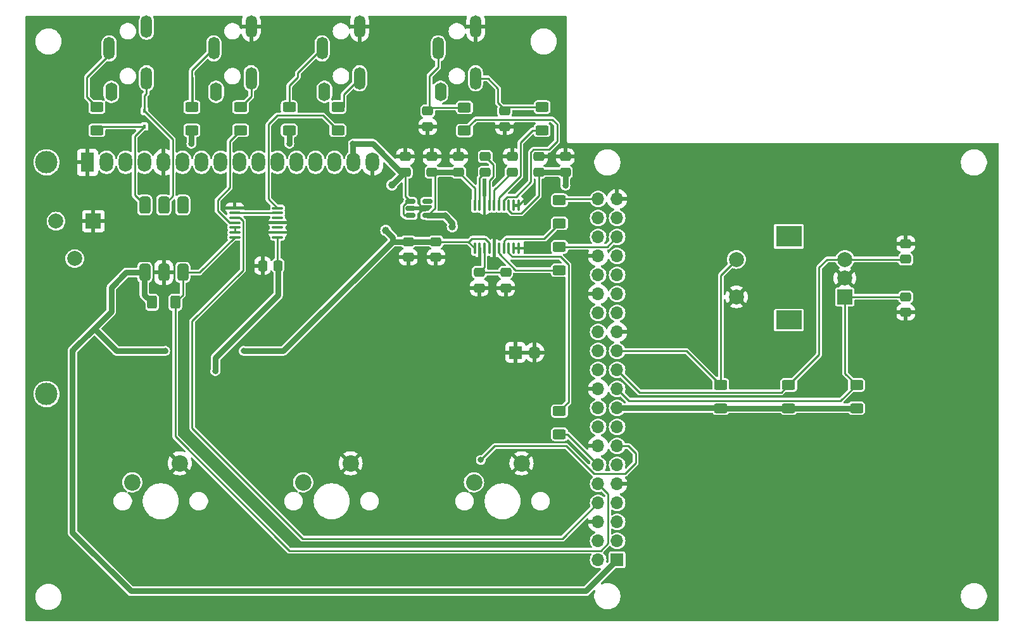
<source format=gbl>
G04 #@! TF.GenerationSoftware,KiCad,Pcbnew,8.0.1*
G04 #@! TF.CreationDate,2025-03-27T22:51:34-07:00*
G04 #@! TF.ProjectId,minidexed,6d696e69-6465-4786-9564-2e6b69636164,rev?*
G04 #@! TF.SameCoordinates,Original*
G04 #@! TF.FileFunction,Copper,L2,Bot*
G04 #@! TF.FilePolarity,Positive*
%FSLAX46Y46*%
G04 Gerber Fmt 4.6, Leading zero omitted, Abs format (unit mm)*
G04 Created by KiCad (PCBNEW 8.0.1) date 2025-03-27 22:51:34*
%MOMM*%
%LPD*%
G01*
G04 APERTURE LIST*
G04 Aperture macros list*
%AMRoundRect*
0 Rectangle with rounded corners*
0 $1 Rounding radius*
0 $2 $3 $4 $5 $6 $7 $8 $9 X,Y pos of 4 corners*
0 Add a 4 corners polygon primitive as box body*
4,1,4,$2,$3,$4,$5,$6,$7,$8,$9,$2,$3,0*
0 Add four circle primitives for the rounded corners*
1,1,$1+$1,$2,$3*
1,1,$1+$1,$4,$5*
1,1,$1+$1,$6,$7*
1,1,$1+$1,$8,$9*
0 Add four rect primitives between the rounded corners*
20,1,$1+$1,$2,$3,$4,$5,0*
20,1,$1+$1,$4,$5,$6,$7,0*
20,1,$1+$1,$6,$7,$8,$9,0*
20,1,$1+$1,$8,$9,$2,$3,0*%
G04 Aperture macros list end*
G04 #@! TA.AperFunction,ComponentPad*
%ADD10O,1.600000X2.500000*%
G04 #@! TD*
G04 #@! TA.AperFunction,ComponentPad*
%ADD11O,1.500000X3.000000*%
G04 #@! TD*
G04 #@! TA.AperFunction,ComponentPad*
%ADD12C,2.200000*%
G04 #@! TD*
G04 #@! TA.AperFunction,ComponentPad*
%ADD13C,3.000000*%
G04 #@! TD*
G04 #@! TA.AperFunction,ComponentPad*
%ADD14R,1.800000X2.600000*%
G04 #@! TD*
G04 #@! TA.AperFunction,ComponentPad*
%ADD15O,1.800000X2.600000*%
G04 #@! TD*
G04 #@! TA.AperFunction,ComponentPad*
%ADD16R,2.000000X2.000000*%
G04 #@! TD*
G04 #@! TA.AperFunction,ComponentPad*
%ADD17C,2.000000*%
G04 #@! TD*
G04 #@! TA.AperFunction,ComponentPad*
%ADD18R,3.500000X2.500000*%
G04 #@! TD*
G04 #@! TA.AperFunction,ComponentPad*
%ADD19R,3.500000X2.800000*%
G04 #@! TD*
G04 #@! TA.AperFunction,ComponentPad*
%ADD20R,1.700000X1.700000*%
G04 #@! TD*
G04 #@! TA.AperFunction,ComponentPad*
%ADD21O,1.700000X1.700000*%
G04 #@! TD*
G04 #@! TA.AperFunction,SMDPad,CuDef*
%ADD22RoundRect,0.100000X-0.100000X0.637500X-0.100000X-0.637500X0.100000X-0.637500X0.100000X0.637500X0*%
G04 #@! TD*
G04 #@! TA.AperFunction,SMDPad,CuDef*
%ADD23C,1.000000*%
G04 #@! TD*
G04 #@! TA.AperFunction,SMDPad,CuDef*
%ADD24RoundRect,0.250000X0.337500X0.475000X-0.337500X0.475000X-0.337500X-0.475000X0.337500X-0.475000X0*%
G04 #@! TD*
G04 #@! TA.AperFunction,SMDPad,CuDef*
%ADD25RoundRect,0.250000X0.475000X-0.337500X0.475000X0.337500X-0.475000X0.337500X-0.475000X-0.337500X0*%
G04 #@! TD*
G04 #@! TA.AperFunction,SMDPad,CuDef*
%ADD26RoundRect,0.250000X0.625000X-0.400000X0.625000X0.400000X-0.625000X0.400000X-0.625000X-0.400000X0*%
G04 #@! TD*
G04 #@! TA.AperFunction,SMDPad,CuDef*
%ADD27RoundRect,0.250000X-0.625000X0.400000X-0.625000X-0.400000X0.625000X-0.400000X0.625000X0.400000X0*%
G04 #@! TD*
G04 #@! TA.AperFunction,SMDPad,CuDef*
%ADD28RoundRect,0.250000X-0.475000X0.337500X-0.475000X-0.337500X0.475000X-0.337500X0.475000X0.337500X0*%
G04 #@! TD*
G04 #@! TA.AperFunction,SMDPad,CuDef*
%ADD29RoundRect,0.250000X-0.400000X-0.625000X0.400000X-0.625000X0.400000X0.625000X-0.400000X0.625000X0*%
G04 #@! TD*
G04 #@! TA.AperFunction,SMDPad,CuDef*
%ADD30RoundRect,0.150000X-0.512500X-0.150000X0.512500X-0.150000X0.512500X0.150000X-0.512500X0.150000X0*%
G04 #@! TD*
G04 #@! TA.AperFunction,SMDPad,CuDef*
%ADD31RoundRect,0.381000X-0.381000X0.762000X-0.381000X-0.762000X0.381000X-0.762000X0.381000X0.762000X0*%
G04 #@! TD*
G04 #@! TA.AperFunction,SMDPad,CuDef*
%ADD32R,0.450000X0.600000*%
G04 #@! TD*
G04 #@! TA.AperFunction,SMDPad,CuDef*
%ADD33RoundRect,0.100000X-0.637500X-0.100000X0.637500X-0.100000X0.637500X0.100000X-0.637500X0.100000X0*%
G04 #@! TD*
G04 #@! TA.AperFunction,ViaPad*
%ADD34C,0.800000*%
G04 #@! TD*
G04 #@! TA.AperFunction,Conductor*
%ADD35C,0.250000*%
G04 #@! TD*
G04 #@! TA.AperFunction,Conductor*
%ADD36C,0.254000*%
G04 #@! TD*
G04 #@! TA.AperFunction,Conductor*
%ADD37C,0.762000*%
G04 #@! TD*
G04 APERTURE END LIST*
D10*
X106300000Y-69450000D03*
D11*
X111000000Y-67650000D03*
X106000000Y-63650000D03*
X111000000Y-60750000D03*
D10*
X120300000Y-69450000D03*
D11*
X125000000Y-67650000D03*
X120000000Y-63650000D03*
X125000000Y-60750000D03*
D10*
X134800000Y-69450000D03*
D11*
X139500000Y-67650000D03*
X134500000Y-63650000D03*
X139500000Y-60750000D03*
D10*
X150300000Y-69450000D03*
D11*
X155000000Y-67650000D03*
X155000000Y-60750000D03*
X150000000Y-63650000D03*
D12*
X115440000Y-119120000D03*
X109090000Y-121660000D03*
D13*
X97628900Y-109877200D03*
X97628900Y-78876500D03*
D14*
X103128000Y-78876500D03*
D15*
X105668000Y-78876500D03*
X108208000Y-78876500D03*
X110748000Y-78876500D03*
X113288000Y-78876500D03*
X115828000Y-78876500D03*
X118368000Y-78876500D03*
X120908000Y-78876500D03*
X123448000Y-78876500D03*
X125988000Y-78876500D03*
X128528000Y-78876500D03*
X131068000Y-78876500D03*
X133608000Y-78876500D03*
X136148000Y-78876500D03*
X138688000Y-78876500D03*
X141228000Y-78876500D03*
D16*
X204368400Y-96876500D03*
D17*
X204368400Y-91876500D03*
X204368400Y-94376500D03*
D18*
X196868400Y-99976500D03*
D19*
X196868400Y-88776500D03*
D17*
X189868400Y-91876500D03*
X189868400Y-96876500D03*
D12*
X138290000Y-119120000D03*
X131940000Y-121660000D03*
X161140000Y-119120000D03*
X154790000Y-121660000D03*
D20*
X173918400Y-132042400D03*
D21*
X171378400Y-132042400D03*
X173918400Y-129502400D03*
X171378400Y-129502400D03*
X173918400Y-126962400D03*
X171378400Y-126962400D03*
X173918400Y-124422400D03*
X171378400Y-124422400D03*
X173918400Y-121882400D03*
X171378400Y-121882400D03*
X173918400Y-119342400D03*
X171378400Y-119342400D03*
X173918400Y-116802400D03*
X171378400Y-116802400D03*
X173918400Y-114262400D03*
X171378400Y-114262400D03*
X173918400Y-111722400D03*
X171378400Y-111722400D03*
X173918400Y-109182400D03*
X171378400Y-109182400D03*
X173918400Y-106642400D03*
X171378400Y-106642400D03*
X173918400Y-104102400D03*
X171378400Y-104102400D03*
X173918400Y-101562400D03*
X171378400Y-101562400D03*
X173918400Y-99022400D03*
X171378400Y-99022400D03*
X173918400Y-96482400D03*
X171378400Y-96482400D03*
X173918400Y-93942400D03*
X171378400Y-93942400D03*
X173918400Y-91402400D03*
X171378400Y-91402400D03*
X173918400Y-88862400D03*
X171378400Y-88862400D03*
X173918400Y-86322400D03*
X171378400Y-86322400D03*
X173918400Y-83782400D03*
X171378400Y-83782400D03*
D22*
X154875000Y-84637500D03*
X155525000Y-84637500D03*
X156175000Y-84637500D03*
X156825000Y-84637500D03*
X157475000Y-84637500D03*
X158125000Y-84637500D03*
X158775000Y-84637500D03*
X159425000Y-84637500D03*
X160075000Y-84637500D03*
X160725000Y-84637500D03*
X160725000Y-90362500D03*
X160075000Y-90362500D03*
X159425000Y-90362500D03*
X158775000Y-90362500D03*
X158125000Y-90362500D03*
X157475000Y-90362500D03*
X156825000Y-90362500D03*
X156175000Y-90362500D03*
X155525000Y-90362500D03*
X154875000Y-90362500D03*
D23*
X143000000Y-88000000D03*
D24*
X128587500Y-92700000D03*
X126512500Y-92700000D03*
D25*
X163433330Y-80200000D03*
X163433330Y-78125000D03*
D26*
X187775000Y-111750000D03*
X187775000Y-108650000D03*
D27*
X104375200Y-71500000D03*
X104375200Y-74600000D03*
D28*
X148600000Y-72025000D03*
X148600000Y-74100000D03*
X212500000Y-96875000D03*
X212500000Y-98950000D03*
D25*
X212500000Y-91850000D03*
X212500000Y-89775000D03*
X167000000Y-80200000D03*
X167000000Y-78125000D03*
D26*
X166200000Y-93300000D03*
X166200000Y-90200000D03*
D29*
X111750000Y-97600000D03*
X114850000Y-97600000D03*
D27*
X130087040Y-71500000D03*
X130087040Y-74600000D03*
D23*
X143800000Y-81900000D03*
D26*
X205925000Y-111750000D03*
X205925000Y-108650000D03*
D27*
X166200000Y-112150000D03*
X166200000Y-115250000D03*
D26*
X196850000Y-111750000D03*
X196850000Y-108650000D03*
D28*
X146000000Y-89500000D03*
X146000000Y-91575000D03*
D16*
X103900000Y-86760000D03*
D17*
X101400000Y-91760000D03*
X98900000Y-86760000D03*
D26*
X153500000Y-74650000D03*
X153500000Y-71550000D03*
D27*
X136600000Y-71500000D03*
X136600000Y-74600000D03*
D20*
X160325000Y-104300000D03*
D21*
X162865000Y-104300000D03*
D28*
X159020000Y-93600000D03*
X159020000Y-95675000D03*
D30*
X146300000Y-86000000D03*
X146300000Y-85050000D03*
X146300000Y-84100000D03*
X148575000Y-84100000D03*
X148575000Y-86000000D03*
D28*
X149700000Y-89500000D03*
X149700000Y-91575000D03*
D31*
X110760000Y-84600000D03*
X113300000Y-84600000D03*
X115840000Y-84600000D03*
X115840000Y-93600000D03*
X113300000Y-93600000D03*
X110760000Y-93600000D03*
D32*
X110718160Y-74100000D03*
X110718160Y-72000000D03*
D25*
X145600000Y-80200000D03*
X145600000Y-78125000D03*
D33*
X122800000Y-88900000D03*
X122800000Y-88250000D03*
X122800000Y-87600000D03*
X122800000Y-86950000D03*
X122800000Y-86300000D03*
X122800000Y-85650000D03*
X122800000Y-85000000D03*
X128525000Y-85000000D03*
X128525000Y-85650000D03*
X128525000Y-86300000D03*
X128525000Y-86950000D03*
X128525000Y-87600000D03*
X128525000Y-88250000D03*
X128525000Y-88900000D03*
D25*
X152733332Y-80200000D03*
X152733332Y-78125000D03*
D26*
X166200000Y-87050000D03*
X166200000Y-83950000D03*
D23*
X151900000Y-87500000D03*
D28*
X158886666Y-72012500D03*
X158886666Y-74087500D03*
D27*
X123574080Y-71500000D03*
X123574080Y-74600000D03*
D25*
X156299998Y-80200000D03*
X156299998Y-78125000D03*
X159866664Y-80200000D03*
X159866664Y-78125000D03*
D27*
X117061120Y-71500000D03*
X117061120Y-74600000D03*
D26*
X163900000Y-74600000D03*
X163900000Y-71500000D03*
D25*
X149166666Y-80200000D03*
X149166666Y-78125000D03*
D28*
X155500000Y-93600000D03*
X155500000Y-95675000D03*
D34*
X130100000Y-76400000D03*
X138600000Y-76400000D03*
X117000000Y-76400000D03*
X120200000Y-106800000D03*
X121100000Y-93200000D03*
X175500000Y-118400000D03*
X124700000Y-81800000D03*
X162000000Y-83400000D03*
X163800000Y-76200000D03*
X139800000Y-105000000D03*
X162600000Y-92400000D03*
X166800000Y-124800000D03*
X148500000Y-123500000D03*
X150500000Y-116200000D03*
X129800000Y-81800000D03*
X150900000Y-86000000D03*
X167000000Y-82000000D03*
X113500000Y-104100000D03*
X124000000Y-104100000D03*
X155700000Y-118673500D03*
D35*
X111000000Y-69672000D02*
X110718160Y-69953840D01*
X111000000Y-67650000D02*
X111000000Y-69672000D01*
X106000000Y-64512000D02*
X103028000Y-67484000D01*
X106000000Y-63650000D02*
X106000000Y-64512000D01*
X125000000Y-70074080D02*
X123574080Y-71500000D01*
X125000000Y-67650000D02*
X125000000Y-70074080D01*
X117061120Y-66588880D02*
X120000000Y-63650000D01*
X117061120Y-71500000D02*
X117061120Y-66588880D01*
D36*
X131222000Y-66928000D02*
X134500000Y-63650000D01*
X131222000Y-67484000D02*
X131222000Y-66928000D01*
X137366000Y-69784000D02*
X139500000Y-67650000D01*
X137366000Y-71500000D02*
X137366000Y-69784000D01*
X156650000Y-67650000D02*
X155000000Y-67650000D01*
X158000000Y-70929166D02*
X158000000Y-69000000D01*
X158985000Y-71914166D02*
X158000000Y-70929166D01*
X158000000Y-69000000D02*
X156650000Y-67650000D01*
X150000000Y-66150000D02*
X150000000Y-63650000D01*
X148825000Y-67325000D02*
X150000000Y-66150000D01*
X148825000Y-67500000D02*
X148825000Y-67325000D01*
D37*
X120200000Y-105050000D02*
X128600000Y-96650000D01*
X117000000Y-76400000D02*
X117000000Y-74661120D01*
D36*
X146300000Y-84100000D02*
X145600000Y-83400000D01*
D37*
X138600000Y-76400000D02*
X141245950Y-76400000D01*
X145500000Y-80200000D02*
X143800000Y-81900000D01*
X141245950Y-76400000D02*
X145045950Y-80200000D01*
D36*
X145600000Y-83400000D02*
X145600000Y-80200000D01*
X128525000Y-88900000D02*
X128525000Y-92637500D01*
X145912920Y-84100000D02*
X145310500Y-84702420D01*
X145500000Y-86000000D02*
X146300000Y-86000000D01*
D37*
X145045950Y-80200000D02*
X145600000Y-80200000D01*
D36*
X145310500Y-84702420D02*
X145310500Y-85810500D01*
D37*
X128600000Y-96650000D02*
X128600000Y-92712500D01*
D36*
X145310500Y-85810500D02*
X145500000Y-86000000D01*
D37*
X130100000Y-76400000D02*
X130100000Y-74612960D01*
X138600000Y-76400000D02*
X138600000Y-78788500D01*
X120200000Y-106800000D02*
X120200000Y-105050000D01*
D36*
X160725000Y-84637500D02*
X160075000Y-84637500D01*
X162000000Y-83400000D02*
X161962500Y-83400000D01*
X161962500Y-83400000D02*
X160725000Y-84637500D01*
X154875000Y-84637500D02*
X154875000Y-82341668D01*
X159425000Y-84637500D02*
X159425000Y-85328869D01*
X163433330Y-83366670D02*
X163433330Y-80200000D01*
X159425000Y-85328869D02*
X159798131Y-85702000D01*
D37*
X152733332Y-80200000D02*
X149166666Y-80200000D01*
D36*
X149564500Y-85010500D02*
X149564500Y-80597834D01*
X161098000Y-85702000D02*
X163433330Y-83366670D01*
D37*
X167000000Y-82000000D02*
X167000000Y-80200000D01*
X150900000Y-86000000D02*
X148575000Y-86000000D01*
D36*
X159798131Y-85702000D02*
X161098000Y-85702000D01*
D37*
X151900000Y-87500000D02*
X151900000Y-87000000D01*
D36*
X148575000Y-86000000D02*
X149564500Y-85010500D01*
D37*
X151900000Y-87000000D02*
X150900000Y-86000000D01*
X163433330Y-80200000D02*
X167000000Y-80200000D01*
D36*
X154875000Y-82341668D02*
X152733332Y-80200000D01*
D37*
X106300000Y-98800000D02*
X106300000Y-95600000D01*
X111750000Y-97600000D02*
X111700000Y-97600000D01*
X173918400Y-132042400D02*
X169760800Y-136200000D01*
X113500000Y-104100000D02*
X107000000Y-104100000D01*
X169760800Y-136200000D02*
X108900000Y-136200000D01*
X187775000Y-111750000D02*
X196850000Y-111750000D01*
X101100000Y-104026500D02*
X101226500Y-103900000D01*
D36*
X156253869Y-89100000D02*
X156825000Y-89671131D01*
X154500000Y-89100000D02*
X156253869Y-89100000D01*
D37*
X101226500Y-103900000D02*
X101226500Y-103873500D01*
D36*
X154875000Y-90362500D02*
X154012500Y-89500000D01*
X156825000Y-89671131D02*
X156825000Y-90362500D01*
D37*
X173918400Y-111722400D02*
X187747400Y-111722400D01*
X124000000Y-104100000D02*
X129300000Y-104100000D01*
X146000000Y-89500000D02*
X149700000Y-89500000D01*
X108900000Y-136200000D02*
X101100000Y-128400000D01*
X101100000Y-128400000D02*
X101100000Y-104026500D01*
X196850000Y-111750000D02*
X205925000Y-111750000D01*
X107000000Y-104100000D02*
X104000000Y-101100000D01*
X110700000Y-96600000D02*
X110700000Y-93660000D01*
X101226500Y-103873500D02*
X104000000Y-101100000D01*
X104000000Y-101100000D02*
X106300000Y-98800000D01*
X129300000Y-104100000D02*
X143900000Y-89500000D01*
X106300000Y-95600000D02*
X108300000Y-93600000D01*
X143900000Y-88900000D02*
X143000000Y-88000000D01*
X143900000Y-89500000D02*
X143900000Y-88900000D01*
X111700000Y-97600000D02*
X110700000Y-96600000D01*
D36*
X154100000Y-89500000D02*
X154500000Y-89100000D01*
D37*
X108300000Y-93600000D02*
X110760000Y-93600000D01*
X143900000Y-89500000D02*
X146000000Y-89500000D01*
X110700000Y-93660000D02*
X110760000Y-93600000D01*
D36*
X154012500Y-89500000D02*
X149700000Y-89500000D01*
D37*
X187747400Y-111722400D02*
X187775000Y-111750000D01*
D36*
X154012500Y-89500000D02*
X154100000Y-89500000D01*
X157475000Y-82591664D02*
X159866664Y-80200000D01*
X157475000Y-84637500D02*
X157475000Y-82591664D01*
X155525000Y-80974998D02*
X156299998Y-80200000D01*
X155525000Y-84637500D02*
X155525000Y-80974998D01*
X157351998Y-79177000D02*
X156299998Y-78125000D01*
X157351998Y-80776501D02*
X157351998Y-79177000D01*
X156825000Y-84637500D02*
X156825000Y-81303499D01*
X156825000Y-81303499D02*
X157351998Y-80776501D01*
X156175000Y-90362500D02*
X156175000Y-92925000D01*
X159020000Y-93600000D02*
X155500000Y-93600000D01*
X156175000Y-92925000D02*
X155500000Y-93600000D01*
X204368400Y-96876500D02*
X204368400Y-107093400D01*
X212498500Y-96876500D02*
X212500000Y-96875000D01*
X175509000Y-110773000D02*
X173918400Y-109182400D01*
X203802000Y-110773000D02*
X175509000Y-110773000D01*
X204368400Y-96876500D02*
X212498500Y-96876500D01*
X205925000Y-108650000D02*
X203802000Y-110773000D01*
X204368400Y-107093400D02*
X205925000Y-108650000D01*
X212473500Y-91876500D02*
X204368400Y-91876500D01*
X204368400Y-91876500D02*
X201973500Y-91876500D01*
X200900000Y-104600000D02*
X196850000Y-108650000D01*
X201973500Y-91876500D02*
X200900000Y-92950000D01*
X195850000Y-109650000D02*
X176926000Y-109650000D01*
X212500000Y-91850000D02*
X212473500Y-91876500D01*
X176926000Y-109650000D02*
X173918400Y-106642400D01*
X200900000Y-92950000D02*
X200900000Y-104600000D01*
X196850000Y-108650000D02*
X195850000Y-109650000D01*
X159399166Y-71500000D02*
X158886666Y-72012500D01*
X163900000Y-71500000D02*
X159399166Y-71500000D01*
X153500000Y-71550000D02*
X149075000Y-71550000D01*
X149075000Y-71550000D02*
X148600000Y-72025000D01*
X148825000Y-71800000D02*
X148825000Y-67500000D01*
X104875200Y-74100000D02*
X110718160Y-74100000D01*
X109435000Y-75383160D02*
X109435000Y-83275000D01*
X110718160Y-74100000D02*
X109435000Y-75383160D01*
X109435000Y-83275000D02*
X110760000Y-84600000D01*
X114515000Y-83385000D02*
X113300000Y-84600000D01*
X110718160Y-72000000D02*
X114515000Y-75796840D01*
X110718160Y-72000000D02*
X110718160Y-69953840D01*
X114515000Y-75796840D02*
X114515000Y-83385000D01*
X104375200Y-71500000D02*
X103028000Y-70152800D01*
X103028000Y-70152800D02*
X103028000Y-67484000D01*
X123900000Y-93300000D02*
X117100000Y-100100000D01*
X166600800Y-129200000D02*
X171378400Y-124422400D01*
X117100000Y-114400000D02*
X131900000Y-129200000D01*
X123900000Y-86708631D02*
X123900000Y-93300000D01*
X122800000Y-86300000D02*
X123491369Y-86300000D01*
X131900000Y-129200000D02*
X166600800Y-129200000D01*
X123491369Y-86300000D02*
X123900000Y-86708631D01*
X117100000Y-100100000D02*
X117100000Y-114400000D01*
X114850000Y-115550000D02*
X130100000Y-130800000D01*
X115840000Y-96610000D02*
X115840000Y-93600000D01*
X171745330Y-130800000D02*
X172700000Y-129845330D01*
X114850000Y-97600000D02*
X114850000Y-115550000D01*
X115840000Y-93600000D02*
X118100000Y-93600000D01*
X114850000Y-97600000D02*
X115840000Y-96610000D01*
X130100000Y-130800000D02*
X171745330Y-130800000D01*
X172700000Y-123204000D02*
X171378400Y-121882400D01*
X118100000Y-93600000D02*
X122800000Y-88900000D01*
X172700000Y-129845330D02*
X172700000Y-123204000D01*
X167286000Y-115250000D02*
X166200000Y-115250000D01*
X171378400Y-119342400D02*
X167286000Y-115250000D01*
X155700000Y-118673500D02*
X157573500Y-116800000D01*
X157573500Y-116800000D02*
X167100000Y-116800000D01*
X176400000Y-119100000D02*
X176400000Y-117800000D01*
X175400000Y-116800000D02*
X175397600Y-116802400D01*
X170819400Y-120519400D02*
X174980600Y-120519400D01*
X167100000Y-116800000D02*
X170819400Y-120519400D01*
X175397600Y-116802400D02*
X173918400Y-116802400D01*
X174980600Y-120519400D02*
X176400000Y-119100000D01*
X176400000Y-117800000D02*
X175400000Y-116800000D01*
X189868400Y-91876500D02*
X187775000Y-93969900D01*
X187750000Y-108650000D02*
X183200000Y-104100000D01*
X183197600Y-104102400D02*
X173918400Y-104102400D01*
X183200000Y-104100000D02*
X183197600Y-104102400D01*
X187775000Y-93969900D02*
X187775000Y-108650000D01*
X187775000Y-108650000D02*
X187750000Y-108650000D01*
X172580800Y-90200000D02*
X173918400Y-88862400D01*
X166200000Y-90200000D02*
X172580800Y-90200000D01*
X171378400Y-83782400D02*
X166367600Y-83782400D01*
X117125000Y-71436120D02*
X117125000Y-67484000D01*
X130087040Y-71500000D02*
X130087040Y-68618960D01*
X130087040Y-68618960D02*
X131222000Y-67484000D01*
X136600000Y-71500000D02*
X137366000Y-71500000D01*
X162600000Y-74600000D02*
X163900000Y-74600000D01*
X158125000Y-84637500D02*
X158125000Y-83570165D01*
X161000000Y-80695165D02*
X161000000Y-76200000D01*
X158125000Y-83570165D02*
X161000000Y-80695165D01*
X161000000Y-76200000D02*
X162600000Y-74600000D01*
X165900000Y-73800000D02*
X165900000Y-76100000D01*
X160392131Y-83492131D02*
X159229000Y-83492131D01*
X162381330Y-81518670D02*
X160400000Y-83500000D01*
X153500000Y-74650000D02*
X154977000Y-73173000D01*
X165273000Y-73173000D02*
X165900000Y-73800000D01*
X165900000Y-76100000D02*
X164800000Y-77200000D01*
X159229000Y-83492131D02*
X158775000Y-83946131D01*
X162381330Y-77548499D02*
X162381330Y-81518670D01*
X162729829Y-77200000D02*
X162381330Y-77548499D01*
X160400000Y-83500000D02*
X160392131Y-83492131D01*
X158775000Y-83946131D02*
X158775000Y-84637500D01*
X164800000Y-77200000D02*
X162729829Y-77200000D01*
X154977000Y-73173000D02*
X165273000Y-73173000D01*
X159871131Y-91500000D02*
X159425000Y-91053869D01*
X166200000Y-112150000D02*
X167402000Y-110948000D01*
X167402000Y-110948000D02*
X167402000Y-92579000D01*
X167402000Y-92579000D02*
X166323000Y-91500000D01*
X159425000Y-91053869D02*
X159425000Y-90362500D01*
X166323000Y-91500000D02*
X159871131Y-91500000D01*
X160348501Y-93300000D02*
X158125000Y-91076499D01*
X158125000Y-91076499D02*
X158125000Y-90362500D01*
X166200000Y-93300000D02*
X160348501Y-93300000D01*
X166200000Y-87050000D02*
X164150000Y-89100000D01*
X164150000Y-89100000D02*
X159100131Y-89100000D01*
X158775000Y-89425131D02*
X158775000Y-90362500D01*
X159100131Y-89100000D02*
X158775000Y-89425131D01*
X120500000Y-83900000D02*
X120500000Y-85341369D01*
X122135000Y-76039080D02*
X122135000Y-82265000D01*
X120500000Y-85341369D02*
X122108631Y-86950000D01*
X122135000Y-82265000D02*
X120500000Y-83900000D01*
X123574080Y-74600000D02*
X122135000Y-76039080D01*
X122108631Y-86950000D02*
X122800000Y-86950000D01*
X127300000Y-73800000D02*
X128500000Y-72600000D01*
X127300000Y-83775000D02*
X127300000Y-73800000D01*
X128500000Y-72600000D02*
X134600000Y-72600000D01*
X134600000Y-72600000D02*
X136600000Y-74600000D01*
X128525000Y-85000000D02*
X127300000Y-83775000D01*
X122800000Y-87600000D02*
X122800000Y-88250000D01*
X128525000Y-85650000D02*
X122800000Y-85650000D01*
G04 #@! TA.AperFunction,Conductor*
G36*
X123460621Y-89374502D02*
G01*
X123507114Y-89428158D01*
X123518500Y-89480500D01*
X123518500Y-93089787D01*
X123498498Y-93157908D01*
X123481595Y-93178882D01*
X116865753Y-99794724D01*
X116830239Y-99830238D01*
X116794725Y-99865751D01*
X116794721Y-99865756D01*
X116744500Y-99952741D01*
X116744499Y-99952746D01*
X116718918Y-100048217D01*
X116718500Y-100049776D01*
X116718500Y-114450223D01*
X116718499Y-114450223D01*
X116744498Y-114547251D01*
X116744501Y-114547258D01*
X116778262Y-114605733D01*
X116778264Y-114605736D01*
X116794723Y-114634246D01*
X131665746Y-129505270D01*
X131665751Y-129505274D01*
X131665753Y-129505276D01*
X131752747Y-129555502D01*
X131849775Y-129581501D01*
X131849777Y-129581501D01*
X131957943Y-129581501D01*
X131957959Y-129581500D01*
X166651023Y-129581500D01*
X166651025Y-129581500D01*
X166748054Y-129555501D01*
X166748057Y-129555499D01*
X166748058Y-129555499D01*
X166791550Y-129530388D01*
X166835047Y-129505276D01*
X166906076Y-129434247D01*
X169857294Y-126483027D01*
X169919604Y-126449004D01*
X169990419Y-126454068D01*
X170047255Y-126496615D01*
X170072066Y-126563135D01*
X170068532Y-126603054D01*
X170041855Y-126708399D01*
X170041856Y-126708400D01*
X170947697Y-126708400D01*
X170912475Y-126769407D01*
X170878400Y-126896574D01*
X170878400Y-127028226D01*
X170912475Y-127155393D01*
X170947697Y-127216400D01*
X170041855Y-127216400D01*
X170089576Y-127404849D01*
X170089579Y-127404856D01*
X170179980Y-127610948D01*
X170303074Y-127799358D01*
X170455497Y-127964934D01*
X170633098Y-128103167D01*
X170633099Y-128103168D01*
X170831028Y-128210282D01*
X170831034Y-128210284D01*
X170942203Y-128248448D01*
X171000139Y-128289484D01*
X171026691Y-128355329D01*
X171013430Y-128425076D01*
X170964566Y-128476582D01*
X170946810Y-128485112D01*
X170883974Y-128509455D01*
X170883966Y-128509459D01*
X170709936Y-128617214D01*
X170558666Y-128755115D01*
X170435313Y-128918463D01*
X170344071Y-129101701D01*
X170288054Y-129298580D01*
X170269168Y-129502395D01*
X170269168Y-129502404D01*
X170288054Y-129706219D01*
X170288055Y-129706221D01*
X170344072Y-129903101D01*
X170435312Y-130086335D01*
X170435313Y-130086336D01*
X170533659Y-130216568D01*
X170558749Y-130282984D01*
X170543949Y-130352420D01*
X170493958Y-130402833D01*
X170433109Y-130418500D01*
X130310213Y-130418500D01*
X130242092Y-130398498D01*
X130221118Y-130381595D01*
X115268405Y-115428882D01*
X115234379Y-115366570D01*
X115231500Y-115339787D01*
X115231500Y-98849856D01*
X115251502Y-98781735D01*
X115305158Y-98735242D01*
X115344031Y-98724578D01*
X115358342Y-98723040D01*
X115494267Y-98672342D01*
X115610404Y-98585404D01*
X115697342Y-98469267D01*
X115748040Y-98333342D01*
X115754500Y-98273255D01*
X115754499Y-97287212D01*
X115774501Y-97219092D01*
X115791399Y-97198122D01*
X116063871Y-96925649D01*
X116063881Y-96925642D01*
X116145270Y-96844253D01*
X116145276Y-96844247D01*
X116179269Y-96785369D01*
X116195499Y-96757258D01*
X116195499Y-96757257D01*
X116195501Y-96757254D01*
X116221500Y-96660225D01*
X116221500Y-95117946D01*
X116241502Y-95049825D01*
X116295158Y-95003332D01*
X116315188Y-94997037D01*
X116315021Y-94996461D01*
X116321202Y-94994665D01*
X116321204Y-94994665D01*
X116475393Y-94949869D01*
X116613598Y-94868135D01*
X116727135Y-94754598D01*
X116808869Y-94616393D01*
X116853665Y-94462204D01*
X116856499Y-94426188D01*
X116856500Y-94426188D01*
X116856500Y-94107500D01*
X116876502Y-94039379D01*
X116930158Y-93992886D01*
X116982500Y-93981500D01*
X118150223Y-93981500D01*
X118150225Y-93981500D01*
X118247254Y-93955501D01*
X118247257Y-93955499D01*
X118247258Y-93955499D01*
X118309307Y-93919675D01*
X118334247Y-93905276D01*
X118405276Y-93834247D01*
X122848118Y-89391405D01*
X122910430Y-89357379D01*
X122937213Y-89354500D01*
X123392500Y-89354500D01*
X123460621Y-89374502D01*
G37*
G04 #@! TD.AperFunction*
G04 #@! TA.AperFunction,Conductor*
G36*
X172843040Y-117175892D02*
G01*
X172894557Y-117224743D01*
X172898402Y-117231881D01*
X172975308Y-117386330D01*
X172975312Y-117386335D01*
X173098666Y-117549684D01*
X173249936Y-117687585D01*
X173423966Y-117795340D01*
X173423968Y-117795340D01*
X173423973Y-117795344D01*
X173614844Y-117869288D01*
X173816053Y-117906900D01*
X173816055Y-117906900D01*
X174020745Y-117906900D01*
X174020747Y-117906900D01*
X174221956Y-117869288D01*
X174412827Y-117795344D01*
X174586862Y-117687586D01*
X174738132Y-117549685D01*
X174861488Y-117386335D01*
X174861489Y-117386331D01*
X174861491Y-117386330D01*
X174927515Y-117253737D01*
X174975784Y-117201673D01*
X175040305Y-117183900D01*
X175192186Y-117183900D01*
X175260307Y-117203902D01*
X175281281Y-117220804D01*
X175981595Y-117921117D01*
X176015620Y-117983430D01*
X176018500Y-118010213D01*
X176018500Y-118889787D01*
X175998498Y-118957908D01*
X175981599Y-118978877D01*
X175521922Y-119438555D01*
X175190537Y-119769940D01*
X175128225Y-119803965D01*
X175057409Y-119798900D01*
X175000574Y-119756353D01*
X174975763Y-119689833D01*
X174980251Y-119646364D01*
X175008745Y-119546221D01*
X175027632Y-119342400D01*
X175027295Y-119338767D01*
X175008745Y-119138580D01*
X175003459Y-119120000D01*
X174952728Y-118941699D01*
X174861488Y-118758465D01*
X174797326Y-118673500D01*
X174738133Y-118595115D01*
X174586863Y-118457214D01*
X174412833Y-118349459D01*
X174412828Y-118349457D01*
X174412827Y-118349456D01*
X174412822Y-118349454D01*
X174221959Y-118275513D01*
X174221960Y-118275513D01*
X174221957Y-118275512D01*
X174221956Y-118275512D01*
X174020747Y-118237900D01*
X173816053Y-118237900D01*
X173614844Y-118275512D01*
X173614839Y-118275513D01*
X173423977Y-118349454D01*
X173423966Y-118349459D01*
X173249936Y-118457214D01*
X173098666Y-118595115D01*
X172975313Y-118758463D01*
X172884071Y-118941701D01*
X172828054Y-119138580D01*
X172809168Y-119342395D01*
X172809168Y-119342404D01*
X172828054Y-119546219D01*
X172828055Y-119546221D01*
X172884072Y-119743101D01*
X172904757Y-119784641D01*
X172975312Y-119926336D01*
X172982587Y-119935969D01*
X173007676Y-120002385D01*
X172992875Y-120071822D01*
X172942884Y-120122234D01*
X172882036Y-120137900D01*
X172414764Y-120137900D01*
X172346643Y-120117898D01*
X172300150Y-120064242D01*
X172290046Y-119993968D01*
X172314213Y-119935969D01*
X172321487Y-119926336D01*
X172321486Y-119926336D01*
X172321488Y-119926335D01*
X172412728Y-119743101D01*
X172468745Y-119546221D01*
X172487632Y-119342400D01*
X172487295Y-119338767D01*
X172468745Y-119138580D01*
X172463459Y-119120000D01*
X172412728Y-118941699D01*
X172321488Y-118758465D01*
X172257326Y-118673500D01*
X172198133Y-118595115D01*
X172046863Y-118457214D01*
X171872833Y-118349459D01*
X171872825Y-118349455D01*
X171809989Y-118325112D01*
X171753695Y-118281852D01*
X171729725Y-118215024D01*
X171745690Y-118145846D01*
X171796521Y-118096281D01*
X171814596Y-118088448D01*
X171925765Y-118050284D01*
X171925771Y-118050282D01*
X172123700Y-117943168D01*
X172123701Y-117943167D01*
X172301302Y-117804934D01*
X172453725Y-117639358D01*
X172576819Y-117450948D01*
X172669316Y-117240080D01*
X172670938Y-117240791D01*
X172707451Y-117189216D01*
X172773289Y-117162648D01*
X172843040Y-117175892D01*
G37*
G04 #@! TD.AperFunction*
G04 #@! TA.AperFunction,Conductor*
G36*
X124755221Y-79323192D02*
G01*
X124814393Y-79362425D01*
X124842448Y-79423855D01*
X124856727Y-79514008D01*
X124861929Y-79546851D01*
X124918081Y-79719669D01*
X124918083Y-79719674D01*
X125000583Y-79881590D01*
X125000585Y-79881593D01*
X125107398Y-80028608D01*
X125235891Y-80157101D01*
X125256560Y-80172118D01*
X125382910Y-80263917D01*
X125544826Y-80346417D01*
X125717654Y-80402572D01*
X125897139Y-80431000D01*
X125897142Y-80431000D01*
X126078858Y-80431000D01*
X126078861Y-80431000D01*
X126258346Y-80402572D01*
X126431174Y-80346417D01*
X126593090Y-80263917D01*
X126718440Y-80172844D01*
X126785306Y-80148986D01*
X126854457Y-80165065D01*
X126903938Y-80215979D01*
X126918500Y-80274780D01*
X126918500Y-83825223D01*
X126918499Y-83825223D01*
X126944500Y-83922258D01*
X126994721Y-84009243D01*
X126994723Y-84009245D01*
X126994724Y-84009247D01*
X127558193Y-84572716D01*
X127592217Y-84635027D01*
X127587153Y-84705842D01*
X127582295Y-84717147D01*
X127543040Y-84797446D01*
X127543039Y-84797449D01*
X127533000Y-84866352D01*
X127533000Y-85138205D01*
X127531941Y-85138205D01*
X127517952Y-85202788D01*
X127467794Y-85253034D01*
X127407311Y-85268500D01*
X124154744Y-85268500D01*
X124086623Y-85248498D01*
X124060012Y-85225578D01*
X124037581Y-85200000D01*
X123511165Y-85200000D01*
X123493000Y-85198684D01*
X123471149Y-85195500D01*
X123471146Y-85195500D01*
X122128854Y-85195500D01*
X122128850Y-85195500D01*
X122107000Y-85198684D01*
X122088835Y-85200000D01*
X121562420Y-85200000D01*
X121570149Y-85258718D01*
X121570150Y-85258719D01*
X121631412Y-85406621D01*
X121631417Y-85406629D01*
X121728868Y-85533628D01*
X121758702Y-85556520D01*
X121800571Y-85613857D01*
X121808000Y-85656484D01*
X121808000Y-85783639D01*
X121808001Y-85783659D01*
X121808880Y-85789691D01*
X121798906Y-85859983D01*
X121752512Y-85913724D01*
X121684428Y-85933852D01*
X121616271Y-85913975D01*
X121595101Y-85896947D01*
X120918405Y-85220251D01*
X120884379Y-85157939D01*
X120881500Y-85131156D01*
X120881500Y-84800000D01*
X121562419Y-84800000D01*
X122600000Y-84800000D01*
X122600000Y-84292000D01*
X123000000Y-84292000D01*
X123000000Y-84800000D01*
X124037579Y-84800000D01*
X124029850Y-84741281D01*
X124029849Y-84741280D01*
X123968587Y-84593378D01*
X123968582Y-84593370D01*
X123871130Y-84466369D01*
X123744129Y-84368917D01*
X123744121Y-84368912D01*
X123596218Y-84307649D01*
X123477349Y-84292000D01*
X123000000Y-84292000D01*
X122600000Y-84292000D01*
X122122654Y-84292000D01*
X122122645Y-84292001D01*
X122003781Y-84307650D01*
X122003780Y-84307650D01*
X121855878Y-84368912D01*
X121855870Y-84368917D01*
X121728869Y-84466369D01*
X121631417Y-84593370D01*
X121631412Y-84593378D01*
X121570149Y-84741281D01*
X121562419Y-84799999D01*
X121562419Y-84800000D01*
X120881500Y-84800000D01*
X120881500Y-84110213D01*
X120901502Y-84042092D01*
X120918405Y-84021118D01*
X122440270Y-82499253D01*
X122440276Y-82499247D01*
X122454571Y-82474485D01*
X122481247Y-82428283D01*
X122490498Y-82412259D01*
X122490497Y-82412259D01*
X122490501Y-82412254D01*
X122516500Y-82315225D01*
X122516500Y-80274054D01*
X122536502Y-80205933D01*
X122590158Y-80159440D01*
X122660432Y-80149336D01*
X122716558Y-80172116D01*
X122842910Y-80263917D01*
X123004826Y-80346417D01*
X123177654Y-80402572D01*
X123357139Y-80431000D01*
X123357142Y-80431000D01*
X123538858Y-80431000D01*
X123538861Y-80431000D01*
X123718346Y-80402572D01*
X123891174Y-80346417D01*
X124053090Y-80263917D01*
X124200106Y-80157103D01*
X124328603Y-80028606D01*
X124435417Y-79881590D01*
X124517917Y-79719674D01*
X124574072Y-79546846D01*
X124593551Y-79423855D01*
X124623964Y-79359705D01*
X124684232Y-79322178D01*
X124755221Y-79323192D01*
G37*
G04 #@! TD.AperFunction*
G04 #@! TA.AperFunction,Conductor*
G36*
X159795124Y-91874593D02*
G01*
X159820902Y-91881500D01*
X159820906Y-91881501D01*
X159929074Y-91881501D01*
X159929090Y-91881500D01*
X166112787Y-91881500D01*
X166180908Y-91901502D01*
X166201882Y-91918405D01*
X166463882Y-92180405D01*
X166497908Y-92242717D01*
X166492843Y-92313532D01*
X166450296Y-92370368D01*
X166383776Y-92395179D01*
X166374787Y-92395500D01*
X165526753Y-92395500D01*
X165526729Y-92395502D01*
X165466660Y-92401959D01*
X165466658Y-92401959D01*
X165330733Y-92452657D01*
X165214596Y-92539596D01*
X165127657Y-92655734D01*
X165076962Y-92791650D01*
X165076960Y-92791656D01*
X165076960Y-92791658D01*
X165075769Y-92802741D01*
X165075422Y-92805968D01*
X165048253Y-92871560D01*
X164989936Y-92912052D01*
X164950144Y-92918500D01*
X160558713Y-92918500D01*
X160490592Y-92898498D01*
X160469618Y-92881595D01*
X159737707Y-92149684D01*
X159673416Y-92085392D01*
X159639391Y-92023082D01*
X159644456Y-91952267D01*
X159687003Y-91895431D01*
X159753523Y-91870620D01*
X159795124Y-91874593D01*
G37*
G04 #@! TD.AperFunction*
G04 #@! TA.AperFunction,Conductor*
G36*
X162399075Y-104107007D02*
G01*
X162365000Y-104234174D01*
X162365000Y-104365826D01*
X162399075Y-104492993D01*
X162434297Y-104554000D01*
X160755703Y-104554000D01*
X160790925Y-104492993D01*
X160825000Y-104365826D01*
X160825000Y-104234174D01*
X160790925Y-104107007D01*
X160755703Y-104046000D01*
X162434297Y-104046000D01*
X162399075Y-104107007D01*
G37*
G04 #@! TD.AperFunction*
G04 #@! TA.AperFunction,Conductor*
G36*
X160867121Y-84457502D02*
G01*
X160913614Y-84511158D01*
X160925000Y-84563500D01*
X160925000Y-84711500D01*
X160904998Y-84779621D01*
X160851342Y-84826114D01*
X160799000Y-84837500D01*
X160005500Y-84837500D01*
X159937379Y-84817498D01*
X159890886Y-84763842D01*
X159879500Y-84711500D01*
X159879500Y-84563500D01*
X159899502Y-84495379D01*
X159953158Y-84448886D01*
X160005500Y-84437500D01*
X160799000Y-84437500D01*
X160867121Y-84457502D01*
G37*
G04 #@! TD.AperFunction*
G04 #@! TA.AperFunction,Conductor*
G36*
X162910075Y-81042000D02*
G01*
X162925826Y-81041999D01*
X162993945Y-81061997D01*
X163040441Y-81115651D01*
X163051830Y-81167999D01*
X163051830Y-83156456D01*
X163031828Y-83224577D01*
X163014925Y-83245551D01*
X161648094Y-84612382D01*
X161585782Y-84646408D01*
X161514967Y-84641343D01*
X161458131Y-84598796D01*
X161433320Y-84532276D01*
X161432999Y-84523287D01*
X161432999Y-83960154D01*
X161432998Y-83960145D01*
X161417349Y-83841281D01*
X161417349Y-83841280D01*
X161356087Y-83693378D01*
X161356082Y-83693370D01*
X161258631Y-83566371D01*
X161154501Y-83486467D01*
X161112634Y-83429128D01*
X161108413Y-83358257D01*
X161142107Y-83297415D01*
X162686606Y-81752917D01*
X162736832Y-81665923D01*
X162762831Y-81568895D01*
X162762831Y-81468445D01*
X162762831Y-81460728D01*
X162762830Y-81460710D01*
X162762830Y-81166442D01*
X162782832Y-81098321D01*
X162836488Y-81051828D01*
X162902300Y-81041164D01*
X162910075Y-81042000D01*
G37*
G04 #@! TD.AperFunction*
G04 #@! TA.AperFunction,Conductor*
G36*
X165130908Y-73574502D02*
G01*
X165151882Y-73591405D01*
X165481595Y-73921118D01*
X165515621Y-73983430D01*
X165518500Y-74010213D01*
X165518500Y-75889787D01*
X165498498Y-75957908D01*
X165481595Y-75978882D01*
X164678882Y-76781595D01*
X164616570Y-76815621D01*
X164589787Y-76818500D01*
X162679604Y-76818500D01*
X162627608Y-76832432D01*
X162582577Y-76844498D01*
X162582570Y-76844501D01*
X162497498Y-76893618D01*
X162497486Y-76893625D01*
X162495927Y-76894524D01*
X162495580Y-76894725D01*
X162373846Y-77016460D01*
X162147083Y-77243223D01*
X162121648Y-77268658D01*
X162076055Y-77314250D01*
X162076051Y-77314255D01*
X162025830Y-77401240D01*
X162017109Y-77433789D01*
X162002293Y-77489084D01*
X161999830Y-77498275D01*
X161999830Y-81308457D01*
X161979828Y-81376578D01*
X161962925Y-81397552D01*
X160286751Y-83073726D01*
X160224439Y-83107752D01*
X160197656Y-83110631D01*
X159428246Y-83110631D01*
X159360125Y-83090629D01*
X159313632Y-83036973D01*
X159303528Y-82966699D01*
X159333022Y-82902119D01*
X159339151Y-82895536D01*
X160209249Y-82025439D01*
X161305276Y-80929412D01*
X161323467Y-80897904D01*
X161355501Y-80842419D01*
X161381500Y-80745390D01*
X161381500Y-76410213D01*
X161401502Y-76342092D01*
X161418405Y-76321118D01*
X162005720Y-75733803D01*
X162598725Y-75140797D01*
X162661035Y-75106774D01*
X162731850Y-75111838D01*
X162788686Y-75154385D01*
X162805873Y-75185861D01*
X162824539Y-75235906D01*
X162827658Y-75244267D01*
X162914596Y-75360404D01*
X163030733Y-75447342D01*
X163166658Y-75498040D01*
X163226745Y-75504500D01*
X164573254Y-75504499D01*
X164633342Y-75498040D01*
X164769267Y-75447342D01*
X164885404Y-75360404D01*
X164972342Y-75244267D01*
X165023040Y-75108342D01*
X165029500Y-75048255D01*
X165029499Y-74151746D01*
X165023040Y-74091658D01*
X164972342Y-73955733D01*
X164885404Y-73839596D01*
X164807621Y-73781369D01*
X164765074Y-73724533D01*
X164760008Y-73653717D01*
X164794033Y-73591405D01*
X164856345Y-73557380D01*
X164883129Y-73554500D01*
X165062787Y-73554500D01*
X165130908Y-73574502D01*
G37*
G04 #@! TD.AperFunction*
G04 #@! TA.AperFunction,Conductor*
G36*
X110091681Y-59320502D02*
G01*
X110138174Y-59374158D01*
X110148278Y-59444432D01*
X110128326Y-59496501D01*
X110109823Y-59524192D01*
X110034104Y-59706994D01*
X110034103Y-59706997D01*
X109995500Y-59901061D01*
X109995500Y-61598938D01*
X110034103Y-61793002D01*
X110034104Y-61793005D01*
X110038808Y-61804361D01*
X110109824Y-61975809D01*
X110219754Y-62140331D01*
X110359669Y-62280246D01*
X110524191Y-62390176D01*
X110706998Y-62465897D01*
X110901065Y-62504500D01*
X111098935Y-62504500D01*
X111293002Y-62465897D01*
X111475809Y-62390176D01*
X111640331Y-62280246D01*
X111780246Y-62140331D01*
X111890176Y-61975809D01*
X111965897Y-61793002D01*
X112004500Y-61598935D01*
X112004500Y-59901065D01*
X111965897Y-59706998D01*
X111890176Y-59524191D01*
X111871673Y-59496500D01*
X111850460Y-59428748D01*
X111869243Y-59360281D01*
X111922061Y-59312839D01*
X111976440Y-59300500D01*
X123738914Y-59300500D01*
X123807035Y-59320502D01*
X123853528Y-59374158D01*
X123863632Y-59444432D01*
X123851181Y-59483703D01*
X123834165Y-59517097D01*
X123772977Y-59705414D01*
X123742000Y-59900996D01*
X123742000Y-60496000D01*
X124650000Y-60496000D01*
X124650000Y-61004000D01*
X123741999Y-61004000D01*
X123740814Y-61005185D01*
X123678502Y-61039209D01*
X123607686Y-61034143D01*
X123550851Y-60991596D01*
X123533215Y-60955984D01*
X123532689Y-60956188D01*
X123530584Y-60950756D01*
X123530583Y-60950754D01*
X123530582Y-60950750D01*
X123439673Y-60768179D01*
X123439670Y-60768175D01*
X123316765Y-60605421D01*
X123166040Y-60468018D01*
X123166039Y-60468017D01*
X122992648Y-60360658D01*
X122992641Y-60360654D01*
X122992637Y-60360652D01*
X122876133Y-60315518D01*
X122802457Y-60286976D01*
X122735629Y-60274484D01*
X122601976Y-60249500D01*
X122398024Y-60249500D01*
X122297784Y-60268238D01*
X122197542Y-60286976D01*
X122050190Y-60344060D01*
X122007363Y-60360652D01*
X122007362Y-60360652D01*
X122007361Y-60360653D01*
X122007351Y-60360658D01*
X121833960Y-60468017D01*
X121833959Y-60468018D01*
X121683234Y-60605421D01*
X121560329Y-60768175D01*
X121469416Y-60950754D01*
X121413603Y-61146915D01*
X121394785Y-61350000D01*
X121413603Y-61553084D01*
X121469416Y-61749245D01*
X121469417Y-61749247D01*
X121469418Y-61749250D01*
X121560327Y-61931821D01*
X121560328Y-61931822D01*
X121560329Y-61931824D01*
X121683234Y-62094578D01*
X121833959Y-62231981D01*
X121833960Y-62231982D01*
X122007351Y-62339341D01*
X122007354Y-62339342D01*
X122007363Y-62339348D01*
X122197544Y-62413024D01*
X122398024Y-62450500D01*
X122398026Y-62450500D01*
X122601974Y-62450500D01*
X122601976Y-62450500D01*
X122802456Y-62413024D01*
X122992637Y-62339348D01*
X123166041Y-62231981D01*
X123316764Y-62094579D01*
X123439673Y-61931821D01*
X123530582Y-61749250D01*
X123530583Y-61749246D01*
X123533178Y-61744035D01*
X123535551Y-61745216D01*
X123571869Y-61697860D01*
X123638674Y-61673825D01*
X123707867Y-61689722D01*
X123757482Y-61740505D01*
X123770648Y-61779886D01*
X123772975Y-61794581D01*
X123834165Y-61982902D01*
X123924064Y-62159339D01*
X124040453Y-62319534D01*
X124040455Y-62319537D01*
X124180462Y-62459544D01*
X124180465Y-62459546D01*
X124340660Y-62575935D01*
X124517097Y-62665834D01*
X124705417Y-62727023D01*
X124705424Y-62727025D01*
X124746000Y-62733451D01*
X124746000Y-61740975D01*
X124785095Y-61780070D01*
X124864905Y-61826148D01*
X124953922Y-61850000D01*
X125046078Y-61850000D01*
X125135095Y-61826148D01*
X125214905Y-61780070D01*
X125254000Y-61740975D01*
X125254000Y-62733450D01*
X125294575Y-62727025D01*
X125294582Y-62727023D01*
X125482902Y-62665834D01*
X125659339Y-62575935D01*
X125819534Y-62459546D01*
X125819537Y-62459544D01*
X125959544Y-62319537D01*
X125959546Y-62319534D01*
X126075935Y-62159339D01*
X126165834Y-61982902D01*
X126227022Y-61794585D01*
X126258000Y-61599003D01*
X126258000Y-61004000D01*
X125350000Y-61004000D01*
X125350000Y-60496000D01*
X126258000Y-60496000D01*
X126258000Y-59900996D01*
X126227022Y-59705414D01*
X126165834Y-59517097D01*
X126148819Y-59483703D01*
X126135715Y-59413926D01*
X126162415Y-59348141D01*
X126220443Y-59307235D01*
X126261086Y-59300500D01*
X138238914Y-59300500D01*
X138307035Y-59320502D01*
X138353528Y-59374158D01*
X138363632Y-59444432D01*
X138351181Y-59483703D01*
X138334165Y-59517097D01*
X138272977Y-59705414D01*
X138242000Y-59900996D01*
X138242000Y-60496000D01*
X139150000Y-60496000D01*
X139150000Y-61004000D01*
X138241999Y-61004000D01*
X138240814Y-61005185D01*
X138178502Y-61039209D01*
X138107686Y-61034143D01*
X138050851Y-60991596D01*
X138033215Y-60955984D01*
X138032689Y-60956188D01*
X138030584Y-60950756D01*
X138030583Y-60950754D01*
X138030582Y-60950750D01*
X137939673Y-60768179D01*
X137939670Y-60768175D01*
X137816765Y-60605421D01*
X137666040Y-60468018D01*
X137666039Y-60468017D01*
X137492648Y-60360658D01*
X137492641Y-60360654D01*
X137492637Y-60360652D01*
X137376133Y-60315518D01*
X137302457Y-60286976D01*
X137235629Y-60274484D01*
X137101976Y-60249500D01*
X136898024Y-60249500D01*
X136797784Y-60268238D01*
X136697542Y-60286976D01*
X136550190Y-60344060D01*
X136507363Y-60360652D01*
X136507362Y-60360652D01*
X136507361Y-60360653D01*
X136507351Y-60360658D01*
X136333960Y-60468017D01*
X136333959Y-60468018D01*
X136183234Y-60605421D01*
X136060329Y-60768175D01*
X135969416Y-60950754D01*
X135913603Y-61146915D01*
X135894785Y-61350000D01*
X135913603Y-61553084D01*
X135969416Y-61749245D01*
X135969417Y-61749247D01*
X135969418Y-61749250D01*
X136060327Y-61931821D01*
X136060328Y-61931822D01*
X136060329Y-61931824D01*
X136183234Y-62094578D01*
X136333959Y-62231981D01*
X136333960Y-62231982D01*
X136507351Y-62339341D01*
X136507354Y-62339342D01*
X136507363Y-62339348D01*
X136697544Y-62413024D01*
X136898024Y-62450500D01*
X136898026Y-62450500D01*
X137101974Y-62450500D01*
X137101976Y-62450500D01*
X137302456Y-62413024D01*
X137492637Y-62339348D01*
X137666041Y-62231981D01*
X137816764Y-62094579D01*
X137939673Y-61931821D01*
X138030582Y-61749250D01*
X138030583Y-61749246D01*
X138033178Y-61744035D01*
X138035551Y-61745216D01*
X138071869Y-61697860D01*
X138138674Y-61673825D01*
X138207867Y-61689722D01*
X138257482Y-61740505D01*
X138270648Y-61779886D01*
X138272975Y-61794581D01*
X138334165Y-61982902D01*
X138424064Y-62159339D01*
X138540453Y-62319534D01*
X138540455Y-62319537D01*
X138680462Y-62459544D01*
X138680465Y-62459546D01*
X138840660Y-62575935D01*
X139017097Y-62665834D01*
X139205417Y-62727023D01*
X139205424Y-62727025D01*
X139246000Y-62733451D01*
X139246000Y-61740975D01*
X139285095Y-61780070D01*
X139364905Y-61826148D01*
X139453922Y-61850000D01*
X139546078Y-61850000D01*
X139635095Y-61826148D01*
X139714905Y-61780070D01*
X139754000Y-61740975D01*
X139754000Y-62733450D01*
X139794575Y-62727025D01*
X139794582Y-62727023D01*
X139982902Y-62665834D01*
X140159339Y-62575935D01*
X140319534Y-62459546D01*
X140319537Y-62459544D01*
X140459544Y-62319537D01*
X140459546Y-62319534D01*
X140575935Y-62159339D01*
X140665834Y-61982902D01*
X140727022Y-61794585D01*
X140758000Y-61599003D01*
X140758000Y-61004000D01*
X139850000Y-61004000D01*
X139850000Y-60496000D01*
X140758000Y-60496000D01*
X140758000Y-59900996D01*
X140727022Y-59705414D01*
X140665834Y-59517097D01*
X140648819Y-59483703D01*
X140635715Y-59413926D01*
X140662415Y-59348141D01*
X140720443Y-59307235D01*
X140761086Y-59300500D01*
X153738914Y-59300500D01*
X153807035Y-59320502D01*
X153853528Y-59374158D01*
X153863632Y-59444432D01*
X153851181Y-59483703D01*
X153834165Y-59517097D01*
X153772977Y-59705414D01*
X153742000Y-59900996D01*
X153742000Y-60496000D01*
X154650000Y-60496000D01*
X154650000Y-61004000D01*
X153741999Y-61004000D01*
X153740814Y-61005185D01*
X153678502Y-61039209D01*
X153607686Y-61034143D01*
X153550851Y-60991596D01*
X153533215Y-60955984D01*
X153532689Y-60956188D01*
X153530584Y-60950756D01*
X153530583Y-60950754D01*
X153530582Y-60950750D01*
X153439673Y-60768179D01*
X153439670Y-60768175D01*
X153316765Y-60605421D01*
X153166040Y-60468018D01*
X153166039Y-60468017D01*
X152992648Y-60360658D01*
X152992641Y-60360654D01*
X152992637Y-60360652D01*
X152876133Y-60315518D01*
X152802457Y-60286976D01*
X152735629Y-60274484D01*
X152601976Y-60249500D01*
X152398024Y-60249500D01*
X152297784Y-60268238D01*
X152197542Y-60286976D01*
X152050190Y-60344060D01*
X152007363Y-60360652D01*
X152007362Y-60360652D01*
X152007361Y-60360653D01*
X152007351Y-60360658D01*
X151833960Y-60468017D01*
X151833959Y-60468018D01*
X151683234Y-60605421D01*
X151560329Y-60768175D01*
X151469416Y-60950754D01*
X151413603Y-61146915D01*
X151394785Y-61350000D01*
X151413603Y-61553084D01*
X151469416Y-61749245D01*
X151469417Y-61749247D01*
X151469418Y-61749250D01*
X151560327Y-61931821D01*
X151560328Y-61931822D01*
X151560329Y-61931824D01*
X151683234Y-62094578D01*
X151833959Y-62231981D01*
X151833960Y-62231982D01*
X152007351Y-62339341D01*
X152007354Y-62339342D01*
X152007363Y-62339348D01*
X152197544Y-62413024D01*
X152398024Y-62450500D01*
X152398026Y-62450500D01*
X152601974Y-62450500D01*
X152601976Y-62450500D01*
X152802456Y-62413024D01*
X152992637Y-62339348D01*
X153166041Y-62231981D01*
X153316764Y-62094579D01*
X153439673Y-61931821D01*
X153530582Y-61749250D01*
X153530583Y-61749246D01*
X153533178Y-61744035D01*
X153535551Y-61745216D01*
X153571869Y-61697860D01*
X153638674Y-61673825D01*
X153707867Y-61689722D01*
X153757482Y-61740505D01*
X153770648Y-61779886D01*
X153772975Y-61794581D01*
X153834165Y-61982902D01*
X153924064Y-62159339D01*
X154040453Y-62319534D01*
X154040455Y-62319537D01*
X154180462Y-62459544D01*
X154180465Y-62459546D01*
X154340660Y-62575935D01*
X154517097Y-62665834D01*
X154705417Y-62727023D01*
X154705424Y-62727025D01*
X154746000Y-62733451D01*
X154746000Y-61740975D01*
X154785095Y-61780070D01*
X154864905Y-61826148D01*
X154953922Y-61850000D01*
X155046078Y-61850000D01*
X155135095Y-61826148D01*
X155214905Y-61780070D01*
X155254000Y-61740975D01*
X155254000Y-62733450D01*
X155294575Y-62727025D01*
X155294582Y-62727023D01*
X155482902Y-62665834D01*
X155659339Y-62575935D01*
X155819534Y-62459546D01*
X155819537Y-62459544D01*
X155959544Y-62319537D01*
X155959546Y-62319534D01*
X156075935Y-62159339D01*
X156165834Y-61982902D01*
X156227022Y-61794585D01*
X156258000Y-61599003D01*
X156258000Y-61004000D01*
X155350000Y-61004000D01*
X155350000Y-60496000D01*
X156258000Y-60496000D01*
X156258000Y-59900996D01*
X156227022Y-59705414D01*
X156165834Y-59517097D01*
X156148819Y-59483703D01*
X156135715Y-59413926D01*
X156162415Y-59348141D01*
X156220443Y-59307235D01*
X156261086Y-59300500D01*
X167073500Y-59300500D01*
X167141621Y-59320502D01*
X167188114Y-59374158D01*
X167199500Y-59426500D01*
X167199500Y-76039565D01*
X167219977Y-76115985D01*
X167219978Y-76115988D01*
X167219979Y-76115989D01*
X167259540Y-76184511D01*
X167259542Y-76184513D01*
X167259545Y-76184517D01*
X167315482Y-76240454D01*
X167315486Y-76240457D01*
X167315489Y-76240460D01*
X167384011Y-76280021D01*
X167384013Y-76280021D01*
X167384014Y-76280022D01*
X167460434Y-76300499D01*
X167460438Y-76300500D01*
X167539562Y-76300500D01*
X224823500Y-76300500D01*
X224891621Y-76320502D01*
X224938114Y-76374158D01*
X224949500Y-76426500D01*
X224949500Y-140073500D01*
X224929498Y-140141621D01*
X224875842Y-140188114D01*
X224823500Y-140199500D01*
X94926500Y-140199500D01*
X94858379Y-140179498D01*
X94811886Y-140125842D01*
X94800500Y-140073500D01*
X94800500Y-137114736D01*
X96149500Y-137114736D01*
X96179450Y-137342231D01*
X96179452Y-137342238D01*
X96238842Y-137563887D01*
X96326656Y-137775888D01*
X96326657Y-137775889D01*
X96326662Y-137775900D01*
X96441386Y-137974608D01*
X96441391Y-137974615D01*
X96581073Y-138156652D01*
X96581092Y-138156673D01*
X96743326Y-138318907D01*
X96743347Y-138318926D01*
X96925384Y-138458608D01*
X96925391Y-138458613D01*
X97124099Y-138573337D01*
X97124103Y-138573338D01*
X97124112Y-138573344D01*
X97336113Y-138661158D01*
X97557762Y-138720548D01*
X97557766Y-138720548D01*
X97557768Y-138720549D01*
X97616398Y-138728267D01*
X97785266Y-138750500D01*
X97785273Y-138750500D01*
X98014727Y-138750500D01*
X98014734Y-138750500D01*
X98220345Y-138723430D01*
X98242231Y-138720549D01*
X98242231Y-138720548D01*
X98242238Y-138720548D01*
X98463887Y-138661158D01*
X98675888Y-138573344D01*
X98874612Y-138458611D01*
X99056661Y-138318919D01*
X99218919Y-138156661D01*
X99358611Y-137974612D01*
X99473344Y-137775888D01*
X99561158Y-137563887D01*
X99620548Y-137342238D01*
X99650500Y-137114734D01*
X99650500Y-136885266D01*
X99620548Y-136657762D01*
X99561158Y-136436113D01*
X99473344Y-136224112D01*
X99473338Y-136224103D01*
X99473337Y-136224099D01*
X99358613Y-136025391D01*
X99358608Y-136025384D01*
X99218926Y-135843347D01*
X99218907Y-135843326D01*
X99056673Y-135681092D01*
X99056652Y-135681073D01*
X98874615Y-135541391D01*
X98874608Y-135541386D01*
X98675900Y-135426662D01*
X98675892Y-135426658D01*
X98675888Y-135426656D01*
X98463887Y-135338842D01*
X98310744Y-135297808D01*
X98242231Y-135279450D01*
X98014736Y-135249500D01*
X98014734Y-135249500D01*
X97785266Y-135249500D01*
X97785263Y-135249500D01*
X97557768Y-135279450D01*
X97336113Y-135338842D01*
X97124110Y-135426657D01*
X97124099Y-135426662D01*
X96925391Y-135541386D01*
X96925384Y-135541391D01*
X96743347Y-135681073D01*
X96743326Y-135681092D01*
X96581092Y-135843326D01*
X96581073Y-135843347D01*
X96441391Y-136025384D01*
X96441386Y-136025391D01*
X96326662Y-136224099D01*
X96326657Y-136224110D01*
X96238842Y-136436113D01*
X96179450Y-136657768D01*
X96149500Y-136885263D01*
X96149500Y-137114736D01*
X94800500Y-137114736D01*
X94800500Y-128462593D01*
X100464500Y-128462593D01*
X100487751Y-128579481D01*
X100488922Y-128585369D01*
X100536827Y-128701022D01*
X100606375Y-128805108D01*
X108494892Y-136693625D01*
X108598978Y-136763173D01*
X108714631Y-136811078D01*
X108837409Y-136835500D01*
X108837410Y-136835500D01*
X169823390Y-136835500D01*
X169823391Y-136835500D01*
X169946169Y-136811078D01*
X170061822Y-136763173D01*
X170165908Y-136693625D01*
X170810718Y-136048814D01*
X170873027Y-136014792D01*
X170943842Y-136019856D01*
X171000678Y-136062403D01*
X171025489Y-136128923D01*
X171016219Y-136186130D01*
X170957242Y-136328513D01*
X170897850Y-136550168D01*
X170867900Y-136777663D01*
X170867900Y-137007136D01*
X170897850Y-137234631D01*
X170897852Y-137234638D01*
X170957242Y-137456287D01*
X171045056Y-137668288D01*
X171045057Y-137668289D01*
X171045062Y-137668300D01*
X171159786Y-137867008D01*
X171159791Y-137867015D01*
X171299473Y-138049052D01*
X171299492Y-138049073D01*
X171461726Y-138211307D01*
X171461747Y-138211326D01*
X171643784Y-138351008D01*
X171643791Y-138351013D01*
X171842499Y-138465737D01*
X171842503Y-138465738D01*
X171842512Y-138465744D01*
X172054513Y-138553558D01*
X172276162Y-138612948D01*
X172276166Y-138612948D01*
X172276168Y-138612949D01*
X172334798Y-138620667D01*
X172503666Y-138642900D01*
X172503673Y-138642900D01*
X172733127Y-138642900D01*
X172733134Y-138642900D01*
X172938745Y-138615830D01*
X172960631Y-138612949D01*
X172960631Y-138612948D01*
X172960638Y-138612948D01*
X173182287Y-138553558D01*
X173394288Y-138465744D01*
X173593012Y-138351011D01*
X173775061Y-138211319D01*
X173937319Y-138049061D01*
X174077011Y-137867012D01*
X174191744Y-137668288D01*
X174279558Y-137456287D01*
X174338948Y-137234638D01*
X174368900Y-137007136D01*
X219867900Y-137007136D01*
X219897850Y-137234631D01*
X219897852Y-137234638D01*
X219957242Y-137456287D01*
X220045056Y-137668288D01*
X220045057Y-137668289D01*
X220045062Y-137668300D01*
X220159786Y-137867008D01*
X220159791Y-137867015D01*
X220299473Y-138049052D01*
X220299492Y-138049073D01*
X220461726Y-138211307D01*
X220461747Y-138211326D01*
X220643784Y-138351008D01*
X220643791Y-138351013D01*
X220842499Y-138465737D01*
X220842503Y-138465738D01*
X220842512Y-138465744D01*
X221054513Y-138553558D01*
X221276162Y-138612948D01*
X221276166Y-138612948D01*
X221276168Y-138612949D01*
X221334798Y-138620667D01*
X221503666Y-138642900D01*
X221503673Y-138642900D01*
X221733127Y-138642900D01*
X221733134Y-138642900D01*
X221938745Y-138615830D01*
X221960631Y-138612949D01*
X221960631Y-138612948D01*
X221960638Y-138612948D01*
X222182287Y-138553558D01*
X222394288Y-138465744D01*
X222593012Y-138351011D01*
X222775061Y-138211319D01*
X222937319Y-138049061D01*
X223077011Y-137867012D01*
X223191744Y-137668288D01*
X223279558Y-137456287D01*
X223338948Y-137234638D01*
X223368900Y-137007134D01*
X223368900Y-136777666D01*
X223338948Y-136550162D01*
X223279558Y-136328513D01*
X223191744Y-136116512D01*
X223191738Y-136116503D01*
X223191737Y-136116499D01*
X223077013Y-135917791D01*
X223077008Y-135917784D01*
X222937326Y-135735747D01*
X222937307Y-135735726D01*
X222775073Y-135573492D01*
X222775052Y-135573473D01*
X222593015Y-135433791D01*
X222593008Y-135433786D01*
X222394300Y-135319062D01*
X222394292Y-135319058D01*
X222394288Y-135319056D01*
X222182287Y-135231242D01*
X221960638Y-135171852D01*
X221960631Y-135171850D01*
X221733136Y-135141900D01*
X221733134Y-135141900D01*
X221503666Y-135141900D01*
X221503663Y-135141900D01*
X221276168Y-135171850D01*
X221054513Y-135231242D01*
X220912131Y-135290219D01*
X220842510Y-135319057D01*
X220842499Y-135319062D01*
X220643791Y-135433786D01*
X220643784Y-135433791D01*
X220461747Y-135573473D01*
X220461726Y-135573492D01*
X220299492Y-135735726D01*
X220299473Y-135735747D01*
X220159791Y-135917784D01*
X220159786Y-135917791D01*
X220045062Y-136116499D01*
X220045057Y-136116510D01*
X220045056Y-136116512D01*
X219957242Y-136328513D01*
X219897850Y-136550168D01*
X219867900Y-136777663D01*
X219867900Y-137007136D01*
X174368900Y-137007136D01*
X174368900Y-137007134D01*
X174368900Y-136777666D01*
X174338948Y-136550162D01*
X174279558Y-136328513D01*
X174191744Y-136116512D01*
X174191738Y-136116503D01*
X174191737Y-136116499D01*
X174077013Y-135917791D01*
X174077008Y-135917784D01*
X173937326Y-135735747D01*
X173937307Y-135735726D01*
X173775073Y-135573492D01*
X173775052Y-135573473D01*
X173593015Y-135433791D01*
X173593008Y-135433786D01*
X173394300Y-135319062D01*
X173394292Y-135319058D01*
X173394288Y-135319056D01*
X173182287Y-135231242D01*
X172960638Y-135171852D01*
X172960631Y-135171850D01*
X172733136Y-135141900D01*
X172733134Y-135141900D01*
X172503666Y-135141900D01*
X172503663Y-135141900D01*
X172276168Y-135171850D01*
X172128396Y-135211445D01*
X172054513Y-135231242D01*
X172054511Y-135231242D01*
X172054510Y-135231243D01*
X171912128Y-135290219D01*
X171841539Y-135297808D01*
X171778052Y-135266028D01*
X171741825Y-135204970D01*
X171744359Y-135134019D01*
X171774813Y-135084719D01*
X173675728Y-133183803D01*
X173738040Y-133149778D01*
X173764823Y-133146899D01*
X174793464Y-133146899D01*
X174793466Y-133146899D01*
X174793469Y-133146898D01*
X174793472Y-133146898D01*
X174830063Y-133139619D01*
X174867701Y-133132134D01*
X174951884Y-133075884D01*
X175008134Y-132991701D01*
X175022900Y-132917467D01*
X175022899Y-131167334D01*
X175022898Y-131167330D01*
X175022898Y-131167326D01*
X175008134Y-131093099D01*
X174951883Y-131008915D01*
X174867702Y-130952666D01*
X174793467Y-130937900D01*
X173043336Y-130937900D01*
X173043326Y-130937901D01*
X172969099Y-130952665D01*
X172884915Y-131008916D01*
X172828666Y-131093097D01*
X172813900Y-131167330D01*
X172813900Y-132195976D01*
X172793898Y-132264097D01*
X172776999Y-132285066D01*
X172687353Y-132374713D01*
X172673765Y-132388301D01*
X172611453Y-132422326D01*
X172540637Y-132417260D01*
X172483801Y-132374713D01*
X172458991Y-132308193D01*
X172463481Y-132264721D01*
X172463659Y-132264097D01*
X172468745Y-132246221D01*
X172487632Y-132042400D01*
X172468745Y-131838579D01*
X172412728Y-131641699D01*
X172321488Y-131458465D01*
X172264826Y-131383432D01*
X172198133Y-131295115D01*
X172082013Y-131189258D01*
X172045147Y-131128584D01*
X172046936Y-131057610D01*
X172077801Y-131007050D01*
X172882910Y-130201940D01*
X172945221Y-130167917D01*
X173016036Y-130172981D01*
X173072555Y-130215106D01*
X173098667Y-130249685D01*
X173249936Y-130387585D01*
X173423966Y-130495340D01*
X173423968Y-130495340D01*
X173423973Y-130495344D01*
X173614844Y-130569288D01*
X173816053Y-130606900D01*
X173816055Y-130606900D01*
X174020745Y-130606900D01*
X174020747Y-130606900D01*
X174221956Y-130569288D01*
X174412827Y-130495344D01*
X174586862Y-130387586D01*
X174738132Y-130249685D01*
X174861488Y-130086335D01*
X174952728Y-129903101D01*
X175008745Y-129706221D01*
X175020302Y-129581500D01*
X175027632Y-129502404D01*
X175027632Y-129502395D01*
X175008745Y-129298580D01*
X175008745Y-129298579D01*
X174952728Y-129101699D01*
X174861488Y-128918465D01*
X174785998Y-128818500D01*
X174738133Y-128755115D01*
X174586863Y-128617214D01*
X174412833Y-128509459D01*
X174412828Y-128509457D01*
X174412827Y-128509456D01*
X174291855Y-128462591D01*
X174221959Y-128435513D01*
X174221960Y-128435513D01*
X174221957Y-128435512D01*
X174221956Y-128435512D01*
X174020747Y-128397900D01*
X173816053Y-128397900D01*
X173614844Y-128435512D01*
X173614839Y-128435513D01*
X173423977Y-128509454D01*
X173423969Y-128509458D01*
X173273830Y-128602420D01*
X173205383Y-128621274D01*
X173137608Y-128600130D01*
X173092023Y-128545701D01*
X173081500Y-128495292D01*
X173081500Y-127969507D01*
X173101502Y-127901386D01*
X173155158Y-127854893D01*
X173225432Y-127844789D01*
X173273831Y-127862380D01*
X173423966Y-127955340D01*
X173423968Y-127955340D01*
X173423973Y-127955344D01*
X173614844Y-128029288D01*
X173816053Y-128066900D01*
X173816055Y-128066900D01*
X174020745Y-128066900D01*
X174020747Y-128066900D01*
X174221956Y-128029288D01*
X174412827Y-127955344D01*
X174586862Y-127847586D01*
X174738132Y-127709685D01*
X174861488Y-127546335D01*
X174952728Y-127363101D01*
X175008745Y-127166221D01*
X175027632Y-126962400D01*
X175021532Y-126896574D01*
X175008745Y-126758580D01*
X174994468Y-126708400D01*
X174952728Y-126561699D01*
X174861488Y-126378465D01*
X174805468Y-126304282D01*
X174738133Y-126215115D01*
X174586863Y-126077214D01*
X174412833Y-125969459D01*
X174412828Y-125969457D01*
X174412827Y-125969456D01*
X174221959Y-125895513D01*
X174221960Y-125895513D01*
X174221957Y-125895512D01*
X174221956Y-125895512D01*
X174020747Y-125857900D01*
X173816053Y-125857900D01*
X173614844Y-125895512D01*
X173614839Y-125895513D01*
X173423977Y-125969454D01*
X173423969Y-125969458D01*
X173273830Y-126062420D01*
X173205383Y-126081274D01*
X173137608Y-126060130D01*
X173092023Y-126005701D01*
X173081500Y-125955292D01*
X173081500Y-125429507D01*
X173101502Y-125361386D01*
X173155158Y-125314893D01*
X173225432Y-125304789D01*
X173273831Y-125322380D01*
X173423966Y-125415340D01*
X173423968Y-125415340D01*
X173423973Y-125415344D01*
X173614844Y-125489288D01*
X173816053Y-125526900D01*
X173816055Y-125526900D01*
X174020745Y-125526900D01*
X174020747Y-125526900D01*
X174221956Y-125489288D01*
X174412827Y-125415344D01*
X174586862Y-125307586D01*
X174738132Y-125169685D01*
X174861488Y-125006335D01*
X174952728Y-124823101D01*
X175008745Y-124626221D01*
X175027632Y-124422400D01*
X175019515Y-124334809D01*
X175008745Y-124218580D01*
X175008745Y-124218579D01*
X174952728Y-124021699D01*
X174861488Y-123838465D01*
X174820938Y-123784768D01*
X174738133Y-123675115D01*
X174586863Y-123537214D01*
X174412833Y-123429459D01*
X174412825Y-123429455D01*
X174349989Y-123405112D01*
X174293695Y-123361852D01*
X174269725Y-123295024D01*
X174285690Y-123225846D01*
X174336521Y-123176281D01*
X174354596Y-123168448D01*
X174465765Y-123130284D01*
X174465771Y-123130282D01*
X174663700Y-123023168D01*
X174663701Y-123023167D01*
X174841302Y-122884934D01*
X174993725Y-122719358D01*
X175116819Y-122530948D01*
X175207220Y-122324856D01*
X175207223Y-122324849D01*
X175254944Y-122136400D01*
X174349103Y-122136400D01*
X174384325Y-122075393D01*
X174418400Y-121948226D01*
X174418400Y-121816574D01*
X174384325Y-121689407D01*
X174349103Y-121628400D01*
X175254944Y-121628400D01*
X175254944Y-121628399D01*
X175207223Y-121439950D01*
X175207220Y-121439943D01*
X175116819Y-121233851D01*
X175014016Y-121076500D01*
X174993503Y-121008531D01*
X175012992Y-120940262D01*
X175066296Y-120893367D01*
X175086878Y-120885880D01*
X175127854Y-120874901D01*
X175127857Y-120874899D01*
X175127858Y-120874899D01*
X175171791Y-120849534D01*
X175214847Y-120824676D01*
X175285876Y-120753647D01*
X176705276Y-119334247D01*
X176755502Y-119247253D01*
X176781501Y-119150225D01*
X176781501Y-119049775D01*
X176781501Y-119042058D01*
X176781500Y-119042040D01*
X176781500Y-117860388D01*
X176781501Y-117860375D01*
X176781501Y-117749776D01*
X176764837Y-117687585D01*
X176755502Y-117652747D01*
X176725287Y-117600413D01*
X176705276Y-117565753D01*
X176705274Y-117565751D01*
X176705270Y-117565746D01*
X176629868Y-117490344D01*
X176629845Y-117490323D01*
X175634247Y-116494724D01*
X175585610Y-116466644D01*
X175547254Y-116444499D01*
X175547251Y-116444498D01*
X175450228Y-116418500D01*
X175450225Y-116418500D01*
X175349775Y-116418500D01*
X175349774Y-116418500D01*
X175341588Y-116419578D01*
X175341463Y-116418632D01*
X175324230Y-116420900D01*
X175040305Y-116420900D01*
X174972184Y-116400898D01*
X174927515Y-116351063D01*
X174861491Y-116218469D01*
X174861487Y-116218464D01*
X174738133Y-116055115D01*
X174586863Y-115917214D01*
X174412833Y-115809459D01*
X174412828Y-115809457D01*
X174412827Y-115809456D01*
X174280887Y-115758342D01*
X174221959Y-115735513D01*
X174221960Y-115735513D01*
X174221957Y-115735512D01*
X174221956Y-115735512D01*
X174020747Y-115697900D01*
X173816053Y-115697900D01*
X173614844Y-115735512D01*
X173614839Y-115735513D01*
X173423977Y-115809454D01*
X173423966Y-115809459D01*
X173249936Y-115917214D01*
X173098666Y-116055115D01*
X172975312Y-116218464D01*
X172975308Y-116218469D01*
X172898402Y-116372918D01*
X172850133Y-116424982D01*
X172781379Y-116442684D01*
X172713968Y-116420404D01*
X172669305Y-116365217D01*
X172667832Y-116361338D01*
X172576819Y-116153851D01*
X172453725Y-115965441D01*
X172301302Y-115799865D01*
X172123701Y-115661632D01*
X172123700Y-115661631D01*
X171925771Y-115554517D01*
X171925769Y-115554516D01*
X171814595Y-115516351D01*
X171756660Y-115475314D01*
X171730108Y-115409469D01*
X171743369Y-115339722D01*
X171792234Y-115288217D01*
X171809981Y-115279690D01*
X171872827Y-115255344D01*
X172046862Y-115147586D01*
X172198132Y-115009685D01*
X172321488Y-114846335D01*
X172412728Y-114663101D01*
X172468745Y-114466221D01*
X172479333Y-114351959D01*
X172487632Y-114262404D01*
X172809168Y-114262404D01*
X172828054Y-114466219D01*
X172851112Y-114547258D01*
X172884072Y-114663101D01*
X172975312Y-114846335D01*
X172975313Y-114846336D01*
X173098666Y-115009684D01*
X173249936Y-115147585D01*
X173423966Y-115255340D01*
X173423968Y-115255340D01*
X173423973Y-115255344D01*
X173614844Y-115329288D01*
X173816053Y-115366900D01*
X173816055Y-115366900D01*
X174020745Y-115366900D01*
X174020747Y-115366900D01*
X174221956Y-115329288D01*
X174412827Y-115255344D01*
X174586862Y-115147586D01*
X174738132Y-115009685D01*
X174861488Y-114846335D01*
X174952728Y-114663101D01*
X175008745Y-114466221D01*
X175019333Y-114351959D01*
X175027632Y-114262404D01*
X175027632Y-114262395D01*
X175008745Y-114058580D01*
X175008745Y-114058579D01*
X174952728Y-113861699D01*
X174861488Y-113678465D01*
X174820938Y-113624768D01*
X174738133Y-113515115D01*
X174586863Y-113377214D01*
X174412833Y-113269459D01*
X174412828Y-113269457D01*
X174412827Y-113269456D01*
X174221959Y-113195513D01*
X174221960Y-113195513D01*
X174221957Y-113195512D01*
X174221956Y-113195512D01*
X174020747Y-113157900D01*
X173816053Y-113157900D01*
X173614844Y-113195512D01*
X173614839Y-113195513D01*
X173423977Y-113269454D01*
X173423966Y-113269459D01*
X173249936Y-113377214D01*
X173098666Y-113515115D01*
X172975313Y-113678463D01*
X172884071Y-113861701D01*
X172828054Y-114058580D01*
X172809168Y-114262395D01*
X172809168Y-114262404D01*
X172487632Y-114262404D01*
X172487632Y-114262395D01*
X172468745Y-114058580D01*
X172468745Y-114058579D01*
X172412728Y-113861699D01*
X172321488Y-113678465D01*
X172280938Y-113624768D01*
X172198133Y-113515115D01*
X172046863Y-113377214D01*
X171872833Y-113269459D01*
X171872828Y-113269457D01*
X171872827Y-113269456D01*
X171681959Y-113195513D01*
X171681960Y-113195513D01*
X171681957Y-113195512D01*
X171681956Y-113195512D01*
X171480747Y-113157900D01*
X171276053Y-113157900D01*
X171074844Y-113195512D01*
X171074839Y-113195513D01*
X170883977Y-113269454D01*
X170883966Y-113269459D01*
X170709936Y-113377214D01*
X170558666Y-113515115D01*
X170435313Y-113678463D01*
X170344071Y-113861701D01*
X170288054Y-114058580D01*
X170269168Y-114262395D01*
X170269168Y-114262404D01*
X170288054Y-114466219D01*
X170311112Y-114547258D01*
X170344072Y-114663101D01*
X170435312Y-114846335D01*
X170435313Y-114846336D01*
X170558666Y-115009684D01*
X170709936Y-115147585D01*
X170883966Y-115255340D01*
X170883968Y-115255340D01*
X170883973Y-115255344D01*
X170933733Y-115274621D01*
X170946809Y-115279687D01*
X171003104Y-115322946D01*
X171027074Y-115389774D01*
X171011110Y-115458952D01*
X170960279Y-115508518D01*
X170942204Y-115516351D01*
X170831031Y-115554516D01*
X170831028Y-115554517D01*
X170633099Y-115661631D01*
X170633098Y-115661632D01*
X170455497Y-115799865D01*
X170303074Y-115965441D01*
X170179980Y-116153851D01*
X170089579Y-116359943D01*
X170089576Y-116359950D01*
X170041855Y-116548399D01*
X170041856Y-116548400D01*
X170947697Y-116548400D01*
X170912475Y-116609407D01*
X170878400Y-116736574D01*
X170878400Y-116868226D01*
X170912475Y-116995393D01*
X170947697Y-117056400D01*
X170041856Y-117056400D01*
X170068532Y-117161743D01*
X170065864Y-117232690D01*
X170025263Y-117290932D01*
X169959620Y-117317977D01*
X169889775Y-117305240D01*
X169857292Y-117281769D01*
X167520253Y-114944729D01*
X167520243Y-114944721D01*
X167433255Y-114894499D01*
X167420122Y-114890980D01*
X167359500Y-114854029D01*
X167328478Y-114790168D01*
X167327456Y-114782739D01*
X167323040Y-114741660D01*
X167323040Y-114741658D01*
X167272342Y-114605733D01*
X167185404Y-114489596D01*
X167069267Y-114402658D01*
X167069265Y-114402657D01*
X167069266Y-114402657D01*
X166933349Y-114351962D01*
X166933344Y-114351960D01*
X166933342Y-114351960D01*
X166903298Y-114348730D01*
X166873256Y-114345500D01*
X165526753Y-114345500D01*
X165526729Y-114345502D01*
X165466660Y-114351959D01*
X165466658Y-114351959D01*
X165330733Y-114402657D01*
X165214596Y-114489596D01*
X165127658Y-114605733D01*
X165127657Y-114605733D01*
X165076962Y-114741650D01*
X165076960Y-114741658D01*
X165070500Y-114801737D01*
X165070500Y-115698246D01*
X165070502Y-115698270D01*
X165076959Y-115758339D01*
X165076959Y-115758341D01*
X165127657Y-115894266D01*
X165127658Y-115894267D01*
X165214596Y-116010404D01*
X165330733Y-116097342D01*
X165466658Y-116148040D01*
X165526745Y-116154500D01*
X166873254Y-116154499D01*
X166933342Y-116148040D01*
X167069267Y-116097342D01*
X167185404Y-116010404D01*
X167235891Y-115942959D01*
X167292722Y-115900415D01*
X167363538Y-115895349D01*
X167425848Y-115929371D01*
X167425852Y-115929375D01*
X170312557Y-118816080D01*
X170346583Y-118878392D01*
X170344652Y-118939656D01*
X170288054Y-119138580D01*
X170286534Y-119154987D01*
X170260331Y-119220971D01*
X170202614Y-119262314D01*
X170131708Y-119265890D01*
X170071977Y-119232454D01*
X167334253Y-116494729D01*
X167334243Y-116494721D01*
X167247258Y-116444500D01*
X167235792Y-116441427D01*
X167150225Y-116418500D01*
X157523275Y-116418500D01*
X157463890Y-116434412D01*
X157426241Y-116444500D01*
X157339256Y-116494721D01*
X157339246Y-116494729D01*
X155851881Y-117982095D01*
X155789569Y-118016121D01*
X155762786Y-118019000D01*
X155620527Y-118019000D01*
X155466209Y-118057036D01*
X155466202Y-118057039D01*
X155325474Y-118130898D01*
X155325469Y-118130902D01*
X155206501Y-118236300D01*
X155116215Y-118367101D01*
X155116212Y-118367107D01*
X155059849Y-118515720D01*
X155040693Y-118673496D01*
X155040693Y-118673503D01*
X155059849Y-118831279D01*
X155077901Y-118878876D01*
X155116213Y-118979895D01*
X155206502Y-119110701D01*
X155325471Y-119216099D01*
X155325472Y-119216099D01*
X155325474Y-119216101D01*
X155384830Y-119247253D01*
X155466207Y-119289963D01*
X155620529Y-119328000D01*
X155620530Y-119328000D01*
X155779470Y-119328000D01*
X155779471Y-119328000D01*
X155933793Y-119289963D01*
X156074529Y-119216099D01*
X156183002Y-119120000D01*
X159527028Y-119120000D01*
X159546886Y-119372323D01*
X159605971Y-119618434D01*
X159702830Y-119852272D01*
X159834177Y-120066611D01*
X159834178Y-120066611D01*
X160460764Y-119440024D01*
X160475359Y-119475258D01*
X160557437Y-119598097D01*
X160661903Y-119702563D01*
X160784742Y-119784641D01*
X160819973Y-119799234D01*
X160193387Y-120425820D01*
X160193387Y-120425822D01*
X160407727Y-120557169D01*
X160641565Y-120654028D01*
X160887676Y-120713113D01*
X161140000Y-120732971D01*
X161392323Y-120713113D01*
X161638434Y-120654028D01*
X161872277Y-120557167D01*
X162086611Y-120425822D01*
X162086611Y-120425820D01*
X161460025Y-119799234D01*
X161495258Y-119784641D01*
X161618097Y-119702563D01*
X161722563Y-119598097D01*
X161804641Y-119475258D01*
X161819234Y-119440025D01*
X162445820Y-120066611D01*
X162445822Y-120066611D01*
X162577167Y-119852277D01*
X162674028Y-119618434D01*
X162733113Y-119372323D01*
X162752971Y-119120000D01*
X162733113Y-118867676D01*
X162674028Y-118621565D01*
X162577169Y-118387727D01*
X162445822Y-118173387D01*
X162445820Y-118173387D01*
X161819234Y-118799973D01*
X161804641Y-118764742D01*
X161722563Y-118641903D01*
X161618097Y-118537437D01*
X161495258Y-118455359D01*
X161460025Y-118440764D01*
X162086611Y-117814178D01*
X162086611Y-117814177D01*
X161872272Y-117682830D01*
X161638434Y-117585971D01*
X161392323Y-117526886D01*
X161140000Y-117507028D01*
X160887676Y-117526886D01*
X160641565Y-117585971D01*
X160407727Y-117682830D01*
X160193387Y-117814176D01*
X160193387Y-117814178D01*
X160819974Y-118440765D01*
X160784742Y-118455359D01*
X160661903Y-118537437D01*
X160557437Y-118641903D01*
X160475359Y-118764742D01*
X160460765Y-118799974D01*
X159834178Y-118173387D01*
X159834176Y-118173387D01*
X159702830Y-118387727D01*
X159605971Y-118621565D01*
X159546886Y-118867676D01*
X159527028Y-119120000D01*
X156183002Y-119120000D01*
X156193498Y-119110701D01*
X156283787Y-118979895D01*
X156340149Y-118831282D01*
X156340149Y-118831281D01*
X156340150Y-118831279D01*
X156359307Y-118673502D01*
X156359307Y-118673497D01*
X156353732Y-118627586D01*
X156365376Y-118557551D01*
X156389713Y-118523309D01*
X157694620Y-117218402D01*
X157756930Y-117184379D01*
X157783713Y-117181500D01*
X166889787Y-117181500D01*
X166957908Y-117201502D01*
X166978882Y-117218405D01*
X170585146Y-120824670D01*
X170585151Y-120824674D01*
X170585153Y-120824676D01*
X170585154Y-120824677D01*
X170585156Y-120824678D01*
X170628208Y-120849534D01*
X170677201Y-120900916D01*
X170690637Y-120970630D01*
X170664251Y-121036541D01*
X170650094Y-121051768D01*
X170558666Y-121135115D01*
X170435313Y-121298463D01*
X170344071Y-121481701D01*
X170288054Y-121678580D01*
X170269168Y-121882395D01*
X170269168Y-121882404D01*
X170288054Y-122086219D01*
X170296641Y-122116398D01*
X170344072Y-122283101D01*
X170435312Y-122466335D01*
X170435313Y-122466336D01*
X170558666Y-122629684D01*
X170709936Y-122767585D01*
X170883966Y-122875340D01*
X170883968Y-122875340D01*
X170883973Y-122875344D01*
X171074844Y-122949288D01*
X171276053Y-122986900D01*
X171276055Y-122986900D01*
X171480745Y-122986900D01*
X171480747Y-122986900D01*
X171681956Y-122949288D01*
X171766716Y-122916451D01*
X171837458Y-122910494D01*
X171900194Y-122943731D01*
X171901325Y-122944848D01*
X172281595Y-123325118D01*
X172315621Y-123387430D01*
X172318500Y-123414213D01*
X172318500Y-123499481D01*
X172298498Y-123567602D01*
X172244842Y-123614095D01*
X172174568Y-123624199D01*
X172109988Y-123594705D01*
X172107615Y-123592596D01*
X172046867Y-123537217D01*
X172046864Y-123537215D01*
X171872833Y-123429459D01*
X171872828Y-123429457D01*
X171872827Y-123429456D01*
X171872822Y-123429454D01*
X171681959Y-123355513D01*
X171681960Y-123355513D01*
X171681957Y-123355512D01*
X171681956Y-123355512D01*
X171480747Y-123317900D01*
X171276053Y-123317900D01*
X171074844Y-123355512D01*
X171074839Y-123355513D01*
X170883977Y-123429454D01*
X170883966Y-123429459D01*
X170709936Y-123537214D01*
X170558666Y-123675115D01*
X170435313Y-123838463D01*
X170344071Y-124021701D01*
X170288054Y-124218580D01*
X170269168Y-124422395D01*
X170269168Y-124422404D01*
X170288054Y-124626219D01*
X170344652Y-124825142D01*
X170344056Y-124896136D01*
X170312557Y-124948718D01*
X166479682Y-128781595D01*
X166417370Y-128815620D01*
X166390587Y-128818500D01*
X132110213Y-128818500D01*
X132042092Y-128798498D01*
X132021118Y-128781595D01*
X127537940Y-124298417D01*
X129419500Y-124298417D01*
X129450291Y-124492826D01*
X129511116Y-124680025D01*
X129600476Y-124855405D01*
X129600478Y-124855408D01*
X129716173Y-125014648D01*
X129855351Y-125153826D01*
X129855354Y-125153828D01*
X130014595Y-125269524D01*
X130189975Y-125358884D01*
X130377174Y-125419709D01*
X130571583Y-125450500D01*
X130571586Y-125450500D01*
X130768414Y-125450500D01*
X130768417Y-125450500D01*
X130962826Y-125419709D01*
X131150025Y-125358884D01*
X131325405Y-125269524D01*
X131484646Y-125153828D01*
X131623828Y-125014646D01*
X131739524Y-124855405D01*
X131828884Y-124680025D01*
X131889709Y-124492826D01*
X131914736Y-124334810D01*
X133349500Y-124334810D01*
X133379688Y-124602735D01*
X133439685Y-124865597D01*
X133528726Y-125120061D01*
X133528737Y-125120088D01*
X133645717Y-125363000D01*
X133789159Y-125591286D01*
X133957268Y-125802088D01*
X134147911Y-125992731D01*
X134358713Y-126160840D01*
X134586999Y-126304282D01*
X134587002Y-126304283D01*
X134587003Y-126304284D01*
X134829921Y-126421267D01*
X134829937Y-126421272D01*
X134829938Y-126421273D01*
X135084402Y-126510314D01*
X135084405Y-126510314D01*
X135084409Y-126510316D01*
X135347268Y-126570312D01*
X135537248Y-126591717D01*
X135615189Y-126600500D01*
X135615191Y-126600500D01*
X135884811Y-126600500D01*
X135952853Y-126592833D01*
X136152732Y-126570312D01*
X136415591Y-126510316D01*
X136455147Y-126496475D01*
X136552527Y-126462400D01*
X136670079Y-126421267D01*
X136912997Y-126304284D01*
X137141289Y-126160838D01*
X137352085Y-125992734D01*
X137542734Y-125802085D01*
X137710838Y-125591289D01*
X137724549Y-125569469D01*
X137812493Y-125429507D01*
X137854284Y-125362997D01*
X137971267Y-125120079D01*
X138060316Y-124865591D01*
X138120312Y-124602732D01*
X138150500Y-124334809D01*
X138150500Y-124298417D01*
X139579500Y-124298417D01*
X139610291Y-124492826D01*
X139671116Y-124680025D01*
X139760476Y-124855405D01*
X139760478Y-124855408D01*
X139876173Y-125014648D01*
X140015351Y-125153826D01*
X140015354Y-125153828D01*
X140174595Y-125269524D01*
X140349975Y-125358884D01*
X140537174Y-125419709D01*
X140731583Y-125450500D01*
X140731586Y-125450500D01*
X140928414Y-125450500D01*
X140928417Y-125450500D01*
X141122826Y-125419709D01*
X141310025Y-125358884D01*
X141485405Y-125269524D01*
X141644646Y-125153828D01*
X141783828Y-125014646D01*
X141899524Y-124855405D01*
X141988884Y-124680025D01*
X142049709Y-124492826D01*
X142080500Y-124298417D01*
X152269500Y-124298417D01*
X152300291Y-124492826D01*
X152361116Y-124680025D01*
X152450476Y-124855405D01*
X152450478Y-124855408D01*
X152566173Y-125014648D01*
X152705351Y-125153826D01*
X152705354Y-125153828D01*
X152864595Y-125269524D01*
X153039975Y-125358884D01*
X153227174Y-125419709D01*
X153421583Y-125450500D01*
X153421586Y-125450500D01*
X153618414Y-125450500D01*
X153618417Y-125450500D01*
X153812826Y-125419709D01*
X154000025Y-125358884D01*
X154175405Y-125269524D01*
X154334646Y-125153828D01*
X154473828Y-125014646D01*
X154589524Y-124855405D01*
X154678884Y-124680025D01*
X154739709Y-124492826D01*
X154764736Y-124334810D01*
X156199500Y-124334810D01*
X156229688Y-124602735D01*
X156289685Y-124865597D01*
X156378726Y-125120061D01*
X156378737Y-125120088D01*
X156495717Y-125363000D01*
X156639159Y-125591286D01*
X156807268Y-125802088D01*
X156997911Y-125992731D01*
X157208713Y-126160840D01*
X157436999Y-126304282D01*
X157437002Y-126304283D01*
X157437003Y-126304284D01*
X157679921Y-126421267D01*
X157679937Y-126421272D01*
X157679938Y-126421273D01*
X157934402Y-126510314D01*
X157934405Y-126510314D01*
X157934409Y-126510316D01*
X158197268Y-126570312D01*
X158387248Y-126591717D01*
X158465189Y-126600500D01*
X158465191Y-126600500D01*
X158734811Y-126600500D01*
X158802853Y-126592833D01*
X159002732Y-126570312D01*
X159265591Y-126510316D01*
X159305147Y-126496475D01*
X159402527Y-126462400D01*
X159520079Y-126421267D01*
X159762997Y-126304284D01*
X159991289Y-126160838D01*
X160202085Y-125992734D01*
X160392734Y-125802085D01*
X160560838Y-125591289D01*
X160574549Y-125569469D01*
X160662493Y-125429507D01*
X160704284Y-125362997D01*
X160821267Y-125120079D01*
X160910316Y-124865591D01*
X160970312Y-124602732D01*
X161000500Y-124334809D01*
X161000500Y-124298417D01*
X162429500Y-124298417D01*
X162460291Y-124492826D01*
X162521116Y-124680025D01*
X162610476Y-124855405D01*
X162610478Y-124855408D01*
X162726173Y-125014648D01*
X162865351Y-125153826D01*
X162865354Y-125153828D01*
X163024595Y-125269524D01*
X163199975Y-125358884D01*
X163387174Y-125419709D01*
X163581583Y-125450500D01*
X163581586Y-125450500D01*
X163778414Y-125450500D01*
X163778417Y-125450500D01*
X163972826Y-125419709D01*
X164160025Y-125358884D01*
X164335405Y-125269524D01*
X164494646Y-125153828D01*
X164633828Y-125014646D01*
X164749524Y-124855405D01*
X164838884Y-124680025D01*
X164899709Y-124492826D01*
X164930500Y-124298417D01*
X164930500Y-124101583D01*
X164899709Y-123907174D01*
X164838884Y-123719975D01*
X164749524Y-123544595D01*
X164665870Y-123429456D01*
X164633826Y-123385351D01*
X164494648Y-123246173D01*
X164335408Y-123130478D01*
X164335407Y-123130477D01*
X164335405Y-123130476D01*
X164160025Y-123041116D01*
X163972826Y-122980291D01*
X163778417Y-122949500D01*
X163581583Y-122949500D01*
X163387174Y-122980291D01*
X163387171Y-122980291D01*
X163387170Y-122980292D01*
X163356191Y-122990358D01*
X163199975Y-123041116D01*
X163199973Y-123041116D01*
X163199973Y-123041117D01*
X163024591Y-123130478D01*
X162865351Y-123246173D01*
X162726173Y-123385351D01*
X162610478Y-123544591D01*
X162610476Y-123544595D01*
X162521116Y-123719975D01*
X162460291Y-123907174D01*
X162429500Y-124101583D01*
X162429500Y-124298417D01*
X161000500Y-124298417D01*
X161000500Y-124065191D01*
X160970312Y-123797268D01*
X160910316Y-123534409D01*
X160898094Y-123499481D01*
X160821273Y-123279938D01*
X160821272Y-123279937D01*
X160821267Y-123279921D01*
X160704284Y-123037003D01*
X160704283Y-123037002D01*
X160704282Y-123036999D01*
X160560840Y-122808713D01*
X160392731Y-122597911D01*
X160202088Y-122407268D01*
X159991286Y-122239159D01*
X159763000Y-122095717D01*
X159520088Y-121978737D01*
X159520083Y-121978735D01*
X159520079Y-121978733D01*
X159520073Y-121978730D01*
X159520061Y-121978726D01*
X159265597Y-121889685D01*
X159002735Y-121829688D01*
X158734811Y-121799500D01*
X158734809Y-121799500D01*
X158465191Y-121799500D01*
X158465189Y-121799500D01*
X158197264Y-121829688D01*
X157934402Y-121889685D01*
X157679938Y-121978726D01*
X157679911Y-121978737D01*
X157436999Y-122095717D01*
X157208713Y-122239159D01*
X156997911Y-122407268D01*
X156807268Y-122597911D01*
X156639159Y-122808713D01*
X156495717Y-123036999D01*
X156378737Y-123279911D01*
X156378726Y-123279938D01*
X156289685Y-123534402D01*
X156229688Y-123797264D01*
X156199500Y-124065189D01*
X156199500Y-124334810D01*
X154764736Y-124334810D01*
X154770500Y-124298417D01*
X154770500Y-124101583D01*
X154739709Y-123907174D01*
X154678884Y-123719975D01*
X154589524Y-123544595D01*
X154505870Y-123429456D01*
X154473826Y-123385351D01*
X154334652Y-123246177D01*
X154334648Y-123246174D01*
X154334646Y-123246172D01*
X154204646Y-123151721D01*
X154161294Y-123095499D01*
X154155219Y-123024763D01*
X154188351Y-122961971D01*
X154250171Y-122927060D01*
X154319619Y-122930612D01*
X154456350Y-122977553D01*
X154677763Y-123014500D01*
X154677767Y-123014500D01*
X154902233Y-123014500D01*
X154902237Y-123014500D01*
X155123650Y-122977553D01*
X155335961Y-122904666D01*
X155533380Y-122797828D01*
X155710522Y-122659953D01*
X155862554Y-122494802D01*
X155985330Y-122306880D01*
X156075500Y-122101313D01*
X156130605Y-121883707D01*
X156149142Y-121660000D01*
X156130605Y-121436293D01*
X156116958Y-121382400D01*
X156075501Y-121218690D01*
X156075498Y-121218683D01*
X156038842Y-121135115D01*
X155985330Y-121013120D01*
X155862554Y-120825198D01*
X155862553Y-120825197D01*
X155862552Y-120825195D01*
X155710528Y-120660052D01*
X155702788Y-120654028D01*
X155533380Y-120522172D01*
X155533379Y-120522171D01*
X155335960Y-120415333D01*
X155335957Y-120415332D01*
X155123654Y-120342448D01*
X155123645Y-120342446D01*
X155079620Y-120335099D01*
X154902237Y-120305500D01*
X154677763Y-120305500D01*
X154529979Y-120330160D01*
X154456354Y-120342446D01*
X154456345Y-120342448D01*
X154244042Y-120415332D01*
X154244039Y-120415333D01*
X154046620Y-120522171D01*
X154046619Y-120522172D01*
X153869471Y-120660052D01*
X153717447Y-120825195D01*
X153594668Y-121013123D01*
X153504501Y-121218683D01*
X153504498Y-121218690D01*
X153449396Y-121436285D01*
X153449395Y-121436291D01*
X153449395Y-121436293D01*
X153430858Y-121660000D01*
X153449286Y-121882395D01*
X153449396Y-121883714D01*
X153504498Y-122101309D01*
X153504501Y-122101316D01*
X153594668Y-122306876D01*
X153594670Y-122306880D01*
X153644010Y-122382400D01*
X153717447Y-122494804D01*
X153869471Y-122659947D01*
X153869476Y-122659951D01*
X153869478Y-122659953D01*
X154046619Y-122797827D01*
X154049632Y-122800172D01*
X154091103Y-122857797D01*
X154094837Y-122928696D01*
X154059647Y-122990358D01*
X153996706Y-123023206D01*
X153933305Y-123019437D01*
X153812831Y-122980292D01*
X153812827Y-122980291D01*
X153812826Y-122980291D01*
X153618417Y-122949500D01*
X153421583Y-122949500D01*
X153227174Y-122980291D01*
X153227171Y-122980291D01*
X153227170Y-122980292D01*
X153196191Y-122990358D01*
X153039975Y-123041116D01*
X153039973Y-123041116D01*
X153039973Y-123041117D01*
X152864591Y-123130478D01*
X152705351Y-123246173D01*
X152566173Y-123385351D01*
X152450478Y-123544591D01*
X152450476Y-123544595D01*
X152361116Y-123719975D01*
X152300291Y-123907174D01*
X152269500Y-124101583D01*
X152269500Y-124298417D01*
X142080500Y-124298417D01*
X142080500Y-124101583D01*
X142049709Y-123907174D01*
X141988884Y-123719975D01*
X141899524Y-123544595D01*
X141815870Y-123429456D01*
X141783826Y-123385351D01*
X141644648Y-123246173D01*
X141485408Y-123130478D01*
X141485407Y-123130477D01*
X141485405Y-123130476D01*
X141310025Y-123041116D01*
X141122826Y-122980291D01*
X140928417Y-122949500D01*
X140731583Y-122949500D01*
X140537174Y-122980291D01*
X140537171Y-122980291D01*
X140537170Y-122980292D01*
X140506191Y-122990358D01*
X140349975Y-123041116D01*
X140349973Y-123041116D01*
X140349973Y-123041117D01*
X140174591Y-123130478D01*
X140015351Y-123246173D01*
X139876173Y-123385351D01*
X139760478Y-123544591D01*
X139760476Y-123544595D01*
X139671116Y-123719975D01*
X139610291Y-123907174D01*
X139579500Y-124101583D01*
X139579500Y-124298417D01*
X138150500Y-124298417D01*
X138150500Y-124065191D01*
X138120312Y-123797268D01*
X138060316Y-123534409D01*
X138048094Y-123499481D01*
X137971273Y-123279938D01*
X137971272Y-123279937D01*
X137971267Y-123279921D01*
X137854284Y-123037003D01*
X137854283Y-123037002D01*
X137854282Y-123036999D01*
X137710840Y-122808713D01*
X137542731Y-122597911D01*
X137352088Y-122407268D01*
X137141286Y-122239159D01*
X136913000Y-122095717D01*
X136670088Y-121978737D01*
X136670083Y-121978735D01*
X136670079Y-121978733D01*
X136670073Y-121978730D01*
X136670061Y-121978726D01*
X136415597Y-121889685D01*
X136152735Y-121829688D01*
X135884811Y-121799500D01*
X135884809Y-121799500D01*
X135615191Y-121799500D01*
X135615189Y-121799500D01*
X135347264Y-121829688D01*
X135084402Y-121889685D01*
X134829938Y-121978726D01*
X134829911Y-121978737D01*
X134586999Y-122095717D01*
X134358713Y-122239159D01*
X134147911Y-122407268D01*
X133957268Y-122597911D01*
X133789159Y-122808713D01*
X133645717Y-123036999D01*
X133528737Y-123279911D01*
X133528726Y-123279938D01*
X133439685Y-123534402D01*
X133379688Y-123797264D01*
X133349500Y-124065189D01*
X133349500Y-124334810D01*
X131914736Y-124334810D01*
X131920500Y-124298417D01*
X131920500Y-124101583D01*
X131889709Y-123907174D01*
X131828884Y-123719975D01*
X131739524Y-123544595D01*
X131655870Y-123429456D01*
X131623826Y-123385351D01*
X131484652Y-123246177D01*
X131484648Y-123246174D01*
X131484646Y-123246172D01*
X131354646Y-123151721D01*
X131311294Y-123095499D01*
X131305219Y-123024763D01*
X131338351Y-122961971D01*
X131400171Y-122927060D01*
X131469619Y-122930612D01*
X131606350Y-122977553D01*
X131827763Y-123014500D01*
X131827767Y-123014500D01*
X132052233Y-123014500D01*
X132052237Y-123014500D01*
X132273650Y-122977553D01*
X132485961Y-122904666D01*
X132683380Y-122797828D01*
X132860522Y-122659953D01*
X133012554Y-122494802D01*
X133135330Y-122306880D01*
X133225500Y-122101313D01*
X133280605Y-121883707D01*
X133299142Y-121660000D01*
X133280605Y-121436293D01*
X133266958Y-121382400D01*
X133225501Y-121218690D01*
X133225498Y-121218683D01*
X133188842Y-121135115D01*
X133135330Y-121013120D01*
X133012554Y-120825198D01*
X133012553Y-120825197D01*
X133012552Y-120825195D01*
X132860528Y-120660052D01*
X132852788Y-120654028D01*
X132683380Y-120522172D01*
X132683379Y-120522171D01*
X132485960Y-120415333D01*
X132485957Y-120415332D01*
X132273654Y-120342448D01*
X132273645Y-120342446D01*
X132229620Y-120335099D01*
X132052237Y-120305500D01*
X131827763Y-120305500D01*
X131679979Y-120330160D01*
X131606354Y-120342446D01*
X131606345Y-120342448D01*
X131394042Y-120415332D01*
X131394039Y-120415333D01*
X131196620Y-120522171D01*
X131196619Y-120522172D01*
X131019471Y-120660052D01*
X130867447Y-120825195D01*
X130744668Y-121013123D01*
X130654501Y-121218683D01*
X130654498Y-121218690D01*
X130599396Y-121436285D01*
X130599395Y-121436291D01*
X130599395Y-121436293D01*
X130580858Y-121660000D01*
X130599286Y-121882395D01*
X130599396Y-121883714D01*
X130654498Y-122101309D01*
X130654501Y-122101316D01*
X130744668Y-122306876D01*
X130744670Y-122306880D01*
X130794010Y-122382400D01*
X130867447Y-122494804D01*
X131019471Y-122659947D01*
X131019476Y-122659951D01*
X131019478Y-122659953D01*
X131196619Y-122797827D01*
X131199632Y-122800172D01*
X131241103Y-122857797D01*
X131244837Y-122928696D01*
X131209647Y-122990358D01*
X131146706Y-123023206D01*
X131083305Y-123019437D01*
X130962831Y-122980292D01*
X130962827Y-122980291D01*
X130962826Y-122980291D01*
X130768417Y-122949500D01*
X130571583Y-122949500D01*
X130377174Y-122980291D01*
X130377171Y-122980291D01*
X130377170Y-122980292D01*
X130346191Y-122990358D01*
X130189975Y-123041116D01*
X130189973Y-123041116D01*
X130189973Y-123041117D01*
X130014591Y-123130478D01*
X129855351Y-123246173D01*
X129716173Y-123385351D01*
X129600478Y-123544591D01*
X129600476Y-123544595D01*
X129511116Y-123719975D01*
X129450291Y-123907174D01*
X129419500Y-124101583D01*
X129419500Y-124298417D01*
X127537940Y-124298417D01*
X122359523Y-119120000D01*
X136677028Y-119120000D01*
X136696886Y-119372323D01*
X136755971Y-119618434D01*
X136852830Y-119852272D01*
X136984177Y-120066611D01*
X136984178Y-120066611D01*
X137610764Y-119440024D01*
X137625359Y-119475258D01*
X137707437Y-119598097D01*
X137811903Y-119702563D01*
X137934742Y-119784641D01*
X137969973Y-119799234D01*
X137343387Y-120425820D01*
X137343387Y-120425822D01*
X137557727Y-120557169D01*
X137791565Y-120654028D01*
X138037676Y-120713113D01*
X138290000Y-120732971D01*
X138542323Y-120713113D01*
X138788434Y-120654028D01*
X139022277Y-120557167D01*
X139236611Y-120425822D01*
X139236611Y-120425820D01*
X138610025Y-119799234D01*
X138645258Y-119784641D01*
X138768097Y-119702563D01*
X138872563Y-119598097D01*
X138954641Y-119475258D01*
X138969234Y-119440025D01*
X139595820Y-120066611D01*
X139595822Y-120066611D01*
X139727167Y-119852277D01*
X139824028Y-119618434D01*
X139883113Y-119372323D01*
X139902971Y-119120000D01*
X139883113Y-118867676D01*
X139824028Y-118621565D01*
X139727169Y-118387727D01*
X139595822Y-118173387D01*
X139595820Y-118173387D01*
X138969234Y-118799973D01*
X138954641Y-118764742D01*
X138872563Y-118641903D01*
X138768097Y-118537437D01*
X138645258Y-118455359D01*
X138610025Y-118440764D01*
X139236611Y-117814178D01*
X139236611Y-117814177D01*
X139022272Y-117682830D01*
X138788434Y-117585971D01*
X138542323Y-117526886D01*
X138290000Y-117507028D01*
X138037676Y-117526886D01*
X137791565Y-117585971D01*
X137557727Y-117682830D01*
X137343387Y-117814176D01*
X137343387Y-117814178D01*
X137969974Y-118440765D01*
X137934742Y-118455359D01*
X137811903Y-118537437D01*
X137707437Y-118641903D01*
X137625359Y-118764742D01*
X137610765Y-118799974D01*
X136984178Y-118173387D01*
X136984176Y-118173387D01*
X136852830Y-118387727D01*
X136755971Y-118621565D01*
X136696886Y-118867676D01*
X136677028Y-119120000D01*
X122359523Y-119120000D01*
X117518405Y-114278882D01*
X117484379Y-114216570D01*
X117481500Y-114189787D01*
X117481500Y-106800003D01*
X119540693Y-106800003D01*
X119559849Y-106957779D01*
X119592983Y-107045143D01*
X119616213Y-107106395D01*
X119706502Y-107237201D01*
X119825471Y-107342599D01*
X119825472Y-107342599D01*
X119825474Y-107342601D01*
X119900200Y-107381820D01*
X119966207Y-107416463D01*
X120120529Y-107454500D01*
X120120530Y-107454500D01*
X120279470Y-107454500D01*
X120279471Y-107454500D01*
X120433793Y-107416463D01*
X120574529Y-107342599D01*
X120693498Y-107237201D01*
X120783787Y-107106395D01*
X120840149Y-106957782D01*
X120840149Y-106957781D01*
X120840150Y-106957779D01*
X120859307Y-106800003D01*
X120859307Y-106799996D01*
X120840150Y-106642221D01*
X120839162Y-106638213D01*
X120835500Y-106608057D01*
X120835500Y-105365423D01*
X120855502Y-105297302D01*
X120872405Y-105276328D01*
X120950136Y-105198597D01*
X158967000Y-105198597D01*
X158973505Y-105259093D01*
X159024555Y-105395964D01*
X159024555Y-105395965D01*
X159112095Y-105512904D01*
X159229034Y-105600444D01*
X159365906Y-105651494D01*
X159426402Y-105657999D01*
X159426415Y-105658000D01*
X160071000Y-105658000D01*
X160071000Y-104730702D01*
X160132007Y-104765925D01*
X160259174Y-104800000D01*
X160390826Y-104800000D01*
X160517993Y-104765925D01*
X160579000Y-104730702D01*
X160579000Y-105658000D01*
X161223585Y-105658000D01*
X161223597Y-105657999D01*
X161284093Y-105651494D01*
X161420964Y-105600444D01*
X161420965Y-105600444D01*
X161537904Y-105512904D01*
X161625444Y-105395965D01*
X161669814Y-105277004D01*
X161712361Y-105220168D01*
X161778881Y-105195357D01*
X161848255Y-105210448D01*
X161880572Y-105235699D01*
X161942097Y-105302534D01*
X162119698Y-105440767D01*
X162119699Y-105440768D01*
X162317628Y-105547882D01*
X162317630Y-105547883D01*
X162530483Y-105620955D01*
X162530492Y-105620957D01*
X162611000Y-105634391D01*
X162611000Y-104730702D01*
X162672007Y-104765925D01*
X162799174Y-104800000D01*
X162930826Y-104800000D01*
X163057993Y-104765925D01*
X163119000Y-104730702D01*
X163119000Y-105634390D01*
X163199507Y-105620957D01*
X163199516Y-105620955D01*
X163412369Y-105547883D01*
X163412371Y-105547882D01*
X163610300Y-105440768D01*
X163610301Y-105440767D01*
X163787902Y-105302534D01*
X163940325Y-105136958D01*
X164063419Y-104948548D01*
X164153820Y-104742456D01*
X164153823Y-104742449D01*
X164201544Y-104554000D01*
X163295703Y-104554000D01*
X163330925Y-104492993D01*
X163365000Y-104365826D01*
X163365000Y-104234174D01*
X163330925Y-104107007D01*
X163295703Y-104046000D01*
X164201544Y-104046000D01*
X164201544Y-104045999D01*
X164153823Y-103857550D01*
X164153820Y-103857543D01*
X164063419Y-103651451D01*
X163940325Y-103463041D01*
X163787902Y-103297465D01*
X163610301Y-103159232D01*
X163610300Y-103159231D01*
X163412371Y-103052117D01*
X163412369Y-103052116D01*
X163199512Y-102979043D01*
X163199501Y-102979040D01*
X163119000Y-102965606D01*
X163119000Y-103869297D01*
X163057993Y-103834075D01*
X162930826Y-103800000D01*
X162799174Y-103800000D01*
X162672007Y-103834075D01*
X162611000Y-103869297D01*
X162611000Y-102965607D01*
X162610999Y-102965606D01*
X162530498Y-102979040D01*
X162530487Y-102979043D01*
X162317630Y-103052116D01*
X162317628Y-103052117D01*
X162119699Y-103159231D01*
X162119698Y-103159232D01*
X161942093Y-103297468D01*
X161880571Y-103364300D01*
X161819718Y-103400871D01*
X161748754Y-103398738D01*
X161690208Y-103358576D01*
X161669814Y-103322995D01*
X161625444Y-103204035D01*
X161625444Y-103204034D01*
X161537904Y-103087095D01*
X161420965Y-102999555D01*
X161284093Y-102948505D01*
X161223597Y-102942000D01*
X160579000Y-102942000D01*
X160579000Y-103869297D01*
X160517993Y-103834075D01*
X160390826Y-103800000D01*
X160259174Y-103800000D01*
X160132007Y-103834075D01*
X160071000Y-103869297D01*
X160071000Y-102942000D01*
X159426402Y-102942000D01*
X159365906Y-102948505D01*
X159229035Y-102999555D01*
X159229034Y-102999555D01*
X159112095Y-103087095D01*
X159024555Y-103204034D01*
X159024555Y-103204035D01*
X158973505Y-103340906D01*
X158967000Y-103401402D01*
X158967000Y-104046000D01*
X159894297Y-104046000D01*
X159859075Y-104107007D01*
X159825000Y-104234174D01*
X159825000Y-104365826D01*
X159859075Y-104492993D01*
X159894297Y-104554000D01*
X158967000Y-104554000D01*
X158967000Y-105198597D01*
X120950136Y-105198597D01*
X122048730Y-104100003D01*
X123340693Y-104100003D01*
X123359849Y-104257779D01*
X123400827Y-104365826D01*
X123416213Y-104406395D01*
X123506502Y-104537201D01*
X123625471Y-104642599D01*
X123625472Y-104642599D01*
X123625474Y-104642601D01*
X123664671Y-104663173D01*
X123766207Y-104716463D01*
X123920529Y-104754500D01*
X123920530Y-104754500D01*
X124079470Y-104754500D01*
X124079471Y-104754500D01*
X124141704Y-104739161D01*
X124171858Y-104735500D01*
X129362590Y-104735500D01*
X129362591Y-104735500D01*
X129485369Y-104711078D01*
X129601022Y-104663173D01*
X129705108Y-104593625D01*
X138369733Y-95929000D01*
X154267000Y-95929000D01*
X154267000Y-96063016D01*
X154277605Y-96166818D01*
X154277606Y-96166821D01*
X154333342Y-96335025D01*
X154426365Y-96485839D01*
X154426370Y-96485845D01*
X154551654Y-96611129D01*
X154551660Y-96611134D01*
X154702474Y-96704157D01*
X154870678Y-96759893D01*
X154870681Y-96759894D01*
X154974483Y-96770499D01*
X154974483Y-96770500D01*
X155246000Y-96770500D01*
X155246000Y-95929000D01*
X155754000Y-95929000D01*
X155754000Y-96770500D01*
X156025517Y-96770500D01*
X156025516Y-96770499D01*
X156129318Y-96759894D01*
X156129321Y-96759893D01*
X156297525Y-96704157D01*
X156448339Y-96611134D01*
X156448345Y-96611129D01*
X156573629Y-96485845D01*
X156573634Y-96485839D01*
X156666657Y-96335025D01*
X156722393Y-96166821D01*
X156722394Y-96166818D01*
X156732999Y-96063016D01*
X156733000Y-96063016D01*
X156733000Y-95929000D01*
X157787000Y-95929000D01*
X157787000Y-96063016D01*
X157797605Y-96166818D01*
X157797606Y-96166821D01*
X157853342Y-96335025D01*
X157946365Y-96485839D01*
X157946370Y-96485845D01*
X158071654Y-96611129D01*
X158071660Y-96611134D01*
X158222474Y-96704157D01*
X158390678Y-96759893D01*
X158390681Y-96759894D01*
X158494483Y-96770499D01*
X158494483Y-96770500D01*
X158766000Y-96770500D01*
X158766000Y-95929000D01*
X159274000Y-95929000D01*
X159274000Y-96770500D01*
X159545517Y-96770500D01*
X159545516Y-96770499D01*
X159649318Y-96759894D01*
X159649321Y-96759893D01*
X159817525Y-96704157D01*
X159968339Y-96611134D01*
X159968345Y-96611129D01*
X160093629Y-96485845D01*
X160093634Y-96485839D01*
X160186657Y-96335025D01*
X160242393Y-96166821D01*
X160242394Y-96166818D01*
X160252999Y-96063016D01*
X160253000Y-96063016D01*
X160253000Y-95929000D01*
X159274000Y-95929000D01*
X158766000Y-95929000D01*
X157787000Y-95929000D01*
X156733000Y-95929000D01*
X155754000Y-95929000D01*
X155246000Y-95929000D01*
X154267000Y-95929000D01*
X138369733Y-95929000D01*
X142469733Y-91829000D01*
X144767000Y-91829000D01*
X144767000Y-91963016D01*
X144777605Y-92066818D01*
X144777606Y-92066821D01*
X144833342Y-92235025D01*
X144926365Y-92385839D01*
X144926370Y-92385845D01*
X145051654Y-92511129D01*
X145051660Y-92511134D01*
X145202474Y-92604157D01*
X145370678Y-92659893D01*
X145370681Y-92659894D01*
X145474483Y-92670499D01*
X145474483Y-92670500D01*
X145746000Y-92670500D01*
X145746000Y-91829000D01*
X146254000Y-91829000D01*
X146254000Y-92670500D01*
X146525517Y-92670500D01*
X146525516Y-92670499D01*
X146629318Y-92659894D01*
X146629321Y-92659893D01*
X146797525Y-92604157D01*
X146948339Y-92511134D01*
X146948345Y-92511129D01*
X147073629Y-92385845D01*
X147073634Y-92385839D01*
X147166657Y-92235025D01*
X147222393Y-92066821D01*
X147222394Y-92066818D01*
X147232999Y-91963016D01*
X147233000Y-91963016D01*
X147233000Y-91829000D01*
X148467000Y-91829000D01*
X148467000Y-91963016D01*
X148477605Y-92066818D01*
X148477606Y-92066821D01*
X148533342Y-92235025D01*
X148626365Y-92385839D01*
X148626370Y-92385845D01*
X148751654Y-92511129D01*
X148751660Y-92511134D01*
X148902474Y-92604157D01*
X149070678Y-92659893D01*
X149070681Y-92659894D01*
X149174483Y-92670499D01*
X149174483Y-92670500D01*
X149446000Y-92670500D01*
X149446000Y-91829000D01*
X149954000Y-91829000D01*
X149954000Y-92670500D01*
X150225517Y-92670500D01*
X150225516Y-92670499D01*
X150329318Y-92659894D01*
X150329321Y-92659893D01*
X150497525Y-92604157D01*
X150648339Y-92511134D01*
X150648345Y-92511129D01*
X150773629Y-92385845D01*
X150773634Y-92385839D01*
X150866657Y-92235025D01*
X150922393Y-92066821D01*
X150922394Y-92066818D01*
X150932999Y-91963016D01*
X150933000Y-91963016D01*
X150933000Y-91829000D01*
X149954000Y-91829000D01*
X149446000Y-91829000D01*
X148467000Y-91829000D01*
X147233000Y-91829000D01*
X146254000Y-91829000D01*
X145746000Y-91829000D01*
X144767000Y-91829000D01*
X142469733Y-91829000D01*
X144126328Y-90172405D01*
X144188640Y-90138379D01*
X144215423Y-90135500D01*
X145054810Y-90135500D01*
X145122931Y-90155502D01*
X145155678Y-90185991D01*
X145164596Y-90197904D01*
X145280733Y-90284842D01*
X145280736Y-90284843D01*
X145288641Y-90289160D01*
X145287785Y-90290727D01*
X145335953Y-90326780D01*
X145360768Y-90393298D01*
X145345682Y-90462673D01*
X145295484Y-90512879D01*
X145274724Y-90521900D01*
X145202477Y-90545841D01*
X145051660Y-90638865D01*
X145051654Y-90638870D01*
X144926370Y-90764154D01*
X144926365Y-90764160D01*
X144833342Y-90914974D01*
X144777606Y-91083178D01*
X144777605Y-91083181D01*
X144767000Y-91186983D01*
X144767000Y-91321000D01*
X147233000Y-91321000D01*
X147233000Y-91186983D01*
X147222394Y-91083181D01*
X147222393Y-91083178D01*
X147166657Y-90914974D01*
X147073634Y-90764160D01*
X147073629Y-90764154D01*
X146948345Y-90638870D01*
X146948339Y-90638865D01*
X146797522Y-90545841D01*
X146725275Y-90521900D01*
X146666904Y-90481486D01*
X146639649Y-90415929D01*
X146652163Y-90346044D01*
X146700473Y-90294019D01*
X146716706Y-90286240D01*
X146719260Y-90284844D01*
X146719267Y-90284842D01*
X146835404Y-90197904D01*
X146844321Y-90185991D01*
X146901156Y-90143445D01*
X146945190Y-90135500D01*
X148754810Y-90135500D01*
X148822931Y-90155502D01*
X148855678Y-90185991D01*
X148864596Y-90197904D01*
X148980733Y-90284842D01*
X148980736Y-90284843D01*
X148988641Y-90289160D01*
X148987785Y-90290727D01*
X149035953Y-90326780D01*
X149060768Y-90393298D01*
X149045682Y-90462673D01*
X148995484Y-90512879D01*
X148974724Y-90521900D01*
X148902477Y-90545841D01*
X148751660Y-90638865D01*
X148751654Y-90638870D01*
X148626370Y-90764154D01*
X148626365Y-90764160D01*
X148533342Y-90914974D01*
X148477606Y-91083178D01*
X148477605Y-91083181D01*
X148467000Y-91186983D01*
X148467000Y-91321000D01*
X150933000Y-91321000D01*
X150933000Y-91186983D01*
X150922394Y-91083181D01*
X150922393Y-91083178D01*
X150866657Y-90914974D01*
X150773634Y-90764160D01*
X150773629Y-90764154D01*
X150648345Y-90638870D01*
X150648339Y-90638865D01*
X150497522Y-90545841D01*
X150425275Y-90521900D01*
X150366904Y-90481486D01*
X150339649Y-90415929D01*
X150352163Y-90346044D01*
X150400473Y-90294019D01*
X150416706Y-90286240D01*
X150419260Y-90284844D01*
X150419267Y-90284842D01*
X150535404Y-90197904D01*
X150622342Y-90081767D01*
X150666467Y-89963466D01*
X150709014Y-89906631D01*
X150775534Y-89881821D01*
X150784522Y-89881500D01*
X153802287Y-89881500D01*
X153870408Y-89901502D01*
X153891382Y-89918405D01*
X154383595Y-90410618D01*
X154417621Y-90472930D01*
X154420500Y-90499713D01*
X154420500Y-91033647D01*
X154430539Y-91102550D01*
X154430540Y-91102552D01*
X154482500Y-91208839D01*
X154482501Y-91208841D01*
X154566158Y-91292498D01*
X154566160Y-91292499D01*
X154672450Y-91344461D01*
X154741354Y-91354500D01*
X154741360Y-91354500D01*
X154868515Y-91354500D01*
X154936636Y-91374502D01*
X154968477Y-91403796D01*
X154991369Y-91433630D01*
X155118370Y-91531082D01*
X155118378Y-91531087D01*
X155266280Y-91592349D01*
X155266281Y-91592350D01*
X155325000Y-91600079D01*
X155325000Y-91073664D01*
X155326316Y-91055499D01*
X155326697Y-91052886D01*
X155329500Y-91033646D01*
X155329500Y-90288500D01*
X155349502Y-90220379D01*
X155403158Y-90173886D01*
X155455500Y-90162500D01*
X155594500Y-90162500D01*
X155662621Y-90182502D01*
X155709114Y-90236158D01*
X155720500Y-90288500D01*
X155720500Y-91033649D01*
X155723684Y-91055499D01*
X155725000Y-91073664D01*
X155725000Y-91600078D01*
X155750578Y-91622510D01*
X155788605Y-91682464D01*
X155793500Y-91717242D01*
X155793500Y-92632000D01*
X155773498Y-92700121D01*
X155719842Y-92746614D01*
X155667500Y-92758000D01*
X154976753Y-92758000D01*
X154976729Y-92758002D01*
X154916660Y-92764459D01*
X154916658Y-92764459D01*
X154780733Y-92815157D01*
X154664596Y-92902096D01*
X154577657Y-93018234D01*
X154526962Y-93154150D01*
X154526960Y-93154158D01*
X154520500Y-93214237D01*
X154520500Y-93985746D01*
X154520502Y-93985770D01*
X154526959Y-94045839D01*
X154526959Y-94045841D01*
X154577657Y-94181766D01*
X154599515Y-94210965D01*
X154664596Y-94297904D01*
X154780733Y-94384842D01*
X154780736Y-94384843D01*
X154788641Y-94389160D01*
X154787785Y-94390727D01*
X154835953Y-94426780D01*
X154860768Y-94493298D01*
X154845682Y-94562673D01*
X154795484Y-94612879D01*
X154774724Y-94621900D01*
X154702477Y-94645841D01*
X154551660Y-94738865D01*
X154551654Y-94738870D01*
X154426370Y-94864154D01*
X154426365Y-94864160D01*
X154333342Y-95014974D01*
X154277606Y-95183178D01*
X154277605Y-95183181D01*
X154267000Y-95286983D01*
X154267000Y-95421000D01*
X156733000Y-95421000D01*
X156733000Y-95286983D01*
X156722394Y-95183181D01*
X156722393Y-95183178D01*
X156666657Y-95014974D01*
X156573634Y-94864160D01*
X156573629Y-94864154D01*
X156448345Y-94738870D01*
X156448339Y-94738865D01*
X156297522Y-94645841D01*
X156225275Y-94621900D01*
X156166904Y-94581486D01*
X156139649Y-94515929D01*
X156152163Y-94446044D01*
X156200473Y-94394019D01*
X156216706Y-94386240D01*
X156219260Y-94384844D01*
X156219267Y-94384842D01*
X156335404Y-94297904D01*
X156422342Y-94181767D01*
X156464219Y-94069493D01*
X156466467Y-94063466D01*
X156509014Y-94006631D01*
X156575534Y-93981821D01*
X156584522Y-93981500D01*
X157935479Y-93981500D01*
X158003600Y-94001502D01*
X158050093Y-94055158D01*
X158053523Y-94063439D01*
X158097658Y-94181767D01*
X158184596Y-94297904D01*
X158300733Y-94384842D01*
X158300736Y-94384843D01*
X158308641Y-94389160D01*
X158307785Y-94390727D01*
X158355953Y-94426780D01*
X158380768Y-94493298D01*
X158365682Y-94562673D01*
X158315484Y-94612879D01*
X158294724Y-94621900D01*
X158222477Y-94645841D01*
X158071660Y-94738865D01*
X158071654Y-94738870D01*
X157946370Y-94864154D01*
X157946365Y-94864160D01*
X157853342Y-95014974D01*
X157797606Y-95183178D01*
X157797605Y-95183181D01*
X157787000Y-95286983D01*
X157787000Y-95421000D01*
X160253000Y-95421000D01*
X160253000Y-95286983D01*
X160242394Y-95183181D01*
X160242393Y-95183178D01*
X160186657Y-95014974D01*
X160093634Y-94864160D01*
X160093629Y-94864154D01*
X159968345Y-94738870D01*
X159968339Y-94738865D01*
X159817522Y-94645841D01*
X159745275Y-94621900D01*
X159686904Y-94581486D01*
X159659649Y-94515929D01*
X159672163Y-94446044D01*
X159720473Y-94394019D01*
X159736706Y-94386240D01*
X159739260Y-94384844D01*
X159739267Y-94384842D01*
X159855404Y-94297904D01*
X159942342Y-94181767D01*
X159993040Y-94045842D01*
X159999500Y-93985755D01*
X159999499Y-93757260D01*
X160019501Y-93689141D01*
X160073156Y-93642648D01*
X160143430Y-93632543D01*
X160188498Y-93648141D01*
X160201243Y-93655499D01*
X160201247Y-93655501D01*
X160298276Y-93681500D01*
X164950143Y-93681500D01*
X165018264Y-93701502D01*
X165064757Y-93755158D01*
X165075421Y-93794031D01*
X165076959Y-93808340D01*
X165076959Y-93808341D01*
X165127657Y-93944266D01*
X165149515Y-93973465D01*
X165214596Y-94060404D01*
X165330733Y-94147342D01*
X165466658Y-94198040D01*
X165526745Y-94204500D01*
X166873254Y-94204499D01*
X166873261Y-94204498D01*
X166873265Y-94204498D01*
X166881032Y-94203663D01*
X166950900Y-94216269D01*
X167002862Y-94264647D01*
X167020500Y-94328941D01*
X167020500Y-110737785D01*
X167000498Y-110805906D01*
X166983595Y-110826880D01*
X166601880Y-111208595D01*
X166539568Y-111242621D01*
X166512785Y-111245500D01*
X165526753Y-111245500D01*
X165526729Y-111245502D01*
X165466660Y-111251959D01*
X165466658Y-111251959D01*
X165330733Y-111302657D01*
X165214596Y-111389596D01*
X165127657Y-111505734D01*
X165076962Y-111641650D01*
X165076960Y-111641658D01*
X165070500Y-111701737D01*
X165070500Y-112598246D01*
X165070502Y-112598270D01*
X165076959Y-112658339D01*
X165076959Y-112658341D01*
X165127657Y-112794266D01*
X165127658Y-112794267D01*
X165214596Y-112910404D01*
X165330733Y-112997342D01*
X165466658Y-113048040D01*
X165526745Y-113054500D01*
X166873254Y-113054499D01*
X166933342Y-113048040D01*
X167069267Y-112997342D01*
X167185404Y-112910404D01*
X167272342Y-112794267D01*
X167323040Y-112658342D01*
X167329500Y-112598255D01*
X167329499Y-111701746D01*
X167327931Y-111687168D01*
X167322198Y-111633819D01*
X167325829Y-111633428D01*
X167328302Y-111579283D01*
X167358356Y-111531166D01*
X167707276Y-111182247D01*
X167757502Y-111095253D01*
X167783501Y-110998225D01*
X167783501Y-110897775D01*
X167783501Y-110890058D01*
X167783500Y-110890040D01*
X167783500Y-109436400D01*
X170041855Y-109436400D01*
X170089576Y-109624849D01*
X170089579Y-109624856D01*
X170179980Y-109830948D01*
X170303074Y-110019358D01*
X170455497Y-110184934D01*
X170633098Y-110323167D01*
X170633099Y-110323168D01*
X170831028Y-110430282D01*
X170831034Y-110430284D01*
X170942203Y-110468448D01*
X171000139Y-110509484D01*
X171026691Y-110575329D01*
X171013430Y-110645076D01*
X170964566Y-110696582D01*
X170946810Y-110705112D01*
X170883974Y-110729455D01*
X170883966Y-110729459D01*
X170709936Y-110837214D01*
X170558666Y-110975115D01*
X170435313Y-111138463D01*
X170344071Y-111321701D01*
X170288054Y-111518580D01*
X170269168Y-111722395D01*
X170269168Y-111722404D01*
X170288054Y-111926219D01*
X170288055Y-111926221D01*
X170344072Y-112123101D01*
X170435312Y-112306335D01*
X170435313Y-112306336D01*
X170558666Y-112469684D01*
X170709936Y-112607585D01*
X170883966Y-112715340D01*
X170883968Y-112715340D01*
X170883973Y-112715344D01*
X171074844Y-112789288D01*
X171276053Y-112826900D01*
X171276055Y-112826900D01*
X171480745Y-112826900D01*
X171480747Y-112826900D01*
X171681956Y-112789288D01*
X171872827Y-112715344D01*
X172046862Y-112607586D01*
X172198132Y-112469685D01*
X172321488Y-112306335D01*
X172412728Y-112123101D01*
X172468745Y-111926221D01*
X172487632Y-111722400D01*
X172485718Y-111701746D01*
X172468745Y-111518580D01*
X172435263Y-111400902D01*
X172412728Y-111321699D01*
X172321488Y-111138465D01*
X172280938Y-111084768D01*
X172198133Y-110975115D01*
X172046863Y-110837214D01*
X171872833Y-110729459D01*
X171872825Y-110729455D01*
X171809989Y-110705112D01*
X171753695Y-110661852D01*
X171729725Y-110595024D01*
X171745690Y-110525846D01*
X171796521Y-110476281D01*
X171814596Y-110468448D01*
X171925765Y-110430284D01*
X171925771Y-110430282D01*
X172123700Y-110323168D01*
X172123701Y-110323167D01*
X172301302Y-110184934D01*
X172453725Y-110019358D01*
X172576819Y-109830948D01*
X172669316Y-109620080D01*
X172670938Y-109620791D01*
X172707451Y-109569216D01*
X172773289Y-109542648D01*
X172843040Y-109555892D01*
X172894557Y-109604743D01*
X172898402Y-109611881D01*
X172975308Y-109766330D01*
X172975312Y-109766335D01*
X173098666Y-109929684D01*
X173249936Y-110067585D01*
X173423966Y-110175340D01*
X173423968Y-110175340D01*
X173423973Y-110175344D01*
X173614844Y-110249288D01*
X173816053Y-110286900D01*
X173816055Y-110286900D01*
X174020745Y-110286900D01*
X174020747Y-110286900D01*
X174221956Y-110249288D01*
X174306716Y-110216451D01*
X174377458Y-110210494D01*
X174440194Y-110243731D01*
X174441325Y-110244848D01*
X175068282Y-110871805D01*
X175102308Y-110934117D01*
X175097243Y-111004932D01*
X175054696Y-111061768D01*
X174988176Y-111086579D01*
X174979187Y-111086900D01*
X174885289Y-111086900D01*
X174817168Y-111066898D01*
X174784739Y-111036832D01*
X174738133Y-110975115D01*
X174586863Y-110837214D01*
X174412833Y-110729459D01*
X174412828Y-110729457D01*
X174412827Y-110729456D01*
X174327970Y-110696582D01*
X174221959Y-110655513D01*
X174221960Y-110655513D01*
X174221957Y-110655512D01*
X174221956Y-110655512D01*
X174020747Y-110617900D01*
X173816053Y-110617900D01*
X173614844Y-110655512D01*
X173614839Y-110655513D01*
X173423977Y-110729454D01*
X173423966Y-110729459D01*
X173249936Y-110837214D01*
X173098666Y-110975115D01*
X172975313Y-111138463D01*
X172884071Y-111321701D01*
X172828054Y-111518580D01*
X172809168Y-111722395D01*
X172809168Y-111722404D01*
X172828054Y-111926219D01*
X172828055Y-111926221D01*
X172884072Y-112123101D01*
X172975312Y-112306335D01*
X172975313Y-112306336D01*
X173098666Y-112469684D01*
X173249936Y-112607585D01*
X173423966Y-112715340D01*
X173423968Y-112715340D01*
X173423973Y-112715344D01*
X173614844Y-112789288D01*
X173816053Y-112826900D01*
X173816055Y-112826900D01*
X174020745Y-112826900D01*
X174020747Y-112826900D01*
X174221956Y-112789288D01*
X174412827Y-112715344D01*
X174586862Y-112607586D01*
X174738132Y-112469685D01*
X174763576Y-112435992D01*
X174784739Y-112407968D01*
X174841752Y-112365661D01*
X174885289Y-112357900D01*
X186612363Y-112357900D01*
X186680484Y-112377902D01*
X186713231Y-112408391D01*
X186789596Y-112510404D01*
X186905733Y-112597342D01*
X187041658Y-112648040D01*
X187101745Y-112654500D01*
X188448254Y-112654499D01*
X188508342Y-112648040D01*
X188644267Y-112597342D01*
X188760404Y-112510404D01*
X188816108Y-112435991D01*
X188872942Y-112393445D01*
X188916976Y-112385500D01*
X195708024Y-112385500D01*
X195776145Y-112405502D01*
X195808891Y-112435990D01*
X195864596Y-112510404D01*
X195980733Y-112597342D01*
X196116658Y-112648040D01*
X196176745Y-112654500D01*
X197523254Y-112654499D01*
X197583342Y-112648040D01*
X197719267Y-112597342D01*
X197835404Y-112510404D01*
X197891108Y-112435991D01*
X197947942Y-112393445D01*
X197991976Y-112385500D01*
X204783024Y-112385500D01*
X204851145Y-112405502D01*
X204883891Y-112435990D01*
X204939596Y-112510404D01*
X205055733Y-112597342D01*
X205191658Y-112648040D01*
X205251745Y-112654500D01*
X206598254Y-112654499D01*
X206658342Y-112648040D01*
X206794267Y-112597342D01*
X206910404Y-112510404D01*
X206997342Y-112394267D01*
X207048040Y-112258342D01*
X207054500Y-112198255D01*
X207054499Y-111301746D01*
X207048040Y-111241658D01*
X206997342Y-111105733D01*
X206910404Y-110989596D01*
X206794267Y-110902658D01*
X206794265Y-110902657D01*
X206794266Y-110902657D01*
X206658349Y-110851962D01*
X206658344Y-110851960D01*
X206658342Y-110851960D01*
X206628298Y-110848730D01*
X206598256Y-110845500D01*
X205251753Y-110845500D01*
X205251729Y-110845502D01*
X205191660Y-110851959D01*
X205191658Y-110851959D01*
X205055733Y-110902657D01*
X204939596Y-110989595D01*
X204904525Y-111036445D01*
X204885570Y-111061768D01*
X204883893Y-111064008D01*
X204827058Y-111106555D01*
X204783024Y-111114500D01*
X204304212Y-111114500D01*
X204236091Y-111094498D01*
X204189598Y-111040842D01*
X204179494Y-110970568D01*
X204208988Y-110905988D01*
X204215117Y-110899405D01*
X205523117Y-109591404D01*
X205585429Y-109557379D01*
X205612212Y-109554499D01*
X206598247Y-109554499D01*
X206598254Y-109554499D01*
X206658342Y-109548040D01*
X206794267Y-109497342D01*
X206910404Y-109410404D01*
X206997342Y-109294267D01*
X207048040Y-109158342D01*
X207054500Y-109098255D01*
X207054499Y-108201746D01*
X207048040Y-108141658D01*
X206997342Y-108005733D01*
X206910404Y-107889596D01*
X206794267Y-107802658D01*
X206794265Y-107802657D01*
X206794266Y-107802657D01*
X206658349Y-107751962D01*
X206658344Y-107751960D01*
X206658342Y-107751960D01*
X206650831Y-107751152D01*
X206598262Y-107745500D01*
X206598255Y-107745500D01*
X205612213Y-107745500D01*
X205544092Y-107725498D01*
X205523118Y-107708595D01*
X204786805Y-106972282D01*
X204752779Y-106909970D01*
X204749900Y-106883187D01*
X204749900Y-99204000D01*
X211267000Y-99204000D01*
X211267000Y-99338016D01*
X211277605Y-99441818D01*
X211277606Y-99441821D01*
X211333342Y-99610025D01*
X211426365Y-99760839D01*
X211426370Y-99760845D01*
X211551654Y-99886129D01*
X211551660Y-99886134D01*
X211702474Y-99979157D01*
X211870678Y-100034893D01*
X211870681Y-100034894D01*
X211974483Y-100045499D01*
X211974483Y-100045500D01*
X212246000Y-100045500D01*
X212246000Y-99204000D01*
X212754000Y-99204000D01*
X212754000Y-100045500D01*
X213025517Y-100045500D01*
X213025516Y-100045499D01*
X213129318Y-100034894D01*
X213129321Y-100034893D01*
X213297525Y-99979157D01*
X213448339Y-99886134D01*
X213448345Y-99886129D01*
X213573629Y-99760845D01*
X213573634Y-99760839D01*
X213666657Y-99610025D01*
X213722393Y-99441821D01*
X213722394Y-99441818D01*
X213732999Y-99338016D01*
X213733000Y-99338016D01*
X213733000Y-99204000D01*
X212754000Y-99204000D01*
X212246000Y-99204000D01*
X211267000Y-99204000D01*
X204749900Y-99204000D01*
X204749900Y-98256999D01*
X204769902Y-98188878D01*
X204823558Y-98142385D01*
X204875900Y-98130999D01*
X205393464Y-98130999D01*
X205393466Y-98130999D01*
X205393469Y-98130998D01*
X205393472Y-98130998D01*
X205430063Y-98123719D01*
X205467701Y-98116234D01*
X205551884Y-98059984D01*
X205608134Y-97975801D01*
X205622900Y-97901567D01*
X205622900Y-97384000D01*
X205642902Y-97315879D01*
X205696558Y-97269386D01*
X205748900Y-97258000D01*
X211416038Y-97258000D01*
X211484159Y-97278002D01*
X211530652Y-97331658D01*
X211534093Y-97339967D01*
X211550517Y-97384000D01*
X211577658Y-97456767D01*
X211664596Y-97572904D01*
X211780733Y-97659842D01*
X211780736Y-97659843D01*
X211788641Y-97664160D01*
X211787785Y-97665727D01*
X211835953Y-97701780D01*
X211860768Y-97768298D01*
X211845682Y-97837673D01*
X211795484Y-97887879D01*
X211774724Y-97896900D01*
X211702477Y-97920841D01*
X211551660Y-98013865D01*
X211551654Y-98013870D01*
X211426370Y-98139154D01*
X211426365Y-98139160D01*
X211333342Y-98289974D01*
X211277606Y-98458178D01*
X211277605Y-98458181D01*
X211267000Y-98561983D01*
X211267000Y-98696000D01*
X213733000Y-98696000D01*
X213733000Y-98561983D01*
X213722394Y-98458181D01*
X213722393Y-98458178D01*
X213666657Y-98289974D01*
X213573634Y-98139160D01*
X213573629Y-98139154D01*
X213448345Y-98013870D01*
X213448339Y-98013865D01*
X213297522Y-97920841D01*
X213225275Y-97896900D01*
X213166904Y-97856486D01*
X213139649Y-97790929D01*
X213152163Y-97721044D01*
X213200473Y-97669019D01*
X213216706Y-97661240D01*
X213219260Y-97659844D01*
X213219267Y-97659842D01*
X213335404Y-97572904D01*
X213422342Y-97456767D01*
X213473040Y-97320842D01*
X213479500Y-97260755D01*
X213479499Y-96489246D01*
X213473040Y-96429158D01*
X213422342Y-96293233D01*
X213335404Y-96177096D01*
X213219267Y-96090158D01*
X213219265Y-96090157D01*
X213219266Y-96090157D01*
X213083349Y-96039462D01*
X213083344Y-96039460D01*
X213083342Y-96039460D01*
X213053298Y-96036230D01*
X213023256Y-96033000D01*
X211976753Y-96033000D01*
X211976729Y-96033002D01*
X211916660Y-96039459D01*
X211916658Y-96039459D01*
X211780733Y-96090157D01*
X211664596Y-96177096D01*
X211577657Y-96293234D01*
X211532974Y-96413033D01*
X211490427Y-96469869D01*
X211423907Y-96494679D01*
X211414919Y-96495000D01*
X205748899Y-96495000D01*
X205680778Y-96474998D01*
X205634285Y-96421342D01*
X205622899Y-96369000D01*
X205622899Y-95851436D01*
X205622898Y-95851427D01*
X205608134Y-95777199D01*
X205551883Y-95693015D01*
X205467702Y-95636766D01*
X205393469Y-95622000D01*
X205306879Y-95622000D01*
X205238758Y-95601998D01*
X205217783Y-95585095D01*
X204493347Y-94860658D01*
X204561393Y-94842425D01*
X204675407Y-94776599D01*
X204768499Y-94683507D01*
X204834325Y-94569493D01*
X204852558Y-94501447D01*
X205601502Y-95250391D01*
X205601502Y-95250390D01*
X205716191Y-95063238D01*
X205807028Y-94843937D01*
X205862439Y-94613132D01*
X205881062Y-94376500D01*
X205862439Y-94139867D01*
X205807028Y-93909062D01*
X205716191Y-93689761D01*
X205601502Y-93502608D01*
X205601501Y-93502607D01*
X204852557Y-94251551D01*
X204834325Y-94183507D01*
X204768499Y-94069493D01*
X204675407Y-93976401D01*
X204561393Y-93910575D01*
X204493346Y-93892341D01*
X205242290Y-93143397D01*
X205242290Y-93143396D01*
X205141615Y-93081702D01*
X205093984Y-93029055D01*
X205082377Y-92959013D01*
X205110480Y-92893816D01*
X205135176Y-92871059D01*
X205177857Y-92841174D01*
X205333074Y-92685957D01*
X205458979Y-92506146D01*
X205540767Y-92330750D01*
X205587684Y-92277465D01*
X205654962Y-92258000D01*
X211425363Y-92258000D01*
X211493484Y-92278002D01*
X211539977Y-92331658D01*
X211543408Y-92339941D01*
X211577658Y-92431767D01*
X211664596Y-92547904D01*
X211780733Y-92634842D01*
X211916658Y-92685540D01*
X211976745Y-92692000D01*
X213023254Y-92691999D01*
X213083342Y-92685540D01*
X213219267Y-92634842D01*
X213335404Y-92547904D01*
X213422342Y-92431767D01*
X213473040Y-92295842D01*
X213479500Y-92235755D01*
X213479499Y-91464246D01*
X213473040Y-91404158D01*
X213422342Y-91268233D01*
X213335404Y-91152096D01*
X213219267Y-91065158D01*
X213219265Y-91065157D01*
X213211359Y-91060840D01*
X213212214Y-91059273D01*
X213164040Y-91023211D01*
X213139230Y-90956691D01*
X213154322Y-90887317D01*
X213204524Y-90837115D01*
X213225276Y-90828098D01*
X213297525Y-90804157D01*
X213448339Y-90711134D01*
X213448345Y-90711129D01*
X213573629Y-90585845D01*
X213573634Y-90585839D01*
X213666657Y-90435025D01*
X213722393Y-90266821D01*
X213722394Y-90266818D01*
X213732999Y-90163016D01*
X213733000Y-90163016D01*
X213733000Y-90029000D01*
X211267000Y-90029000D01*
X211267000Y-90163016D01*
X211277605Y-90266818D01*
X211277606Y-90266821D01*
X211333342Y-90435025D01*
X211426365Y-90585839D01*
X211426370Y-90585845D01*
X211551654Y-90711129D01*
X211551660Y-90711134D01*
X211702478Y-90804159D01*
X211774723Y-90828099D01*
X211833095Y-90868513D01*
X211860350Y-90934069D01*
X211847837Y-91003954D01*
X211799527Y-91055980D01*
X211783289Y-91063761D01*
X211780734Y-91065157D01*
X211664596Y-91152096D01*
X211577657Y-91268234D01*
X211524205Y-91411543D01*
X211521309Y-91410462D01*
X211493295Y-91459666D01*
X211430387Y-91492577D01*
X211405798Y-91495000D01*
X205654962Y-91495000D01*
X205586841Y-91474998D01*
X205540767Y-91422250D01*
X205507165Y-91350191D01*
X205458979Y-91246854D01*
X205333074Y-91067043D01*
X205177857Y-90911826D01*
X205164395Y-90902400D01*
X204998046Y-90785921D01*
X204799106Y-90693154D01*
X204799100Y-90693152D01*
X204657306Y-90655158D01*
X204587074Y-90636339D01*
X204368400Y-90617208D01*
X204149726Y-90636339D01*
X203937699Y-90693152D01*
X203937693Y-90693154D01*
X203738753Y-90785921D01*
X203558946Y-90911823D01*
X203558940Y-90911828D01*
X203403728Y-91067040D01*
X203403723Y-91067046D01*
X203277821Y-91246853D01*
X203196033Y-91422250D01*
X203149116Y-91475535D01*
X203081838Y-91495000D01*
X201923275Y-91495000D01*
X201863890Y-91510912D01*
X201826241Y-91521000D01*
X201739256Y-91571221D01*
X201739251Y-91571225D01*
X201718128Y-91592349D01*
X201668224Y-91642253D01*
X201668222Y-91642255D01*
X200878735Y-92431741D01*
X200648030Y-92662446D01*
X200648028Y-92662448D01*
X200594729Y-92715746D01*
X200594721Y-92715756D01*
X200544500Y-92802741D01*
X200541209Y-92815024D01*
X200523303Y-92881852D01*
X200518500Y-92899776D01*
X200518500Y-104389786D01*
X200498498Y-104457907D01*
X200481595Y-104478881D01*
X197251880Y-107708595D01*
X197189568Y-107742621D01*
X197162785Y-107745500D01*
X196176753Y-107745500D01*
X196176729Y-107745502D01*
X196116660Y-107751959D01*
X196116658Y-107751959D01*
X195980733Y-107802657D01*
X195864596Y-107889596D01*
X195777657Y-108005734D01*
X195726962Y-108141650D01*
X195726960Y-108141658D01*
X195720500Y-108201737D01*
X195720500Y-109098246D01*
X195720502Y-109098270D01*
X195723809Y-109129034D01*
X195711202Y-109198902D01*
X195662823Y-109250863D01*
X195598531Y-109268500D01*
X189026470Y-109268500D01*
X188958349Y-109248498D01*
X188911856Y-109194842D01*
X188901192Y-109129033D01*
X188904498Y-109098269D01*
X188904500Y-109098255D01*
X188904499Y-108201746D01*
X188898040Y-108141658D01*
X188847342Y-108005733D01*
X188760404Y-107889596D01*
X188644267Y-107802658D01*
X188644265Y-107802657D01*
X188644266Y-107802657D01*
X188508349Y-107751962D01*
X188508344Y-107751960D01*
X188508342Y-107751960D01*
X188500831Y-107751152D01*
X188448262Y-107745500D01*
X188448255Y-107745500D01*
X188282500Y-107745500D01*
X188214379Y-107725498D01*
X188167886Y-107671842D01*
X188156500Y-107619500D01*
X188156500Y-101251563D01*
X194863900Y-101251563D01*
X194863901Y-101251573D01*
X194878665Y-101325800D01*
X194934916Y-101409984D01*
X195019097Y-101466233D01*
X195019099Y-101466234D01*
X195093333Y-101481000D01*
X198643466Y-101480999D01*
X198643469Y-101480998D01*
X198643472Y-101480998D01*
X198680063Y-101473719D01*
X198717701Y-101466234D01*
X198801884Y-101409984D01*
X198858134Y-101325801D01*
X198872900Y-101251567D01*
X198872899Y-98701434D01*
X198872898Y-98701430D01*
X198872898Y-98701426D01*
X198858134Y-98627199D01*
X198822368Y-98573672D01*
X198801884Y-98543016D01*
X198792532Y-98536767D01*
X198717702Y-98486766D01*
X198643467Y-98472000D01*
X195093336Y-98472000D01*
X195093327Y-98472001D01*
X195019099Y-98486765D01*
X194934915Y-98543016D01*
X194878666Y-98627197D01*
X194863900Y-98701430D01*
X194863900Y-101251563D01*
X188156500Y-101251563D01*
X188156500Y-97270248D01*
X188176502Y-97202127D01*
X188230158Y-97155634D01*
X188300432Y-97145530D01*
X188365012Y-97175024D01*
X188403396Y-97234750D01*
X188405019Y-97240834D01*
X188429771Y-97343937D01*
X188520608Y-97563238D01*
X188635296Y-97750390D01*
X188635297Y-97750390D01*
X189384241Y-97001446D01*
X189402475Y-97069493D01*
X189468301Y-97183507D01*
X189561393Y-97276599D01*
X189675407Y-97342425D01*
X189743451Y-97360657D01*
X188994507Y-98109601D01*
X188994508Y-98109602D01*
X189181661Y-98224291D01*
X189400962Y-98315128D01*
X189631767Y-98370539D01*
X189868400Y-98389162D01*
X190105032Y-98370539D01*
X190335837Y-98315128D01*
X190555138Y-98224291D01*
X190742290Y-98109602D01*
X190742291Y-98109602D01*
X189993347Y-97360658D01*
X190061393Y-97342425D01*
X190175407Y-97276599D01*
X190268499Y-97183507D01*
X190334325Y-97069493D01*
X190352558Y-97001447D01*
X191101502Y-97750391D01*
X191101502Y-97750390D01*
X191216191Y-97563238D01*
X191307028Y-97343937D01*
X191362439Y-97113132D01*
X191381062Y-96876500D01*
X191362439Y-96639867D01*
X191307028Y-96409062D01*
X191216191Y-96189761D01*
X191101502Y-96002608D01*
X191101501Y-96002607D01*
X190352557Y-96751551D01*
X190334325Y-96683507D01*
X190268499Y-96569493D01*
X190175407Y-96476401D01*
X190061393Y-96410575D01*
X189993346Y-96392341D01*
X190742290Y-95643397D01*
X190742290Y-95643396D01*
X190555138Y-95528708D01*
X190335837Y-95437871D01*
X190105032Y-95382460D01*
X189868400Y-95363837D01*
X189631767Y-95382460D01*
X189400962Y-95437871D01*
X189181666Y-95528706D01*
X188994508Y-95643397D01*
X188994508Y-95643398D01*
X189743452Y-96392342D01*
X189675407Y-96410575D01*
X189561393Y-96476401D01*
X189468301Y-96569493D01*
X189402475Y-96683507D01*
X189384242Y-96751552D01*
X188635298Y-96002608D01*
X188635297Y-96002608D01*
X188520606Y-96189766D01*
X188429771Y-96409062D01*
X188405019Y-96512165D01*
X188369667Y-96573734D01*
X188306640Y-96606417D01*
X188235949Y-96599836D01*
X188180038Y-96556082D01*
X188156657Y-96489046D01*
X188156500Y-96482751D01*
X188156500Y-94180112D01*
X188176502Y-94111991D01*
X188193400Y-94091021D01*
X189229967Y-93054454D01*
X189292277Y-93020431D01*
X189363092Y-93025495D01*
X189372311Y-93029357D01*
X189437697Y-93059847D01*
X189649726Y-93116661D01*
X189868400Y-93135792D01*
X190087074Y-93116661D01*
X190299103Y-93059847D01*
X190498046Y-92967079D01*
X190677857Y-92841174D01*
X190833074Y-92685957D01*
X190958979Y-92506146D01*
X191051747Y-92307203D01*
X191108561Y-92095174D01*
X191127692Y-91876500D01*
X191108561Y-91657826D01*
X191051747Y-91445797D01*
X190958979Y-91246854D01*
X190833074Y-91067043D01*
X190677857Y-90911826D01*
X190664395Y-90902400D01*
X190498046Y-90785921D01*
X190299106Y-90693154D01*
X190299100Y-90693152D01*
X190157306Y-90655158D01*
X190087074Y-90636339D01*
X189868400Y-90617208D01*
X189649726Y-90636339D01*
X189437699Y-90693152D01*
X189437693Y-90693154D01*
X189238753Y-90785921D01*
X189058946Y-90911823D01*
X189058940Y-90911828D01*
X188903728Y-91067040D01*
X188903723Y-91067046D01*
X188777821Y-91246853D01*
X188685054Y-91445793D01*
X188685052Y-91445799D01*
X188643695Y-91600143D01*
X188628239Y-91657826D01*
X188609108Y-91876500D01*
X188628239Y-92095174D01*
X188651077Y-92180405D01*
X188685052Y-92307200D01*
X188685056Y-92307210D01*
X188715542Y-92372589D01*
X188726203Y-92442780D01*
X188697223Y-92507593D01*
X188690442Y-92514933D01*
X187540753Y-93664624D01*
X187516236Y-93689141D01*
X187469725Y-93735651D01*
X187469721Y-93735656D01*
X187419500Y-93822641D01*
X187411098Y-93854000D01*
X187395939Y-93910575D01*
X187393500Y-93919676D01*
X187393500Y-107449786D01*
X187373498Y-107517907D01*
X187319842Y-107564400D01*
X187249568Y-107574504D01*
X187184988Y-107545010D01*
X187178405Y-107538881D01*
X183434254Y-103794730D01*
X183434250Y-103794727D01*
X183434247Y-103794724D01*
X183385610Y-103766644D01*
X183347254Y-103744499D01*
X183347251Y-103744498D01*
X183250228Y-103718500D01*
X183250225Y-103718500D01*
X183149775Y-103718500D01*
X183149774Y-103718500D01*
X183141588Y-103719578D01*
X183141463Y-103718632D01*
X183124230Y-103720900D01*
X175040305Y-103720900D01*
X174972184Y-103700898D01*
X174927515Y-103651063D01*
X174861491Y-103518469D01*
X174861487Y-103518464D01*
X174738133Y-103355115D01*
X174586863Y-103217214D01*
X174412833Y-103109459D01*
X174412825Y-103109455D01*
X174349989Y-103085112D01*
X174293695Y-103041852D01*
X174269725Y-102975024D01*
X174285690Y-102905846D01*
X174336521Y-102856281D01*
X174354596Y-102848448D01*
X174465765Y-102810284D01*
X174465771Y-102810282D01*
X174663700Y-102703168D01*
X174663701Y-102703167D01*
X174841302Y-102564934D01*
X174993725Y-102399358D01*
X175116819Y-102210948D01*
X175207220Y-102004856D01*
X175207223Y-102004849D01*
X175254944Y-101816400D01*
X174349103Y-101816400D01*
X174384325Y-101755393D01*
X174418400Y-101628226D01*
X174418400Y-101496574D01*
X174384325Y-101369407D01*
X174349103Y-101308400D01*
X175254944Y-101308400D01*
X175254944Y-101308399D01*
X175207223Y-101119950D01*
X175207220Y-101119943D01*
X175116819Y-100913851D01*
X174993725Y-100725441D01*
X174841302Y-100559865D01*
X174663701Y-100421632D01*
X174663700Y-100421631D01*
X174465771Y-100314517D01*
X174465769Y-100314516D01*
X174354595Y-100276351D01*
X174296660Y-100235314D01*
X174270108Y-100169469D01*
X174283369Y-100099722D01*
X174332234Y-100048217D01*
X174349981Y-100039690D01*
X174412827Y-100015344D01*
X174586862Y-99907586D01*
X174738132Y-99769685D01*
X174861488Y-99606335D01*
X174952728Y-99423101D01*
X175008745Y-99226221D01*
X175027632Y-99022400D01*
X175008745Y-98818579D01*
X174952728Y-98621699D01*
X174861488Y-98438465D01*
X174810193Y-98370539D01*
X174738133Y-98275115D01*
X174586863Y-98137214D01*
X174412833Y-98029459D01*
X174412828Y-98029457D01*
X174412827Y-98029456D01*
X174327970Y-97996582D01*
X174221959Y-97955513D01*
X174221960Y-97955513D01*
X174221957Y-97955512D01*
X174221956Y-97955512D01*
X174020747Y-97917900D01*
X173816053Y-97917900D01*
X173614844Y-97955512D01*
X173614839Y-97955513D01*
X173423977Y-98029454D01*
X173423966Y-98029459D01*
X173249936Y-98137214D01*
X173098666Y-98275115D01*
X172975313Y-98438463D01*
X172975312Y-98438464D01*
X172975312Y-98438465D01*
X172958613Y-98472001D01*
X172884071Y-98621701D01*
X172828054Y-98818580D01*
X172809168Y-99022395D01*
X172809168Y-99022404D01*
X172828054Y-99226219D01*
X172828055Y-99226221D01*
X172884072Y-99423101D01*
X172975312Y-99606335D01*
X172975313Y-99606336D01*
X173098666Y-99769684D01*
X173249936Y-99907585D01*
X173423966Y-100015340D01*
X173423968Y-100015340D01*
X173423973Y-100015344D01*
X173473733Y-100034621D01*
X173486809Y-100039687D01*
X173543104Y-100082946D01*
X173567074Y-100149774D01*
X173551110Y-100218952D01*
X173500279Y-100268518D01*
X173482204Y-100276351D01*
X173371031Y-100314516D01*
X173371028Y-100314517D01*
X173173099Y-100421631D01*
X173173098Y-100421632D01*
X172995497Y-100559865D01*
X172843074Y-100725441D01*
X172719980Y-100913851D01*
X172627484Y-101124720D01*
X172625872Y-101124012D01*
X172589303Y-101175618D01*
X172523453Y-101202157D01*
X172453709Y-101188881D01*
X172402213Y-101140006D01*
X172398405Y-101132935D01*
X172321488Y-100978465D01*
X172272694Y-100913851D01*
X172198133Y-100815115D01*
X172046863Y-100677214D01*
X171872833Y-100569459D01*
X171872828Y-100569457D01*
X171872827Y-100569456D01*
X171681959Y-100495513D01*
X171681960Y-100495513D01*
X171681957Y-100495512D01*
X171681956Y-100495512D01*
X171480747Y-100457900D01*
X171276053Y-100457900D01*
X171074844Y-100495512D01*
X171074839Y-100495513D01*
X170883977Y-100569454D01*
X170883966Y-100569459D01*
X170709936Y-100677214D01*
X170558666Y-100815115D01*
X170435313Y-100978463D01*
X170344071Y-101161701D01*
X170288054Y-101358580D01*
X170269168Y-101562395D01*
X170269168Y-101562404D01*
X170288054Y-101766219D01*
X170337447Y-101939818D01*
X170344072Y-101963101D01*
X170435312Y-102146335D01*
X170435313Y-102146336D01*
X170558666Y-102309684D01*
X170709936Y-102447585D01*
X170883966Y-102555340D01*
X170883968Y-102555340D01*
X170883973Y-102555344D01*
X171074844Y-102629288D01*
X171276053Y-102666900D01*
X171276055Y-102666900D01*
X171480745Y-102666900D01*
X171480747Y-102666900D01*
X171681956Y-102629288D01*
X171872827Y-102555344D01*
X172046862Y-102447586D01*
X172198132Y-102309685D01*
X172321488Y-102146335D01*
X172398398Y-101991878D01*
X172446665Y-101939818D01*
X172515419Y-101922115D01*
X172582830Y-101944394D01*
X172627494Y-101999581D01*
X172628963Y-102003452D01*
X172719980Y-102210948D01*
X172843074Y-102399358D01*
X172995497Y-102564934D01*
X173173098Y-102703167D01*
X173173099Y-102703168D01*
X173371028Y-102810282D01*
X173371034Y-102810284D01*
X173482203Y-102848448D01*
X173540139Y-102889484D01*
X173566691Y-102955329D01*
X173553430Y-103025076D01*
X173504566Y-103076582D01*
X173486810Y-103085112D01*
X173423974Y-103109455D01*
X173423966Y-103109459D01*
X173249936Y-103217214D01*
X173098666Y-103355115D01*
X172975313Y-103518463D01*
X172884071Y-103701701D01*
X172828054Y-103898580D01*
X172809168Y-104102395D01*
X172809168Y-104102404D01*
X172828054Y-104306219D01*
X172866681Y-104441977D01*
X172884072Y-104503101D01*
X172975312Y-104686335D01*
X172975313Y-104686336D01*
X173098666Y-104849684D01*
X173249936Y-104987585D01*
X173423966Y-105095340D01*
X173423968Y-105095340D01*
X173423973Y-105095344D01*
X173614844Y-105169288D01*
X173816053Y-105206900D01*
X173816055Y-105206900D01*
X174020745Y-105206900D01*
X174020747Y-105206900D01*
X174221956Y-105169288D01*
X174412827Y-105095344D01*
X174586862Y-104987586D01*
X174738132Y-104849685D01*
X174861488Y-104686335D01*
X174861489Y-104686331D01*
X174861491Y-104686330D01*
X174927515Y-104553737D01*
X174975784Y-104501673D01*
X175040305Y-104483900D01*
X182992187Y-104483900D01*
X183060308Y-104503902D01*
X183081282Y-104520805D01*
X186614203Y-108053726D01*
X186648229Y-108116038D01*
X186650386Y-108156288D01*
X186645501Y-108201730D01*
X186645500Y-108201749D01*
X186645500Y-109098246D01*
X186645502Y-109098270D01*
X186648809Y-109129034D01*
X186636202Y-109198902D01*
X186587823Y-109250863D01*
X186523531Y-109268500D01*
X177136213Y-109268500D01*
X177068092Y-109248498D01*
X177047118Y-109231595D01*
X174984242Y-107168719D01*
X174950216Y-107106407D01*
X174952147Y-107045143D01*
X174952729Y-107043098D01*
X175008745Y-106846221D01*
X175027632Y-106642400D01*
X175027615Y-106642221D01*
X175008745Y-106438580D01*
X175008745Y-106438579D01*
X174952728Y-106241699D01*
X174861488Y-106058465D01*
X174820938Y-106004768D01*
X174738133Y-105895115D01*
X174586863Y-105757214D01*
X174412833Y-105649459D01*
X174412828Y-105649457D01*
X174412827Y-105649456D01*
X174221959Y-105575513D01*
X174221960Y-105575513D01*
X174221957Y-105575512D01*
X174221956Y-105575512D01*
X174020747Y-105537900D01*
X173816053Y-105537900D01*
X173614844Y-105575512D01*
X173614839Y-105575513D01*
X173423977Y-105649454D01*
X173423966Y-105649459D01*
X173249936Y-105757214D01*
X173098666Y-105895115D01*
X172975313Y-106058463D01*
X172884071Y-106241701D01*
X172828054Y-106438580D01*
X172809168Y-106642395D01*
X172809168Y-106642404D01*
X172828054Y-106846219D01*
X172863922Y-106972282D01*
X172884072Y-107043101D01*
X172975312Y-107226335D01*
X172975313Y-107226336D01*
X173098666Y-107389684D01*
X173249936Y-107527585D01*
X173423966Y-107635340D01*
X173423968Y-107635340D01*
X173423973Y-107635344D01*
X173614844Y-107709288D01*
X173816053Y-107746900D01*
X173816055Y-107746900D01*
X174020745Y-107746900D01*
X174020747Y-107746900D01*
X174221956Y-107709288D01*
X174306716Y-107676451D01*
X174377458Y-107670494D01*
X174440194Y-107703731D01*
X174441325Y-107704848D01*
X176691746Y-109955270D01*
X176691751Y-109955274D01*
X176691753Y-109955276D01*
X176778747Y-110005502D01*
X176875775Y-110031501D01*
X176875777Y-110031501D01*
X176983943Y-110031501D01*
X176983959Y-110031500D01*
X195900223Y-110031500D01*
X195900225Y-110031500D01*
X195997254Y-110005501D01*
X195997257Y-110005499D01*
X195997258Y-110005499D01*
X196040750Y-109980388D01*
X196084247Y-109955276D01*
X196155276Y-109884247D01*
X196172990Y-109866533D01*
X196172999Y-109866523D01*
X196448118Y-109591404D01*
X196510430Y-109557378D01*
X196537213Y-109554499D01*
X197523247Y-109554499D01*
X197523254Y-109554499D01*
X197583342Y-109548040D01*
X197719267Y-109497342D01*
X197835404Y-109410404D01*
X197922342Y-109294267D01*
X197973040Y-109158342D01*
X197979500Y-109098255D01*
X197979499Y-108201746D01*
X197974613Y-108156288D01*
X197972198Y-108133819D01*
X197975783Y-108133433D01*
X197978402Y-108078992D01*
X198008356Y-108031165D01*
X201205276Y-104834247D01*
X201255502Y-104747253D01*
X201281500Y-104650225D01*
X201281500Y-104549775D01*
X201281500Y-93160212D01*
X201301502Y-93092091D01*
X201318405Y-93071117D01*
X202094617Y-92294905D01*
X202156929Y-92260879D01*
X202183712Y-92258000D01*
X203081838Y-92258000D01*
X203149959Y-92278002D01*
X203196033Y-92330750D01*
X203277821Y-92506146D01*
X203382563Y-92655734D01*
X203403726Y-92685957D01*
X203558943Y-92841174D01*
X203558946Y-92841176D01*
X203601620Y-92871057D01*
X203645948Y-92926514D01*
X203653257Y-92997134D01*
X203621226Y-93060494D01*
X203595184Y-93081702D01*
X203494508Y-93143396D01*
X203494508Y-93143398D01*
X204243452Y-93892342D01*
X204175407Y-93910575D01*
X204061393Y-93976401D01*
X203968301Y-94069493D01*
X203902475Y-94183507D01*
X203884242Y-94251552D01*
X203135298Y-93502608D01*
X203135297Y-93502608D01*
X203020606Y-93689766D01*
X202929771Y-93909062D01*
X202874360Y-94139867D01*
X202855737Y-94376500D01*
X202874360Y-94613132D01*
X202929771Y-94843937D01*
X203020608Y-95063238D01*
X203135296Y-95250390D01*
X203135297Y-95250390D01*
X203884241Y-94501446D01*
X203902475Y-94569493D01*
X203968301Y-94683507D01*
X204061393Y-94776599D01*
X204175407Y-94842425D01*
X204243451Y-94860657D01*
X203519013Y-95585096D01*
X203456701Y-95619121D01*
X203429919Y-95622000D01*
X203343337Y-95622000D01*
X203343326Y-95622001D01*
X203269099Y-95636765D01*
X203184915Y-95693016D01*
X203128666Y-95777197D01*
X203113900Y-95851430D01*
X203113900Y-97901563D01*
X203113901Y-97901573D01*
X203128665Y-97975800D01*
X203184916Y-98059984D01*
X203269097Y-98116233D01*
X203269099Y-98116234D01*
X203343333Y-98131000D01*
X203860900Y-98130999D01*
X203929021Y-98151001D01*
X203975514Y-98204656D01*
X203986900Y-98256999D01*
X203986900Y-107143623D01*
X203986899Y-107143623D01*
X204012898Y-107240651D01*
X204012901Y-107240658D01*
X204043481Y-107293623D01*
X204043482Y-107293626D01*
X204063120Y-107327642D01*
X204063124Y-107327647D01*
X204766642Y-108031165D01*
X204800666Y-108093476D01*
X204800508Y-108133575D01*
X204802803Y-108133822D01*
X204795500Y-108201737D01*
X204795500Y-109098246D01*
X204795502Y-109098270D01*
X204802802Y-109166180D01*
X204799365Y-109166549D01*
X204796279Y-109221913D01*
X204766641Y-109268835D01*
X203680882Y-110354595D01*
X203618570Y-110388620D01*
X203591787Y-110391500D01*
X175719213Y-110391500D01*
X175651092Y-110371498D01*
X175630118Y-110354595D01*
X174984242Y-109708719D01*
X174950216Y-109646407D01*
X174952147Y-109585143D01*
X174956679Y-109569216D01*
X175008745Y-109386221D01*
X175021532Y-109248226D01*
X175027632Y-109182404D01*
X175027632Y-109182395D01*
X175008745Y-108978580D01*
X174994468Y-108928400D01*
X174952728Y-108781699D01*
X174861488Y-108598465D01*
X174812694Y-108533851D01*
X174738133Y-108435115D01*
X174586863Y-108297214D01*
X174412833Y-108189459D01*
X174412828Y-108189457D01*
X174412827Y-108189456D01*
X174341679Y-108161893D01*
X174221959Y-108115513D01*
X174221960Y-108115513D01*
X174221957Y-108115512D01*
X174221956Y-108115512D01*
X174020747Y-108077900D01*
X173816053Y-108077900D01*
X173614844Y-108115512D01*
X173614839Y-108115513D01*
X173423977Y-108189454D01*
X173423966Y-108189459D01*
X173249936Y-108297214D01*
X173098666Y-108435115D01*
X172975312Y-108598464D01*
X172975308Y-108598469D01*
X172898402Y-108752918D01*
X172850133Y-108804982D01*
X172781379Y-108822684D01*
X172713968Y-108800404D01*
X172669305Y-108745217D01*
X172667832Y-108741338D01*
X172576819Y-108533851D01*
X172453725Y-108345441D01*
X172301302Y-108179865D01*
X172123701Y-108041632D01*
X172123700Y-108041631D01*
X171925771Y-107934517D01*
X171925769Y-107934516D01*
X171814595Y-107896351D01*
X171756660Y-107855314D01*
X171730108Y-107789469D01*
X171743369Y-107719722D01*
X171792234Y-107668217D01*
X171809981Y-107659690D01*
X171872827Y-107635344D01*
X172046862Y-107527586D01*
X172198132Y-107389685D01*
X172321488Y-107226335D01*
X172412728Y-107043101D01*
X172468745Y-106846221D01*
X172487632Y-106642400D01*
X172487615Y-106642221D01*
X172468745Y-106438580D01*
X172468745Y-106438579D01*
X172412728Y-106241699D01*
X172321488Y-106058465D01*
X172280938Y-106004768D01*
X172198133Y-105895115D01*
X172046863Y-105757214D01*
X171872833Y-105649459D01*
X171872828Y-105649457D01*
X171872827Y-105649456D01*
X171681959Y-105575513D01*
X171681960Y-105575513D01*
X171681957Y-105575512D01*
X171681956Y-105575512D01*
X171480747Y-105537900D01*
X171276053Y-105537900D01*
X171074844Y-105575512D01*
X171074839Y-105575513D01*
X170883977Y-105649454D01*
X170883966Y-105649459D01*
X170709936Y-105757214D01*
X170558666Y-105895115D01*
X170435313Y-106058463D01*
X170344071Y-106241701D01*
X170288054Y-106438580D01*
X170269168Y-106642395D01*
X170269168Y-106642404D01*
X170288054Y-106846219D01*
X170323922Y-106972282D01*
X170344072Y-107043101D01*
X170435312Y-107226335D01*
X170435313Y-107226336D01*
X170558666Y-107389684D01*
X170709936Y-107527585D01*
X170883966Y-107635340D01*
X170883968Y-107635340D01*
X170883973Y-107635344D01*
X170913529Y-107646794D01*
X170946809Y-107659687D01*
X171003104Y-107702946D01*
X171027074Y-107769774D01*
X171011110Y-107838952D01*
X170960279Y-107888518D01*
X170942204Y-107896351D01*
X170831031Y-107934516D01*
X170831028Y-107934517D01*
X170633099Y-108041631D01*
X170633098Y-108041632D01*
X170455497Y-108179865D01*
X170303074Y-108345441D01*
X170179980Y-108533851D01*
X170089579Y-108739943D01*
X170089576Y-108739950D01*
X170041855Y-108928399D01*
X170041856Y-108928400D01*
X170947697Y-108928400D01*
X170912475Y-108989407D01*
X170878400Y-109116574D01*
X170878400Y-109248226D01*
X170912475Y-109375393D01*
X170947697Y-109436400D01*
X170041855Y-109436400D01*
X167783500Y-109436400D01*
X167783500Y-104102404D01*
X170269168Y-104102404D01*
X170288054Y-104306219D01*
X170326681Y-104441977D01*
X170344072Y-104503101D01*
X170435312Y-104686335D01*
X170435313Y-104686336D01*
X170558666Y-104849684D01*
X170709936Y-104987585D01*
X170883966Y-105095340D01*
X170883968Y-105095340D01*
X170883973Y-105095344D01*
X171074844Y-105169288D01*
X171276053Y-105206900D01*
X171276055Y-105206900D01*
X171480745Y-105206900D01*
X171480747Y-105206900D01*
X171681956Y-105169288D01*
X171872827Y-105095344D01*
X172046862Y-104987586D01*
X172198132Y-104849685D01*
X172321488Y-104686335D01*
X172412728Y-104503101D01*
X172468745Y-104306221D01*
X172487632Y-104102400D01*
X172487409Y-104099996D01*
X172471892Y-103932549D01*
X172468745Y-103898579D01*
X172412728Y-103701699D01*
X172321488Y-103518465D01*
X172279634Y-103463041D01*
X172198133Y-103355115D01*
X172046863Y-103217214D01*
X171872833Y-103109459D01*
X171872828Y-103109457D01*
X171872827Y-103109456D01*
X171787970Y-103076582D01*
X171681959Y-103035513D01*
X171681960Y-103035513D01*
X171681957Y-103035512D01*
X171681956Y-103035512D01*
X171480747Y-102997900D01*
X171276053Y-102997900D01*
X171074844Y-103035512D01*
X171074839Y-103035513D01*
X170883977Y-103109454D01*
X170883966Y-103109459D01*
X170709936Y-103217214D01*
X170558666Y-103355115D01*
X170435313Y-103518463D01*
X170344071Y-103701701D01*
X170288054Y-103898580D01*
X170269168Y-104102395D01*
X170269168Y-104102404D01*
X167783500Y-104102404D01*
X167783500Y-92528776D01*
X167778773Y-92511134D01*
X167757501Y-92431746D01*
X167757499Y-92431743D01*
X167757499Y-92431741D01*
X167707278Y-92344756D01*
X167707270Y-92344746D01*
X167631868Y-92269344D01*
X167631845Y-92269323D01*
X166682114Y-91319592D01*
X166648091Y-91257282D01*
X166653156Y-91186466D01*
X166695703Y-91129631D01*
X166762223Y-91104820D01*
X166771209Y-91104499D01*
X166873254Y-91104499D01*
X166933342Y-91098040D01*
X167069267Y-91047342D01*
X167185404Y-90960404D01*
X167272342Y-90844267D01*
X167323040Y-90708342D01*
X167324578Y-90694030D01*
X167351747Y-90628440D01*
X167410064Y-90587948D01*
X167449856Y-90581500D01*
X170062724Y-90581500D01*
X170130845Y-90601502D01*
X170177338Y-90655158D01*
X170187442Y-90725432D01*
X170178111Y-90758114D01*
X170089579Y-90959943D01*
X170089576Y-90959950D01*
X170041855Y-91148399D01*
X170041856Y-91148400D01*
X170947697Y-91148400D01*
X170912475Y-91209407D01*
X170878400Y-91336574D01*
X170878400Y-91468226D01*
X170912475Y-91595393D01*
X170947697Y-91656400D01*
X170041855Y-91656400D01*
X170089576Y-91844849D01*
X170089579Y-91844856D01*
X170179980Y-92050948D01*
X170303074Y-92239358D01*
X170455497Y-92404934D01*
X170633098Y-92543167D01*
X170633099Y-92543168D01*
X170831028Y-92650282D01*
X170831034Y-92650284D01*
X170942203Y-92688448D01*
X171000139Y-92729484D01*
X171026691Y-92795329D01*
X171013430Y-92865076D01*
X170964566Y-92916582D01*
X170946810Y-92925112D01*
X170883974Y-92949455D01*
X170883966Y-92949459D01*
X170709936Y-93057214D01*
X170558666Y-93195115D01*
X170435313Y-93358463D01*
X170344071Y-93541701D01*
X170288054Y-93738580D01*
X170269168Y-93942395D01*
X170269168Y-93942404D01*
X170288054Y-94146219D01*
X170307985Y-94216269D01*
X170344072Y-94343101D01*
X170435312Y-94526335D01*
X170435313Y-94526336D01*
X170558666Y-94689684D01*
X170709936Y-94827585D01*
X170883966Y-94935340D01*
X170883968Y-94935340D01*
X170883973Y-94935344D01*
X170933733Y-94954621D01*
X170946809Y-94959687D01*
X171003104Y-95002946D01*
X171027074Y-95069774D01*
X171011110Y-95138952D01*
X170960279Y-95188518D01*
X170942204Y-95196351D01*
X170831031Y-95234516D01*
X170831028Y-95234517D01*
X170633099Y-95341631D01*
X170633098Y-95341632D01*
X170455497Y-95479865D01*
X170303074Y-95645441D01*
X170179980Y-95833851D01*
X170089579Y-96039943D01*
X170089576Y-96039950D01*
X170041855Y-96228399D01*
X170041856Y-96228400D01*
X170947697Y-96228400D01*
X170912475Y-96289407D01*
X170878400Y-96416574D01*
X170878400Y-96548226D01*
X170912475Y-96675393D01*
X170947697Y-96736400D01*
X170041855Y-96736400D01*
X170089576Y-96924849D01*
X170089579Y-96924856D01*
X170179980Y-97130948D01*
X170303074Y-97319358D01*
X170455497Y-97484934D01*
X170633098Y-97623167D01*
X170633099Y-97623168D01*
X170831028Y-97730282D01*
X170831034Y-97730284D01*
X170942203Y-97768448D01*
X171000139Y-97809484D01*
X171026691Y-97875329D01*
X171013430Y-97945076D01*
X170964566Y-97996582D01*
X170946810Y-98005112D01*
X170883974Y-98029455D01*
X170883966Y-98029459D01*
X170709936Y-98137214D01*
X170558666Y-98275115D01*
X170435313Y-98438463D01*
X170435312Y-98438464D01*
X170435312Y-98438465D01*
X170418613Y-98472001D01*
X170344071Y-98621701D01*
X170288054Y-98818580D01*
X170269168Y-99022395D01*
X170269168Y-99022404D01*
X170288054Y-99226219D01*
X170288055Y-99226221D01*
X170344072Y-99423101D01*
X170435312Y-99606335D01*
X170435313Y-99606336D01*
X170558666Y-99769684D01*
X170709936Y-99907585D01*
X170883966Y-100015340D01*
X170883968Y-100015340D01*
X170883973Y-100015344D01*
X171074844Y-100089288D01*
X171276053Y-100126900D01*
X171276055Y-100126900D01*
X171480745Y-100126900D01*
X171480747Y-100126900D01*
X171681956Y-100089288D01*
X171872827Y-100015344D01*
X172046862Y-99907586D01*
X172198132Y-99769685D01*
X172321488Y-99606335D01*
X172412728Y-99423101D01*
X172468745Y-99226221D01*
X172487632Y-99022400D01*
X172468745Y-98818579D01*
X172412728Y-98621699D01*
X172321488Y-98438465D01*
X172270193Y-98370539D01*
X172198133Y-98275115D01*
X172046863Y-98137214D01*
X171872833Y-98029459D01*
X171872825Y-98029455D01*
X171809989Y-98005112D01*
X171753695Y-97961852D01*
X171729725Y-97895024D01*
X171745690Y-97825846D01*
X171796521Y-97776281D01*
X171814596Y-97768448D01*
X171925765Y-97730284D01*
X171925771Y-97730282D01*
X172123700Y-97623168D01*
X172123701Y-97623167D01*
X172301302Y-97484934D01*
X172453725Y-97319358D01*
X172576819Y-97130948D01*
X172669316Y-96920080D01*
X172670938Y-96920791D01*
X172707451Y-96869216D01*
X172773289Y-96842648D01*
X172843040Y-96855892D01*
X172894557Y-96904743D01*
X172898402Y-96911881D01*
X172975308Y-97066330D01*
X172975312Y-97066335D01*
X173098666Y-97229684D01*
X173249936Y-97367585D01*
X173423966Y-97475340D01*
X173423968Y-97475340D01*
X173423973Y-97475344D01*
X173614844Y-97549288D01*
X173816053Y-97586900D01*
X173816055Y-97586900D01*
X174020745Y-97586900D01*
X174020747Y-97586900D01*
X174221956Y-97549288D01*
X174412827Y-97475344D01*
X174586862Y-97367586D01*
X174738132Y-97229685D01*
X174746132Y-97219092D01*
X174779410Y-97175024D01*
X174861488Y-97066335D01*
X174952728Y-96883101D01*
X175008745Y-96686221D01*
X175023438Y-96527658D01*
X175027632Y-96482404D01*
X175027632Y-96482395D01*
X175008745Y-96278580D01*
X174994468Y-96228400D01*
X174952728Y-96081699D01*
X174861488Y-95898465D01*
X174807013Y-95826328D01*
X174738133Y-95735115D01*
X174586863Y-95597214D01*
X174412833Y-95489459D01*
X174412828Y-95489457D01*
X174412827Y-95489456D01*
X174279671Y-95437871D01*
X174221959Y-95415513D01*
X174221960Y-95415513D01*
X174221957Y-95415512D01*
X174221956Y-95415512D01*
X174020747Y-95377900D01*
X173816053Y-95377900D01*
X173619557Y-95414631D01*
X173614839Y-95415513D01*
X173423977Y-95489454D01*
X173423966Y-95489459D01*
X173249936Y-95597214D01*
X173098666Y-95735115D01*
X172975312Y-95898464D01*
X172975308Y-95898469D01*
X172898402Y-96052918D01*
X172850133Y-96104982D01*
X172781379Y-96122684D01*
X172713968Y-96100404D01*
X172669305Y-96045217D01*
X172667832Y-96041338D01*
X172576819Y-95833851D01*
X172453725Y-95645441D01*
X172301302Y-95479865D01*
X172123701Y-95341632D01*
X172123700Y-95341631D01*
X171925771Y-95234517D01*
X171925769Y-95234516D01*
X171814595Y-95196351D01*
X171756660Y-95155314D01*
X171730108Y-95089469D01*
X171743369Y-95019722D01*
X171792234Y-94968217D01*
X171809981Y-94959690D01*
X171872827Y-94935344D01*
X172046862Y-94827586D01*
X172198132Y-94689685D01*
X172202798Y-94683507D01*
X172231241Y-94645841D01*
X172321488Y-94526335D01*
X172412728Y-94343101D01*
X172468745Y-94146221D01*
X172476413Y-94063467D01*
X172487632Y-93942404D01*
X172809168Y-93942404D01*
X172828054Y-94146219D01*
X172847985Y-94216269D01*
X172884072Y-94343101D01*
X172975312Y-94526335D01*
X172975313Y-94526336D01*
X173098666Y-94689684D01*
X173249936Y-94827585D01*
X173423966Y-94935340D01*
X173423968Y-94935340D01*
X173423973Y-94935344D01*
X173614844Y-95009288D01*
X173816053Y-95046900D01*
X173816055Y-95046900D01*
X174020745Y-95046900D01*
X174020747Y-95046900D01*
X174221956Y-95009288D01*
X174412827Y-94935344D01*
X174586862Y-94827586D01*
X174738132Y-94689685D01*
X174742798Y-94683507D01*
X174771241Y-94645841D01*
X174861488Y-94526335D01*
X174952728Y-94343101D01*
X175008745Y-94146221D01*
X175016413Y-94063467D01*
X175027632Y-93942404D01*
X175027632Y-93942395D01*
X175010281Y-93755158D01*
X175008745Y-93738579D01*
X174952728Y-93541699D01*
X174861488Y-93358465D01*
X174759388Y-93223262D01*
X174738133Y-93195115D01*
X174586863Y-93057214D01*
X174412833Y-92949459D01*
X174412828Y-92949457D01*
X174412827Y-92949456D01*
X174327970Y-92916582D01*
X174221959Y-92875513D01*
X174221960Y-92875513D01*
X174221957Y-92875512D01*
X174221956Y-92875512D01*
X174020747Y-92837900D01*
X173816053Y-92837900D01*
X173635986Y-92871560D01*
X173614839Y-92875513D01*
X173423977Y-92949454D01*
X173423966Y-92949459D01*
X173249936Y-93057214D01*
X173098666Y-93195115D01*
X172975313Y-93358463D01*
X172884071Y-93541701D01*
X172828054Y-93738580D01*
X172809168Y-93942395D01*
X172809168Y-93942404D01*
X172487632Y-93942404D01*
X172487632Y-93942395D01*
X172470281Y-93755158D01*
X172468745Y-93738579D01*
X172412728Y-93541699D01*
X172321488Y-93358465D01*
X172219388Y-93223262D01*
X172198133Y-93195115D01*
X172046863Y-93057214D01*
X171872833Y-92949459D01*
X171872825Y-92949455D01*
X171809989Y-92925112D01*
X171753695Y-92881852D01*
X171729725Y-92815024D01*
X171745690Y-92745846D01*
X171796521Y-92696281D01*
X171814596Y-92688448D01*
X171925765Y-92650284D01*
X171925771Y-92650282D01*
X172123700Y-92543168D01*
X172123701Y-92543167D01*
X172301302Y-92404934D01*
X172453725Y-92239358D01*
X172576819Y-92050948D01*
X172669316Y-91840080D01*
X172670938Y-91840791D01*
X172707451Y-91789216D01*
X172773289Y-91762648D01*
X172843040Y-91775892D01*
X172894557Y-91824743D01*
X172898402Y-91831881D01*
X172975308Y-91986330D01*
X172975312Y-91986335D01*
X173098666Y-92149684D01*
X173249936Y-92287585D01*
X173423966Y-92395340D01*
X173423968Y-92395340D01*
X173423973Y-92395344D01*
X173614844Y-92469288D01*
X173816053Y-92506900D01*
X173816055Y-92506900D01*
X174020745Y-92506900D01*
X174020747Y-92506900D01*
X174221956Y-92469288D01*
X174412827Y-92395344D01*
X174586862Y-92287586D01*
X174738132Y-92149685D01*
X174861488Y-91986335D01*
X174952728Y-91803101D01*
X175008745Y-91606221D01*
X175016642Y-91520999D01*
X175027632Y-91402404D01*
X175027632Y-91402395D01*
X175008745Y-91198580D01*
X175007648Y-91194724D01*
X174952728Y-91001699D01*
X174861488Y-90818465D01*
X174780432Y-90711129D01*
X174738133Y-90655115D01*
X174586863Y-90517214D01*
X174412833Y-90409459D01*
X174412828Y-90409457D01*
X174412827Y-90409456D01*
X174412822Y-90409454D01*
X174221959Y-90335513D01*
X174221960Y-90335513D01*
X174221957Y-90335512D01*
X174221956Y-90335512D01*
X174020747Y-90297900D01*
X173816053Y-90297900D01*
X173661557Y-90326780D01*
X173614839Y-90335513D01*
X173423977Y-90409454D01*
X173423966Y-90409459D01*
X173249936Y-90517214D01*
X173098666Y-90655115D01*
X172975312Y-90818464D01*
X172975308Y-90818469D01*
X172898402Y-90972918D01*
X172850133Y-91024982D01*
X172781379Y-91042684D01*
X172713968Y-91020404D01*
X172669305Y-90965217D01*
X172667832Y-90961338D01*
X172574725Y-90749076D01*
X172576464Y-90748312D01*
X172563357Y-90686947D01*
X172588418Y-90620520D01*
X172645414Y-90578188D01*
X172656367Y-90574709D01*
X172728054Y-90555501D01*
X172815047Y-90505276D01*
X172886076Y-90434247D01*
X173118759Y-90201563D01*
X194863900Y-90201563D01*
X194863901Y-90201573D01*
X194878665Y-90275800D01*
X194934916Y-90359984D01*
X195019097Y-90416233D01*
X195019099Y-90416234D01*
X195093333Y-90431000D01*
X198643466Y-90430999D01*
X198643469Y-90430998D01*
X198643472Y-90430998D01*
X198680063Y-90423719D01*
X198717701Y-90416234D01*
X198801884Y-90359984D01*
X198858134Y-90275801D01*
X198872900Y-90201567D01*
X198872900Y-89521000D01*
X211267000Y-89521000D01*
X212246000Y-89521000D01*
X212246000Y-88679500D01*
X212754000Y-88679500D01*
X212754000Y-89521000D01*
X213733000Y-89521000D01*
X213733000Y-89386983D01*
X213722394Y-89283181D01*
X213722393Y-89283178D01*
X213666657Y-89114974D01*
X213573634Y-88964160D01*
X213573629Y-88964154D01*
X213448345Y-88838870D01*
X213448339Y-88838865D01*
X213297525Y-88745842D01*
X213129321Y-88690106D01*
X213129318Y-88690105D01*
X213025516Y-88679500D01*
X212754000Y-88679500D01*
X212246000Y-88679500D01*
X211974483Y-88679500D01*
X211870681Y-88690105D01*
X211870678Y-88690106D01*
X211702474Y-88745842D01*
X211551660Y-88838865D01*
X211551654Y-88838870D01*
X211426370Y-88964154D01*
X211426365Y-88964160D01*
X211333342Y-89114974D01*
X211277606Y-89283178D01*
X211277605Y-89283181D01*
X211267000Y-89386983D01*
X211267000Y-89521000D01*
X198872900Y-89521000D01*
X198872899Y-87351434D01*
X198872898Y-87351430D01*
X198872898Y-87351426D01*
X198858134Y-87277199D01*
X198812932Y-87209551D01*
X198801884Y-87193016D01*
X198798427Y-87190706D01*
X198717702Y-87136766D01*
X198643467Y-87122000D01*
X195093336Y-87122000D01*
X195093327Y-87122001D01*
X195019099Y-87136765D01*
X194934915Y-87193016D01*
X194878666Y-87277197D01*
X194863900Y-87351430D01*
X194863900Y-90201563D01*
X173118759Y-90201563D01*
X173395474Y-89924847D01*
X173457785Y-89890824D01*
X173528600Y-89895888D01*
X173530084Y-89896452D01*
X173614844Y-89929288D01*
X173816053Y-89966900D01*
X173816055Y-89966900D01*
X174020745Y-89966900D01*
X174020747Y-89966900D01*
X174221956Y-89929288D01*
X174412827Y-89855344D01*
X174586862Y-89747586D01*
X174738132Y-89609685D01*
X174861488Y-89446335D01*
X174952728Y-89263101D01*
X175008745Y-89066221D01*
X175015040Y-88998280D01*
X175027632Y-88862404D01*
X175027632Y-88862395D01*
X175008745Y-88658580D01*
X175008581Y-88658002D01*
X174952728Y-88461699D01*
X174861488Y-88278465D01*
X174810121Y-88210444D01*
X174738133Y-88115115D01*
X174586863Y-87977214D01*
X174412833Y-87869459D01*
X174412828Y-87869457D01*
X174412827Y-87869456D01*
X174364100Y-87850579D01*
X174221959Y-87795513D01*
X174221960Y-87795513D01*
X174221957Y-87795512D01*
X174221956Y-87795512D01*
X174020747Y-87757900D01*
X173816053Y-87757900D01*
X173614844Y-87795512D01*
X173614839Y-87795513D01*
X173423977Y-87869454D01*
X173423966Y-87869459D01*
X173249936Y-87977214D01*
X173098666Y-88115115D01*
X172975313Y-88278463D01*
X172884071Y-88461701D01*
X172828054Y-88658580D01*
X172809168Y-88862395D01*
X172809168Y-88862404D01*
X172828054Y-89066219D01*
X172884652Y-89265141D01*
X172884056Y-89336135D01*
X172852558Y-89388717D01*
X172459682Y-89781595D01*
X172397370Y-89815620D01*
X172370586Y-89818500D01*
X172293135Y-89818500D01*
X172225014Y-89798498D01*
X172178521Y-89744842D01*
X172168417Y-89674568D01*
X172195591Y-89615066D01*
X172194622Y-89614334D01*
X172242568Y-89550840D01*
X172321488Y-89446335D01*
X172412728Y-89263101D01*
X172468745Y-89066221D01*
X172475040Y-88998280D01*
X172487632Y-88862404D01*
X172487632Y-88862395D01*
X172468745Y-88658580D01*
X172468581Y-88658002D01*
X172412728Y-88461699D01*
X172321488Y-88278465D01*
X172270121Y-88210444D01*
X172198133Y-88115115D01*
X172046863Y-87977214D01*
X171872833Y-87869459D01*
X171872828Y-87869457D01*
X171872827Y-87869456D01*
X171824100Y-87850579D01*
X171681959Y-87795513D01*
X171681960Y-87795513D01*
X171681957Y-87795512D01*
X171681956Y-87795512D01*
X171480747Y-87757900D01*
X171276053Y-87757900D01*
X171074844Y-87795512D01*
X171074839Y-87795513D01*
X170883977Y-87869454D01*
X170883966Y-87869459D01*
X170709936Y-87977214D01*
X170558666Y-88115115D01*
X170435313Y-88278463D01*
X170344071Y-88461701D01*
X170288054Y-88658580D01*
X170269168Y-88862395D01*
X170269168Y-88862404D01*
X170288054Y-89066219D01*
X170336579Y-89236767D01*
X170344072Y-89263101D01*
X170435312Y-89446335D01*
X170442234Y-89455501D01*
X170562178Y-89614334D01*
X170560624Y-89615506D01*
X170587889Y-89671418D01*
X170579566Y-89741925D01*
X170534446Y-89796740D01*
X170466853Y-89818460D01*
X170463665Y-89818500D01*
X167449857Y-89818500D01*
X167381736Y-89798498D01*
X167335243Y-89744842D01*
X167324579Y-89705969D01*
X167323040Y-89691659D01*
X167323040Y-89691658D01*
X167272342Y-89555733D01*
X167270892Y-89553796D01*
X167185404Y-89439596D01*
X167069267Y-89352658D01*
X167069265Y-89352657D01*
X167069266Y-89352657D01*
X166933349Y-89301962D01*
X166933344Y-89301960D01*
X166933342Y-89301960D01*
X166903298Y-89298730D01*
X166873256Y-89295500D01*
X165526753Y-89295500D01*
X165526729Y-89295502D01*
X165466660Y-89301959D01*
X165466658Y-89301959D01*
X165330733Y-89352657D01*
X165214596Y-89439596D01*
X165127657Y-89555734D01*
X165076962Y-89691650D01*
X165076960Y-89691658D01*
X165070500Y-89751737D01*
X165070500Y-90648246D01*
X165070502Y-90648270D01*
X165076959Y-90708339D01*
X165076959Y-90708341D01*
X165127656Y-90844263D01*
X165127657Y-90844264D01*
X165127658Y-90844267D01*
X165182100Y-90916994D01*
X165206909Y-90983512D01*
X165191817Y-91052886D01*
X165141615Y-91103088D01*
X165081230Y-91118500D01*
X161559000Y-91118500D01*
X161490879Y-91098498D01*
X161444386Y-91044842D01*
X161433000Y-90992500D01*
X161433000Y-90562500D01*
X160005500Y-90562500D01*
X159937379Y-90542498D01*
X159890886Y-90488842D01*
X159879500Y-90436500D01*
X159879500Y-90288500D01*
X159899502Y-90220379D01*
X159953158Y-90173886D01*
X160005500Y-90162500D01*
X161432999Y-90162500D01*
X161432999Y-89685154D01*
X161432998Y-89685143D01*
X161424942Y-89623945D01*
X161435882Y-89553796D01*
X161483010Y-89500698D01*
X161549864Y-89481500D01*
X164200223Y-89481500D01*
X164200225Y-89481500D01*
X164297254Y-89455501D01*
X164297257Y-89455499D01*
X164297258Y-89455499D01*
X164371944Y-89412379D01*
X164384247Y-89405276D01*
X164455276Y-89334247D01*
X165798118Y-87991403D01*
X165860430Y-87957379D01*
X165887213Y-87954499D01*
X166873247Y-87954499D01*
X166873254Y-87954499D01*
X166933342Y-87948040D01*
X167069267Y-87897342D01*
X167185404Y-87810404D01*
X167272342Y-87694267D01*
X167323040Y-87558342D01*
X167329500Y-87498255D01*
X167329499Y-86601746D01*
X167323040Y-86541658D01*
X167272342Y-86405733D01*
X167209963Y-86322404D01*
X170269168Y-86322404D01*
X170288054Y-86526219D01*
X170337208Y-86698976D01*
X170344072Y-86723101D01*
X170435312Y-86906335D01*
X170435313Y-86906336D01*
X170558666Y-87069684D01*
X170709936Y-87207585D01*
X170883966Y-87315340D01*
X170883968Y-87315340D01*
X170883973Y-87315344D01*
X171074844Y-87389288D01*
X171276053Y-87426900D01*
X171276055Y-87426900D01*
X171480745Y-87426900D01*
X171480747Y-87426900D01*
X171681956Y-87389288D01*
X171872827Y-87315344D01*
X172046862Y-87207586D01*
X172198132Y-87069685D01*
X172200155Y-87067007D01*
X172266860Y-86978674D01*
X172321488Y-86906335D01*
X172412728Y-86723101D01*
X172468745Y-86526221D01*
X172483061Y-86371727D01*
X172487632Y-86322404D01*
X172487632Y-86322395D01*
X172468745Y-86118580D01*
X172468745Y-86118579D01*
X172412728Y-85921699D01*
X172321488Y-85738465D01*
X172272879Y-85674096D01*
X172198133Y-85575115D01*
X172046863Y-85437214D01*
X171872833Y-85329459D01*
X171872828Y-85329457D01*
X171872827Y-85329456D01*
X171837515Y-85315776D01*
X171681959Y-85255513D01*
X171681960Y-85255513D01*
X171681957Y-85255512D01*
X171681956Y-85255512D01*
X171480747Y-85217900D01*
X171276053Y-85217900D01*
X171074844Y-85255512D01*
X171074839Y-85255513D01*
X170883977Y-85329454D01*
X170883966Y-85329459D01*
X170709936Y-85437214D01*
X170558666Y-85575115D01*
X170435313Y-85738463D01*
X170344071Y-85921701D01*
X170288054Y-86118580D01*
X170269168Y-86322395D01*
X170269168Y-86322404D01*
X167209963Y-86322404D01*
X167185404Y-86289596D01*
X167069267Y-86202658D01*
X167069265Y-86202657D01*
X167069266Y-86202657D01*
X166933349Y-86151962D01*
X166933344Y-86151960D01*
X166933342Y-86151960D01*
X166903298Y-86148730D01*
X166873256Y-86145500D01*
X165526753Y-86145500D01*
X165526729Y-86145502D01*
X165466660Y-86151959D01*
X165466658Y-86151959D01*
X165330733Y-86202657D01*
X165214596Y-86289596D01*
X165127657Y-86405734D01*
X165076962Y-86541650D01*
X165076960Y-86541658D01*
X165070500Y-86601737D01*
X165070500Y-87498246D01*
X165070502Y-87498270D01*
X165077802Y-87566180D01*
X165074317Y-87566554D01*
X165071379Y-87621629D01*
X165041641Y-87668834D01*
X164028880Y-88681596D01*
X163966570Y-88715620D01*
X163939787Y-88718500D01*
X159158090Y-88718500D01*
X159158074Y-88718499D01*
X159150356Y-88718499D01*
X159049906Y-88718499D01*
X159001392Y-88731498D01*
X158952876Y-88744498D01*
X158865887Y-88794721D01*
X158865881Y-88794726D01*
X158754124Y-88906484D01*
X158540753Y-89119855D01*
X158505239Y-89155369D01*
X158469725Y-89190882D01*
X158469721Y-89190887D01*
X158419499Y-89277875D01*
X158419498Y-89277876D01*
X158418567Y-89281353D01*
X158416982Y-89283952D01*
X158416341Y-89285501D01*
X158416099Y-89285400D01*
X158381613Y-89341974D01*
X158317751Y-89372993D01*
X158278699Y-89373421D01*
X158258654Y-89370501D01*
X158258651Y-89370500D01*
X158258646Y-89370500D01*
X158131485Y-89370500D01*
X158063364Y-89350498D01*
X158031523Y-89321204D01*
X158008630Y-89291369D01*
X157881629Y-89193917D01*
X157881621Y-89193912D01*
X157733718Y-89132649D01*
X157675000Y-89124919D01*
X157675000Y-89651335D01*
X157673684Y-89669500D01*
X157670500Y-89691350D01*
X157670500Y-91033649D01*
X157673684Y-91055499D01*
X157675000Y-91073664D01*
X157675000Y-91600079D01*
X157733718Y-91592350D01*
X157733719Y-91592349D01*
X157881623Y-91531086D01*
X157883599Y-91529570D01*
X157885577Y-91528804D01*
X157888782Y-91526955D01*
X157889070Y-91527454D01*
X157949817Y-91503963D01*
X158019367Y-91518221D01*
X158049408Y-91540430D01*
X159051883Y-92542905D01*
X159085909Y-92605217D01*
X159080844Y-92676032D01*
X159038297Y-92732868D01*
X158971777Y-92757679D01*
X158962788Y-92758000D01*
X158496753Y-92758000D01*
X158496729Y-92758002D01*
X158436660Y-92764459D01*
X158436658Y-92764459D01*
X158300733Y-92815157D01*
X158184596Y-92902096D01*
X158097658Y-93018233D01*
X158053533Y-93136534D01*
X158010986Y-93193369D01*
X157944466Y-93218179D01*
X157935478Y-93218500D01*
X156655521Y-93218500D01*
X156587400Y-93198498D01*
X156540907Y-93144842D01*
X156530803Y-93074568D01*
X156533814Y-93059889D01*
X156533826Y-93059845D01*
X156556500Y-92975225D01*
X156556500Y-91480188D01*
X156576502Y-91412067D01*
X156630158Y-91365574D01*
X156686795Y-91355388D01*
X156686795Y-91354500D01*
X156818515Y-91354500D01*
X156886636Y-91374502D01*
X156918477Y-91403796D01*
X156941369Y-91433630D01*
X157068370Y-91531082D01*
X157068378Y-91531087D01*
X157216280Y-91592349D01*
X157216281Y-91592350D01*
X157275000Y-91600079D01*
X157275000Y-91073664D01*
X157276316Y-91055499D01*
X157276697Y-91052886D01*
X157279500Y-91033646D01*
X157279500Y-89691354D01*
X157276316Y-89669500D01*
X157275000Y-89651335D01*
X157275000Y-89124919D01*
X157274999Y-89124919D01*
X157216281Y-89132649D01*
X157216278Y-89132650D01*
X157068380Y-89193910D01*
X157053586Y-89205263D01*
X156987365Y-89230863D01*
X156917817Y-89216598D01*
X156887789Y-89194397D01*
X156488116Y-88794724D01*
X156488114Y-88794723D01*
X156488112Y-88794721D01*
X156401127Y-88744500D01*
X156385217Y-88740237D01*
X156304094Y-88718500D01*
X154449775Y-88718500D01*
X154390390Y-88734412D01*
X154352741Y-88744500D01*
X154265756Y-88794721D01*
X154265751Y-88794725D01*
X154246469Y-88814008D01*
X154194724Y-88865753D01*
X153978882Y-89081595D01*
X153916570Y-89115621D01*
X153889787Y-89118500D01*
X150784521Y-89118500D01*
X150716400Y-89098498D01*
X150669907Y-89044842D01*
X150666476Y-89036560D01*
X150622342Y-88918233D01*
X150535404Y-88802096D01*
X150419267Y-88715158D01*
X150419265Y-88715157D01*
X150419266Y-88715157D01*
X150283349Y-88664462D01*
X150283344Y-88664460D01*
X150283342Y-88664460D01*
X150253298Y-88661230D01*
X150223256Y-88658000D01*
X149176753Y-88658000D01*
X149176729Y-88658002D01*
X149116660Y-88664459D01*
X149116658Y-88664459D01*
X148980733Y-88715157D01*
X148864596Y-88802095D01*
X148855679Y-88814008D01*
X148798844Y-88856555D01*
X148754810Y-88864500D01*
X146945190Y-88864500D01*
X146877069Y-88844498D01*
X146844321Y-88814008D01*
X146835403Y-88802095D01*
X146783287Y-88763082D01*
X146719267Y-88715158D01*
X146719265Y-88715157D01*
X146719266Y-88715157D01*
X146583349Y-88664462D01*
X146583344Y-88664460D01*
X146583342Y-88664460D01*
X146553298Y-88661230D01*
X146523256Y-88658000D01*
X145476753Y-88658000D01*
X145476729Y-88658002D01*
X145416660Y-88664459D01*
X145416658Y-88664459D01*
X145280733Y-88715157D01*
X145164596Y-88802095D01*
X145155679Y-88814008D01*
X145098844Y-88856555D01*
X145054810Y-88864500D01*
X144644294Y-88864500D01*
X144576173Y-88844498D01*
X144529680Y-88790842D01*
X144520715Y-88763082D01*
X144517019Y-88744500D01*
X144511078Y-88714631D01*
X144463173Y-88598978D01*
X144393625Y-88494892D01*
X144305108Y-88406375D01*
X143766202Y-87867469D01*
X143736368Y-87819989D01*
X143730266Y-87802550D01*
X143684082Y-87670563D01*
X143593624Y-87526600D01*
X143593622Y-87526597D01*
X143473402Y-87406377D01*
X143473399Y-87406375D01*
X143329439Y-87315919D01*
X143329437Y-87315918D01*
X143220918Y-87277946D01*
X143168954Y-87259763D01*
X143000000Y-87240726D01*
X142831046Y-87259763D01*
X142831043Y-87259763D01*
X142831043Y-87259764D01*
X142670562Y-87315918D01*
X142670560Y-87315919D01*
X142526600Y-87406375D01*
X142526597Y-87406377D01*
X142406377Y-87526597D01*
X142406375Y-87526600D01*
X142315919Y-87670560D01*
X142315918Y-87670562D01*
X142299889Y-87716371D01*
X142259763Y-87831046D01*
X142240726Y-88000000D01*
X142259763Y-88168954D01*
X142298082Y-88278463D01*
X142315918Y-88329437D01*
X142315919Y-88329439D01*
X142406375Y-88473399D01*
X142406377Y-88473402D01*
X142526597Y-88593622D01*
X142526600Y-88593624D01*
X142670563Y-88684082D01*
X142768925Y-88718500D01*
X142819989Y-88736368D01*
X142867469Y-88766202D01*
X143212172Y-89110905D01*
X143246198Y-89173217D01*
X143241133Y-89244032D01*
X143212172Y-89289095D01*
X129073672Y-103427595D01*
X129011360Y-103461621D01*
X128984577Y-103464500D01*
X124171858Y-103464500D01*
X124141704Y-103460839D01*
X124079472Y-103445500D01*
X124079471Y-103445500D01*
X123920529Y-103445500D01*
X123920527Y-103445500D01*
X123766209Y-103483536D01*
X123766202Y-103483539D01*
X123625474Y-103557398D01*
X123625469Y-103557402D01*
X123506501Y-103662800D01*
X123416215Y-103793601D01*
X123416212Y-103793607D01*
X123359849Y-103942220D01*
X123340693Y-104099996D01*
X123340693Y-104100003D01*
X122048730Y-104100003D01*
X124973115Y-101175618D01*
X129093625Y-97055108D01*
X129163173Y-96951022D01*
X129211078Y-96835369D01*
X129235500Y-96712591D01*
X129235500Y-96587409D01*
X129235500Y-93635832D01*
X129255502Y-93567711D01*
X129279351Y-93542096D01*
X129279032Y-93541777D01*
X129285401Y-93535407D01*
X129285402Y-93535405D01*
X129285404Y-93535404D01*
X129372342Y-93419267D01*
X129423040Y-93283342D01*
X129429500Y-93223255D01*
X129429499Y-92176746D01*
X129423040Y-92116658D01*
X129372342Y-91980733D01*
X129285404Y-91864596D01*
X129169267Y-91777658D01*
X129169265Y-91777657D01*
X129169266Y-91777657D01*
X129033349Y-91726962D01*
X129033342Y-91726960D01*
X129031491Y-91726761D01*
X129019025Y-91725420D01*
X128953435Y-91698249D01*
X128912946Y-91639929D01*
X128906500Y-91600143D01*
X128906500Y-89480500D01*
X128926502Y-89412379D01*
X128980158Y-89365886D01*
X129032500Y-89354500D01*
X129196140Y-89354500D01*
X129196146Y-89354500D01*
X129265050Y-89344461D01*
X129371340Y-89292499D01*
X129454999Y-89208840D01*
X129506961Y-89102550D01*
X129517000Y-89033646D01*
X129517000Y-88906484D01*
X129537002Y-88838363D01*
X129566298Y-88806520D01*
X129596131Y-88783628D01*
X129693582Y-88656629D01*
X129693587Y-88656621D01*
X129754850Y-88508718D01*
X129762581Y-88450000D01*
X129236165Y-88450000D01*
X129218000Y-88448684D01*
X129196149Y-88445500D01*
X129196146Y-88445500D01*
X127853854Y-88445500D01*
X127853850Y-88445500D01*
X127832000Y-88448684D01*
X127813835Y-88450000D01*
X127287420Y-88450000D01*
X127295149Y-88508718D01*
X127295150Y-88508719D01*
X127356412Y-88656621D01*
X127356417Y-88656629D01*
X127453868Y-88783628D01*
X127483702Y-88806520D01*
X127525571Y-88863857D01*
X127533000Y-88906484D01*
X127533000Y-89033647D01*
X127543039Y-89102550D01*
X127543040Y-89102552D01*
X127595000Y-89208839D01*
X127595001Y-89208841D01*
X127678658Y-89292498D01*
X127678660Y-89292499D01*
X127784950Y-89344461D01*
X127853854Y-89354500D01*
X128017500Y-89354500D01*
X128085621Y-89374502D01*
X128132114Y-89428158D01*
X128143500Y-89480500D01*
X128143500Y-91638790D01*
X128123498Y-91706911D01*
X128069842Y-91753404D01*
X128061533Y-91756845D01*
X128005734Y-91777657D01*
X127889596Y-91864596D01*
X127802657Y-91980734D01*
X127798340Y-91988641D01*
X127796774Y-91987786D01*
X127760707Y-92035962D01*
X127694185Y-92060769D01*
X127624812Y-92045674D01*
X127574612Y-91995469D01*
X127565599Y-91974723D01*
X127541659Y-91902478D01*
X127448634Y-91751660D01*
X127448629Y-91751654D01*
X127323345Y-91626370D01*
X127323339Y-91626365D01*
X127172525Y-91533342D01*
X127004321Y-91477606D01*
X127004318Y-91477605D01*
X126900516Y-91467000D01*
X126766500Y-91467000D01*
X126766500Y-93933000D01*
X126900517Y-93933000D01*
X126900516Y-93932999D01*
X127004318Y-93922394D01*
X127004321Y-93922393D01*
X127172525Y-93866657D01*
X127323339Y-93773634D01*
X127323345Y-93773629D01*
X127448629Y-93648345D01*
X127448634Y-93648339D01*
X127541657Y-93497525D01*
X127565598Y-93425276D01*
X127606012Y-93366905D01*
X127671569Y-93339649D01*
X127741454Y-93352162D01*
X127793480Y-93400472D01*
X127801260Y-93416706D01*
X127802657Y-93419265D01*
X127802658Y-93419267D01*
X127844103Y-93474632D01*
X127888727Y-93534244D01*
X127889596Y-93535404D01*
X127898008Y-93541701D01*
X127914008Y-93553678D01*
X127956555Y-93610513D01*
X127964500Y-93654547D01*
X127964500Y-96334577D01*
X127944498Y-96402698D01*
X127927595Y-96423672D01*
X119706377Y-104644889D01*
X119706372Y-104644896D01*
X119636827Y-104748977D01*
X119588924Y-104864625D01*
X119588922Y-104864630D01*
X119564500Y-104987406D01*
X119564500Y-106608057D01*
X119560838Y-106638213D01*
X119559849Y-106642221D01*
X119540693Y-106799996D01*
X119540693Y-106800003D01*
X117481500Y-106800003D01*
X117481500Y-100310213D01*
X117501502Y-100242092D01*
X117518405Y-100221118D01*
X124205270Y-93534253D01*
X124205276Y-93534247D01*
X124239695Y-93474631D01*
X124255501Y-93447254D01*
X124281500Y-93350225D01*
X124281500Y-92954000D01*
X125417000Y-92954000D01*
X125417000Y-93225516D01*
X125427605Y-93329318D01*
X125427606Y-93329321D01*
X125483342Y-93497525D01*
X125576365Y-93648339D01*
X125576370Y-93648345D01*
X125701654Y-93773629D01*
X125701660Y-93773634D01*
X125852474Y-93866657D01*
X126020678Y-93922393D01*
X126020681Y-93922394D01*
X126124483Y-93932999D01*
X126124483Y-93933000D01*
X126258500Y-93933000D01*
X126258500Y-92954000D01*
X125417000Y-92954000D01*
X124281500Y-92954000D01*
X124281500Y-92446000D01*
X125417000Y-92446000D01*
X126258500Y-92446000D01*
X126258500Y-91467000D01*
X126124483Y-91467000D01*
X126020681Y-91477605D01*
X126020678Y-91477606D01*
X125852474Y-91533342D01*
X125701660Y-91626365D01*
X125701654Y-91626370D01*
X125576370Y-91751654D01*
X125576365Y-91751660D01*
X125483342Y-91902474D01*
X125427606Y-92070678D01*
X125427605Y-92070681D01*
X125417000Y-92174483D01*
X125417000Y-92446000D01*
X124281500Y-92446000D01*
X124281500Y-88050000D01*
X127287419Y-88050000D01*
X127813835Y-88050000D01*
X127832000Y-88051316D01*
X127853854Y-88054500D01*
X127853860Y-88054500D01*
X129196140Y-88054500D01*
X129196146Y-88054500D01*
X129218000Y-88051316D01*
X129236165Y-88050000D01*
X129762579Y-88050000D01*
X129754850Y-87991281D01*
X129754849Y-87991280D01*
X129693587Y-87843378D01*
X129693582Y-87843370D01*
X129596134Y-87716374D01*
X129596131Y-87716371D01*
X129574745Y-87699961D01*
X129532879Y-87642623D01*
X129528658Y-87571752D01*
X129563424Y-87509849D01*
X129574748Y-87500037D01*
X129596130Y-87483629D01*
X129693582Y-87356629D01*
X129693587Y-87356621D01*
X129754850Y-87208718D01*
X129762581Y-87150000D01*
X129236165Y-87150000D01*
X129218000Y-87148684D01*
X129196149Y-87145500D01*
X129196146Y-87145500D01*
X127853854Y-87145500D01*
X127853850Y-87145500D01*
X127832000Y-87148684D01*
X127813835Y-87150000D01*
X127287420Y-87150000D01*
X127295149Y-87208718D01*
X127295150Y-87208719D01*
X127356412Y-87356621D01*
X127356417Y-87356629D01*
X127453868Y-87483628D01*
X127475253Y-87500038D01*
X127517120Y-87557377D01*
X127521341Y-87628248D01*
X127486576Y-87690150D01*
X127475255Y-87699960D01*
X127453870Y-87716370D01*
X127453865Y-87716374D01*
X127356417Y-87843370D01*
X127356412Y-87843378D01*
X127295149Y-87991281D01*
X127287419Y-88049999D01*
X127287419Y-88050000D01*
X124281500Y-88050000D01*
X124281500Y-86769019D01*
X124281501Y-86769006D01*
X124281501Y-86658407D01*
X124268818Y-86611075D01*
X124255502Y-86561378D01*
X124223263Y-86505539D01*
X124205276Y-86474384D01*
X124205273Y-86474381D01*
X124205269Y-86474376D01*
X124129852Y-86398959D01*
X124129841Y-86398949D01*
X123977487Y-86246595D01*
X123943461Y-86184283D01*
X123948526Y-86113468D01*
X123991073Y-86056632D01*
X124057593Y-86031821D01*
X124066582Y-86031500D01*
X127407311Y-86031500D01*
X127475432Y-86051502D01*
X127521925Y-86105158D01*
X127532117Y-86161795D01*
X127533000Y-86161795D01*
X127533000Y-86293514D01*
X127512998Y-86361635D01*
X127483707Y-86393474D01*
X127453870Y-86416370D01*
X127453865Y-86416374D01*
X127356417Y-86543370D01*
X127356412Y-86543378D01*
X127295149Y-86691281D01*
X127287419Y-86749999D01*
X127287419Y-86750000D01*
X127813835Y-86750000D01*
X127832000Y-86751316D01*
X127853854Y-86754500D01*
X127853860Y-86754500D01*
X129196140Y-86754500D01*
X129196146Y-86754500D01*
X129218000Y-86751316D01*
X129236165Y-86750000D01*
X129762579Y-86750000D01*
X129754850Y-86691281D01*
X129754849Y-86691280D01*
X129693587Y-86543378D01*
X129693582Y-86543370D01*
X129596134Y-86416374D01*
X129596129Y-86416370D01*
X129566293Y-86393474D01*
X129524427Y-86336134D01*
X129517000Y-86293514D01*
X129517000Y-86166360D01*
X129517000Y-86166354D01*
X129506961Y-86097450D01*
X129474151Y-86030337D01*
X129462203Y-85960356D01*
X129474150Y-85919664D01*
X129506961Y-85852550D01*
X129517000Y-85783646D01*
X129517000Y-85516354D01*
X129506961Y-85447450D01*
X129474151Y-85380337D01*
X129462203Y-85310356D01*
X129474150Y-85269664D01*
X129506961Y-85202550D01*
X129517000Y-85133646D01*
X129517000Y-84866354D01*
X129506961Y-84797450D01*
X129454999Y-84691160D01*
X129454998Y-84691158D01*
X129371341Y-84607501D01*
X129371339Y-84607500D01*
X129265052Y-84555540D01*
X129265050Y-84555539D01*
X129196147Y-84545500D01*
X129196146Y-84545500D01*
X128662213Y-84545500D01*
X128594092Y-84525498D01*
X128573118Y-84508595D01*
X127718405Y-83653882D01*
X127684379Y-83591570D01*
X127681500Y-83564787D01*
X127681500Y-80335811D01*
X127701502Y-80267690D01*
X127755158Y-80221197D01*
X127825432Y-80211093D01*
X127881559Y-80233874D01*
X127922910Y-80263917D01*
X128084826Y-80346417D01*
X128257654Y-80402572D01*
X128437139Y-80431000D01*
X128437142Y-80431000D01*
X128618858Y-80431000D01*
X128618861Y-80431000D01*
X128798346Y-80402572D01*
X128971174Y-80346417D01*
X129133090Y-80263917D01*
X129280106Y-80157103D01*
X129408603Y-80028606D01*
X129515417Y-79881590D01*
X129597917Y-79719674D01*
X129654072Y-79546846D01*
X129673551Y-79423855D01*
X129703964Y-79359705D01*
X129764232Y-79322178D01*
X129835221Y-79323192D01*
X129894393Y-79362425D01*
X129922448Y-79423855D01*
X129936727Y-79514008D01*
X129941929Y-79546851D01*
X129998081Y-79719669D01*
X129998083Y-79719674D01*
X130080583Y-79881590D01*
X130080585Y-79881593D01*
X130187398Y-80028608D01*
X130315891Y-80157101D01*
X130336560Y-80172118D01*
X130462910Y-80263917D01*
X130624826Y-80346417D01*
X130797654Y-80402572D01*
X130977139Y-80431000D01*
X130977142Y-80431000D01*
X131158858Y-80431000D01*
X131158861Y-80431000D01*
X131338346Y-80402572D01*
X131511174Y-80346417D01*
X131673090Y-80263917D01*
X131820106Y-80157103D01*
X131948603Y-80028606D01*
X132055417Y-79881590D01*
X132137917Y-79719674D01*
X132194072Y-79546846D01*
X132213551Y-79423855D01*
X132243964Y-79359705D01*
X132304232Y-79322178D01*
X132375221Y-79323192D01*
X132434393Y-79362425D01*
X132462448Y-79423855D01*
X132476727Y-79514008D01*
X132481929Y-79546851D01*
X132538081Y-79719669D01*
X132538083Y-79719674D01*
X132620583Y-79881590D01*
X132620585Y-79881593D01*
X132727398Y-80028608D01*
X132855891Y-80157101D01*
X132876560Y-80172118D01*
X133002910Y-80263917D01*
X133164826Y-80346417D01*
X133337654Y-80402572D01*
X133517139Y-80431000D01*
X133517142Y-80431000D01*
X133698858Y-80431000D01*
X133698861Y-80431000D01*
X133878346Y-80402572D01*
X134051174Y-80346417D01*
X134213090Y-80263917D01*
X134360106Y-80157103D01*
X134488603Y-80028606D01*
X134595417Y-79881590D01*
X134677917Y-79719674D01*
X134734072Y-79546846D01*
X134753551Y-79423855D01*
X134783964Y-79359705D01*
X134844232Y-79322178D01*
X134915221Y-79323192D01*
X134974393Y-79362425D01*
X135002448Y-79423855D01*
X135016727Y-79514008D01*
X135021929Y-79546851D01*
X135078081Y-79719669D01*
X135078083Y-79719674D01*
X135160583Y-79881590D01*
X135160585Y-79881593D01*
X135267398Y-80028608D01*
X135395891Y-80157101D01*
X135416560Y-80172118D01*
X135542910Y-80263917D01*
X135704826Y-80346417D01*
X135877654Y-80402572D01*
X136057139Y-80431000D01*
X136057142Y-80431000D01*
X136238858Y-80431000D01*
X136238861Y-80431000D01*
X136418346Y-80402572D01*
X136591174Y-80346417D01*
X136753090Y-80263917D01*
X136900106Y-80157103D01*
X137028603Y-80028606D01*
X137135417Y-79881590D01*
X137217917Y-79719674D01*
X137274072Y-79546846D01*
X137293551Y-79423855D01*
X137323964Y-79359705D01*
X137384232Y-79322178D01*
X137455221Y-79323192D01*
X137514393Y-79362425D01*
X137542448Y-79423855D01*
X137556727Y-79514008D01*
X137561929Y-79546851D01*
X137618081Y-79719669D01*
X137618083Y-79719674D01*
X137700583Y-79881590D01*
X137700585Y-79881593D01*
X137807398Y-80028608D01*
X137935891Y-80157101D01*
X137956560Y-80172118D01*
X138082910Y-80263917D01*
X138244826Y-80346417D01*
X138417654Y-80402572D01*
X138597139Y-80431000D01*
X138597142Y-80431000D01*
X138778858Y-80431000D01*
X138778861Y-80431000D01*
X138958346Y-80402572D01*
X139131174Y-80346417D01*
X139293090Y-80263917D01*
X139440106Y-80157103D01*
X139568603Y-80028606D01*
X139675417Y-79881590D01*
X139703479Y-79826514D01*
X139752225Y-79774900D01*
X139821140Y-79757834D01*
X139888342Y-79780734D01*
X139928012Y-79826516D01*
X140023770Y-80014453D01*
X140154039Y-80193753D01*
X140310746Y-80350460D01*
X140490043Y-80480727D01*
X140687514Y-80581343D01*
X140687516Y-80581344D01*
X140898289Y-80649829D01*
X140974000Y-80661820D01*
X140974000Y-79422673D01*
X140996409Y-79435611D01*
X141149009Y-79476500D01*
X141306991Y-79476500D01*
X141459591Y-79435611D01*
X141482000Y-79422673D01*
X141482000Y-80661820D01*
X141557709Y-80649829D01*
X141557711Y-80649829D01*
X141768483Y-80581344D01*
X141768485Y-80581343D01*
X141965956Y-80480727D01*
X142145253Y-80350460D01*
X142301960Y-80193753D01*
X142432227Y-80014456D01*
X142532843Y-79816985D01*
X142532844Y-79816983D01*
X142601329Y-79606210D01*
X142636000Y-79387308D01*
X142636000Y-78992973D01*
X142656002Y-78924852D01*
X142709658Y-78878359D01*
X142779932Y-78868255D01*
X142844512Y-78897749D01*
X142851095Y-78903878D01*
X144285146Y-80337929D01*
X144319172Y-80400241D01*
X144314107Y-80471056D01*
X144285146Y-80516120D01*
X143667465Y-81133800D01*
X143619985Y-81163633D01*
X143470562Y-81215918D01*
X143470560Y-81215919D01*
X143326600Y-81306375D01*
X143326597Y-81306377D01*
X143206377Y-81426597D01*
X143206375Y-81426600D01*
X143115919Y-81570560D01*
X143115918Y-81570562D01*
X143082550Y-81665923D01*
X143059763Y-81731046D01*
X143040726Y-81900000D01*
X143059763Y-82068954D01*
X143085981Y-82143882D01*
X143115918Y-82229437D01*
X143115919Y-82229439D01*
X143206375Y-82373399D01*
X143206377Y-82373402D01*
X143326597Y-82493622D01*
X143326600Y-82493624D01*
X143470563Y-82584082D01*
X143631046Y-82640237D01*
X143800000Y-82659274D01*
X143968954Y-82640237D01*
X144129437Y-82584082D01*
X144273400Y-82493624D01*
X144393624Y-82373400D01*
X144484082Y-82229437D01*
X144536370Y-82080005D01*
X144566200Y-82032531D01*
X145003406Y-81595326D01*
X145065717Y-81561302D01*
X145136533Y-81566367D01*
X145193368Y-81608914D01*
X145218179Y-81675434D01*
X145218500Y-81684423D01*
X145218500Y-83450223D01*
X145218499Y-83450223D01*
X145244500Y-83547259D01*
X145269540Y-83590627D01*
X145269541Y-83590629D01*
X145294721Y-83634243D01*
X145294729Y-83634253D01*
X145364474Y-83703998D01*
X145398500Y-83766310D01*
X145396171Y-83813115D01*
X145399553Y-83813651D01*
X145398002Y-83823445D01*
X145390054Y-83873631D01*
X145383000Y-83918167D01*
X145383000Y-84038205D01*
X145362998Y-84106326D01*
X145346095Y-84127300D01*
X145058530Y-84414865D01*
X145058528Y-84414868D01*
X145005229Y-84468166D01*
X145005221Y-84468176D01*
X144955000Y-84555161D01*
X144952766Y-84563500D01*
X144931085Y-84644416D01*
X144929000Y-84652196D01*
X144929000Y-85860723D01*
X144928999Y-85860723D01*
X144932846Y-85875079D01*
X144954999Y-85957754D01*
X144997576Y-86031500D01*
X145005224Y-86044747D01*
X145005226Y-86044749D01*
X145005227Y-86044750D01*
X145187538Y-86227060D01*
X145187551Y-86227075D01*
X145265746Y-86305270D01*
X145265751Y-86305274D01*
X145265753Y-86305276D01*
X145265754Y-86305277D01*
X145265756Y-86305278D01*
X145352741Y-86355499D01*
X145352743Y-86355499D01*
X145352746Y-86355501D01*
X145413307Y-86371728D01*
X145469789Y-86404339D01*
X145546776Y-86481326D01*
X145588431Y-86502550D01*
X145660945Y-86539498D01*
X145755666Y-86554500D01*
X145755668Y-86554500D01*
X146844332Y-86554500D01*
X146844334Y-86554500D01*
X146939055Y-86539498D01*
X147053223Y-86481326D01*
X147143826Y-86390723D01*
X147201998Y-86276555D01*
X147217000Y-86181834D01*
X147217000Y-86181832D01*
X147658000Y-86181832D01*
X147673001Y-86276553D01*
X147731173Y-86390723D01*
X147821776Y-86481326D01*
X147863431Y-86502550D01*
X147935945Y-86539498D01*
X148030666Y-86554500D01*
X148227976Y-86554500D01*
X148276194Y-86564091D01*
X148389631Y-86611078D01*
X148512409Y-86635500D01*
X150584577Y-86635500D01*
X150652698Y-86655502D01*
X150673672Y-86672405D01*
X151148506Y-87147239D01*
X151182532Y-87209551D01*
X151178341Y-87277946D01*
X151159765Y-87331035D01*
X151159764Y-87331042D01*
X151159763Y-87331046D01*
X151140726Y-87500000D01*
X151159763Y-87668954D01*
X151176355Y-87716371D01*
X151215918Y-87829437D01*
X151215919Y-87829439D01*
X151306375Y-87973399D01*
X151306377Y-87973402D01*
X151426597Y-88093622D01*
X151426600Y-88093624D01*
X151570563Y-88184082D01*
X151731046Y-88240237D01*
X151900000Y-88259274D01*
X152068954Y-88240237D01*
X152229437Y-88184082D01*
X152373400Y-88093624D01*
X152493624Y-87973400D01*
X152584082Y-87829437D01*
X152640237Y-87668954D01*
X152659274Y-87500000D01*
X152640237Y-87331046D01*
X152584082Y-87170563D01*
X152554814Y-87123983D01*
X152535501Y-87056947D01*
X152535501Y-86937413D01*
X152535501Y-86937409D01*
X152511078Y-86814632D01*
X152483871Y-86748947D01*
X152463173Y-86698978D01*
X152393625Y-86594892D01*
X152305108Y-86506375D01*
X151472829Y-85674096D01*
X151458228Y-85656577D01*
X151439537Y-85629499D01*
X151393498Y-85562799D01*
X151380562Y-85551339D01*
X151304371Y-85483839D01*
X151274529Y-85457401D01*
X151274528Y-85457400D01*
X151274525Y-85457398D01*
X151133797Y-85383539D01*
X151133795Y-85383538D01*
X151133793Y-85383537D01*
X151133791Y-85383536D01*
X151133790Y-85383536D01*
X150979472Y-85345500D01*
X150979471Y-85345500D01*
X150820529Y-85345500D01*
X150820527Y-85345500D01*
X150758296Y-85360839D01*
X150728142Y-85364500D01*
X150018875Y-85364500D01*
X149950754Y-85344498D01*
X149904261Y-85290842D01*
X149894157Y-85220568D01*
X149909756Y-85175500D01*
X149919999Y-85157758D01*
X149919999Y-85157757D01*
X149920001Y-85157754D01*
X149946000Y-85060725D01*
X149946000Y-81002948D01*
X149966002Y-80934827D01*
X149996494Y-80902077D01*
X150002070Y-80897904D01*
X150010987Y-80885991D01*
X150067822Y-80843445D01*
X150111856Y-80835500D01*
X151788142Y-80835500D01*
X151856263Y-80855502D01*
X151889010Y-80885991D01*
X151897928Y-80897904D01*
X152014065Y-80984842D01*
X152149990Y-81035540D01*
X152210077Y-81042000D01*
X152983618Y-81041999D01*
X153051739Y-81062001D01*
X153072713Y-81078904D01*
X154456595Y-82462786D01*
X154490621Y-82525098D01*
X154493500Y-82551881D01*
X154493500Y-83739509D01*
X154480698Y-83794847D01*
X154430539Y-83897449D01*
X154420500Y-83966352D01*
X154420500Y-85308647D01*
X154430539Y-85377550D01*
X154430540Y-85377552D01*
X154482500Y-85483839D01*
X154482501Y-85483841D01*
X154566158Y-85567498D01*
X154566160Y-85567499D01*
X154672450Y-85619461D01*
X154741354Y-85629500D01*
X154741360Y-85629500D01*
X155008640Y-85629500D01*
X155008646Y-85629500D01*
X155077550Y-85619461D01*
X155144662Y-85586651D01*
X155214644Y-85574703D01*
X155255335Y-85586650D01*
X155322450Y-85619461D01*
X155391354Y-85629500D01*
X155391360Y-85629500D01*
X155518515Y-85629500D01*
X155586636Y-85649502D01*
X155618477Y-85678796D01*
X155641369Y-85708630D01*
X155768370Y-85806082D01*
X155768378Y-85806087D01*
X155916280Y-85867349D01*
X155916281Y-85867350D01*
X155975000Y-85875079D01*
X155975000Y-85348664D01*
X155976316Y-85330499D01*
X155978461Y-85315776D01*
X155979500Y-85308646D01*
X155979500Y-83966354D01*
X155976316Y-83944500D01*
X155975000Y-83926335D01*
X155975000Y-83399919D01*
X155949422Y-83377488D01*
X155911395Y-83317534D01*
X155906500Y-83282756D01*
X155906500Y-81185211D01*
X155926502Y-81117090D01*
X155943405Y-81096116D01*
X155960617Y-81078904D01*
X156022929Y-81044878D01*
X156049712Y-81041999D01*
X156335905Y-81041999D01*
X156404026Y-81062001D01*
X156450519Y-81115657D01*
X156460623Y-81185931D01*
X156457614Y-81200596D01*
X156443500Y-81253274D01*
X156443500Y-81253276D01*
X156443500Y-83282756D01*
X156423498Y-83350877D01*
X156400578Y-83377488D01*
X156375000Y-83399919D01*
X156375000Y-83926335D01*
X156373684Y-83944500D01*
X156370500Y-83966350D01*
X156370500Y-85308649D01*
X156373684Y-85330499D01*
X156375000Y-85348664D01*
X156375000Y-85875079D01*
X156433718Y-85867350D01*
X156433719Y-85867349D01*
X156581621Y-85806087D01*
X156581629Y-85806082D01*
X156708630Y-85708630D01*
X156731523Y-85678796D01*
X156788861Y-85636929D01*
X156831485Y-85629500D01*
X156958640Y-85629500D01*
X156958646Y-85629500D01*
X157027550Y-85619461D01*
X157094662Y-85586651D01*
X157164644Y-85574703D01*
X157205335Y-85586650D01*
X157272450Y-85619461D01*
X157341354Y-85629500D01*
X157341360Y-85629500D01*
X157608640Y-85629500D01*
X157608646Y-85629500D01*
X157677550Y-85619461D01*
X157744662Y-85586651D01*
X157814644Y-85574703D01*
X157855335Y-85586650D01*
X157922450Y-85619461D01*
X157991354Y-85629500D01*
X157991360Y-85629500D01*
X158258640Y-85629500D01*
X158258646Y-85629500D01*
X158327550Y-85619461D01*
X158394662Y-85586651D01*
X158464644Y-85574703D01*
X158505335Y-85586650D01*
X158572450Y-85619461D01*
X158641354Y-85629500D01*
X158641360Y-85629500D01*
X158908640Y-85629500D01*
X158908646Y-85629500D01*
X158977550Y-85619461D01*
X159030066Y-85593787D01*
X159100047Y-85581839D01*
X159165381Y-85609622D01*
X159174488Y-85617880D01*
X159563884Y-86007276D01*
X159563885Y-86007277D01*
X159563887Y-86007278D01*
X159650873Y-86057500D01*
X159650875Y-86057500D01*
X159650878Y-86057502D01*
X159747906Y-86083500D01*
X159747907Y-86083500D01*
X161148223Y-86083500D01*
X161148225Y-86083500D01*
X161245254Y-86057501D01*
X161245257Y-86057499D01*
X161245258Y-86057499D01*
X161292299Y-86030340D01*
X161332247Y-86007276D01*
X161403276Y-85936247D01*
X161420996Y-85918527D01*
X161420998Y-85918523D01*
X162941274Y-84398246D01*
X165070500Y-84398246D01*
X165070502Y-84398270D01*
X165076959Y-84458339D01*
X165076959Y-84458341D01*
X165127657Y-84594266D01*
X165146441Y-84619358D01*
X165214596Y-84710404D01*
X165330733Y-84797342D01*
X165466658Y-84848040D01*
X165526745Y-84854500D01*
X166873254Y-84854499D01*
X166933342Y-84848040D01*
X167069267Y-84797342D01*
X167185404Y-84710404D01*
X167272342Y-84594267D01*
X167323040Y-84458342D01*
X167329500Y-84398255D01*
X167329500Y-84289900D01*
X167349502Y-84221779D01*
X167403158Y-84175286D01*
X167455500Y-84163900D01*
X170256495Y-84163900D01*
X170324616Y-84183902D01*
X170369285Y-84233737D01*
X170435308Y-84366330D01*
X170435312Y-84366335D01*
X170558666Y-84529684D01*
X170709936Y-84667585D01*
X170883966Y-84775340D01*
X170883968Y-84775340D01*
X170883973Y-84775344D01*
X171074844Y-84849288D01*
X171276053Y-84886900D01*
X171276055Y-84886900D01*
X171480745Y-84886900D01*
X171480747Y-84886900D01*
X171681956Y-84849288D01*
X171872827Y-84775344D01*
X172046862Y-84667586D01*
X172198132Y-84529685D01*
X172214059Y-84508595D01*
X172267747Y-84437500D01*
X172321488Y-84366335D01*
X172398398Y-84211878D01*
X172446665Y-84159818D01*
X172515419Y-84142115D01*
X172582830Y-84164394D01*
X172627494Y-84219581D01*
X172628963Y-84223452D01*
X172719980Y-84430948D01*
X172843074Y-84619358D01*
X172995497Y-84784934D01*
X173173098Y-84923167D01*
X173173099Y-84923168D01*
X173371028Y-85030282D01*
X173371034Y-85030284D01*
X173482203Y-85068448D01*
X173540139Y-85109484D01*
X173566691Y-85175329D01*
X173553430Y-85245076D01*
X173504566Y-85296582D01*
X173486810Y-85305112D01*
X173423974Y-85329455D01*
X173423966Y-85329459D01*
X173249936Y-85437214D01*
X173098666Y-85575115D01*
X172975313Y-85738463D01*
X172884071Y-85921701D01*
X172828054Y-86118580D01*
X172809168Y-86322395D01*
X172809168Y-86322404D01*
X172828054Y-86526219D01*
X172877208Y-86698976D01*
X172884072Y-86723101D01*
X172975312Y-86906335D01*
X172975313Y-86906336D01*
X173098666Y-87069684D01*
X173249936Y-87207585D01*
X173423966Y-87315340D01*
X173423968Y-87315340D01*
X173423973Y-87315344D01*
X173614844Y-87389288D01*
X173816053Y-87426900D01*
X173816055Y-87426900D01*
X174020745Y-87426900D01*
X174020747Y-87426900D01*
X174221956Y-87389288D01*
X174412827Y-87315344D01*
X174586862Y-87207586D01*
X174738132Y-87069685D01*
X174740155Y-87067007D01*
X174806860Y-86978674D01*
X174861488Y-86906335D01*
X174952728Y-86723101D01*
X175008745Y-86526221D01*
X175023061Y-86371727D01*
X175027632Y-86322404D01*
X175027632Y-86322395D01*
X175008745Y-86118580D01*
X175008745Y-86118579D01*
X174952728Y-85921699D01*
X174861488Y-85738465D01*
X174812879Y-85674096D01*
X174738133Y-85575115D01*
X174586863Y-85437214D01*
X174412833Y-85329459D01*
X174412825Y-85329455D01*
X174349989Y-85305112D01*
X174293695Y-85261852D01*
X174269725Y-85195024D01*
X174285690Y-85125846D01*
X174336521Y-85076281D01*
X174354596Y-85068448D01*
X174465765Y-85030284D01*
X174465771Y-85030282D01*
X174663700Y-84923168D01*
X174663701Y-84923167D01*
X174841302Y-84784934D01*
X174993725Y-84619358D01*
X175116819Y-84430948D01*
X175207220Y-84224856D01*
X175207223Y-84224849D01*
X175254944Y-84036400D01*
X174349103Y-84036400D01*
X174384325Y-83975393D01*
X174418400Y-83848226D01*
X174418400Y-83716574D01*
X174384325Y-83589407D01*
X174349103Y-83528400D01*
X175254944Y-83528400D01*
X175254944Y-83528399D01*
X175207223Y-83339950D01*
X175207220Y-83339943D01*
X175116819Y-83133851D01*
X174993725Y-82945441D01*
X174841302Y-82779865D01*
X174663701Y-82641632D01*
X174663700Y-82641631D01*
X174465771Y-82534517D01*
X174465769Y-82534516D01*
X174252912Y-82461443D01*
X174252901Y-82461440D01*
X174172400Y-82448006D01*
X174172400Y-83351697D01*
X174111393Y-83316475D01*
X173984226Y-83282400D01*
X173852574Y-83282400D01*
X173725407Y-83316475D01*
X173664400Y-83351697D01*
X173664400Y-82448007D01*
X173664399Y-82448006D01*
X173583898Y-82461440D01*
X173583887Y-82461443D01*
X173371030Y-82534516D01*
X173371028Y-82534517D01*
X173173099Y-82641631D01*
X173173098Y-82641632D01*
X172995497Y-82779865D01*
X172843074Y-82945441D01*
X172719980Y-83133851D01*
X172627484Y-83344720D01*
X172625872Y-83344012D01*
X172589303Y-83395618D01*
X172523453Y-83422157D01*
X172453709Y-83408881D01*
X172402213Y-83360006D01*
X172398405Y-83352935D01*
X172321488Y-83198465D01*
X172259951Y-83116977D01*
X172198133Y-83035115D01*
X172046863Y-82897214D01*
X171872833Y-82789459D01*
X171872828Y-82789457D01*
X171872827Y-82789456D01*
X171770172Y-82749687D01*
X171681959Y-82715513D01*
X171681960Y-82715513D01*
X171681957Y-82715512D01*
X171681956Y-82715512D01*
X171480747Y-82677900D01*
X171276053Y-82677900D01*
X171089454Y-82712781D01*
X171074839Y-82715513D01*
X170883977Y-82789454D01*
X170883966Y-82789459D01*
X170709936Y-82897214D01*
X170558666Y-83035115D01*
X170435312Y-83198464D01*
X170435308Y-83198469D01*
X170369285Y-83331063D01*
X170321016Y-83383127D01*
X170256495Y-83400900D01*
X167395321Y-83400900D01*
X167327200Y-83380898D01*
X167280707Y-83327242D01*
X167277266Y-83318935D01*
X167272342Y-83305733D01*
X167185404Y-83189596D01*
X167069267Y-83102658D01*
X167069265Y-83102657D01*
X167069266Y-83102657D01*
X166933349Y-83051962D01*
X166933344Y-83051960D01*
X166933342Y-83051960D01*
X166903298Y-83048730D01*
X166873256Y-83045500D01*
X165526753Y-83045500D01*
X165526729Y-83045502D01*
X165466660Y-83051959D01*
X165466658Y-83051959D01*
X165330733Y-83102657D01*
X165214596Y-83189596D01*
X165127657Y-83305734D01*
X165076962Y-83441650D01*
X165076960Y-83441658D01*
X165070500Y-83501737D01*
X165070500Y-84398246D01*
X162941274Y-84398246D01*
X163657200Y-83682320D01*
X163657210Y-83682313D01*
X163738600Y-83600923D01*
X163738606Y-83600917D01*
X163770601Y-83545500D01*
X163788829Y-83513928D01*
X163788829Y-83513927D01*
X163788831Y-83513924D01*
X163814830Y-83416895D01*
X163814830Y-81167999D01*
X163834832Y-81099878D01*
X163888488Y-81053385D01*
X163940830Y-81041999D01*
X163956577Y-81041999D01*
X163956584Y-81041999D01*
X164016672Y-81035540D01*
X164152597Y-80984842D01*
X164268734Y-80897904D01*
X164277651Y-80885991D01*
X164334486Y-80843445D01*
X164378520Y-80835500D01*
X166054810Y-80835500D01*
X166122931Y-80855502D01*
X166155678Y-80885991D01*
X166164596Y-80897904D01*
X166213920Y-80934827D01*
X166280733Y-80984842D01*
X166282532Y-80985513D01*
X166284070Y-80986664D01*
X166288644Y-80989162D01*
X166288284Y-80989819D01*
X166339368Y-81028059D01*
X166364179Y-81094580D01*
X166364500Y-81103569D01*
X166364500Y-81808057D01*
X166360838Y-81838213D01*
X166359849Y-81842221D01*
X166340693Y-81999996D01*
X166340693Y-82000003D01*
X166359849Y-82157779D01*
X166416212Y-82306392D01*
X166416215Y-82306398D01*
X166422308Y-82315225D01*
X166506502Y-82437201D01*
X166625471Y-82542599D01*
X166625472Y-82542599D01*
X166625474Y-82542601D01*
X166643156Y-82551881D01*
X166766207Y-82616463D01*
X166920529Y-82654500D01*
X166920530Y-82654500D01*
X167079470Y-82654500D01*
X167079471Y-82654500D01*
X167233793Y-82616463D01*
X167374529Y-82542599D01*
X167493498Y-82437201D01*
X167583787Y-82306395D01*
X167640149Y-82157782D01*
X167640149Y-82157781D01*
X167640150Y-82157779D01*
X167659307Y-82000003D01*
X167659307Y-81999996D01*
X167640150Y-81842221D01*
X167639162Y-81838213D01*
X167635500Y-81808057D01*
X167635500Y-81103569D01*
X167655502Y-81035448D01*
X167709158Y-80988955D01*
X167717468Y-80985513D01*
X167717550Y-80985482D01*
X167719267Y-80984842D01*
X167835404Y-80897904D01*
X167922342Y-80781767D01*
X167973040Y-80645842D01*
X167979500Y-80585755D01*
X167979499Y-79814246D01*
X167973040Y-79754158D01*
X167922342Y-79618233D01*
X167835404Y-79502096D01*
X167719267Y-79415158D01*
X167719265Y-79415157D01*
X167711359Y-79410840D01*
X167712214Y-79409273D01*
X167664040Y-79373211D01*
X167639230Y-79306691D01*
X167654322Y-79237317D01*
X167704524Y-79187115D01*
X167725276Y-79178098D01*
X167797525Y-79154157D01*
X167948339Y-79061134D01*
X167948345Y-79061129D01*
X168002338Y-79007136D01*
X170867900Y-79007136D01*
X170897850Y-79234631D01*
X170897852Y-79234638D01*
X170957242Y-79456287D01*
X171045056Y-79668288D01*
X171045057Y-79668289D01*
X171045062Y-79668300D01*
X171159786Y-79867008D01*
X171159791Y-79867015D01*
X171299473Y-80049052D01*
X171299492Y-80049073D01*
X171461726Y-80211307D01*
X171461747Y-80211326D01*
X171643784Y-80351008D01*
X171643791Y-80351013D01*
X171842499Y-80465737D01*
X171842503Y-80465738D01*
X171842512Y-80465744D01*
X172054513Y-80553558D01*
X172276162Y-80612948D01*
X172276166Y-80612948D01*
X172276168Y-80612949D01*
X172334798Y-80620667D01*
X172503666Y-80642900D01*
X172503673Y-80642900D01*
X172733127Y-80642900D01*
X172733134Y-80642900D01*
X172948326Y-80614569D01*
X172960631Y-80612949D01*
X172960631Y-80612948D01*
X172960638Y-80612948D01*
X173182287Y-80553558D01*
X173394288Y-80465744D01*
X173593012Y-80351011D01*
X173775061Y-80211319D01*
X173937319Y-80049061D01*
X174077011Y-79867012D01*
X174191744Y-79668288D01*
X174279558Y-79456287D01*
X174338948Y-79234638D01*
X174368900Y-79007136D01*
X219867900Y-79007136D01*
X219897850Y-79234631D01*
X219897852Y-79234638D01*
X219957242Y-79456287D01*
X220045056Y-79668288D01*
X220045057Y-79668289D01*
X220045062Y-79668300D01*
X220159786Y-79867008D01*
X220159791Y-79867015D01*
X220299473Y-80049052D01*
X220299492Y-80049073D01*
X220461726Y-80211307D01*
X220461747Y-80211326D01*
X220643784Y-80351008D01*
X220643791Y-80351013D01*
X220842499Y-80465737D01*
X220842503Y-80465738D01*
X220842512Y-80465744D01*
X221054513Y-80553558D01*
X221276162Y-80612948D01*
X221276166Y-80612948D01*
X221276168Y-80612949D01*
X221334798Y-80620667D01*
X221503666Y-80642900D01*
X221503673Y-80642900D01*
X221733127Y-80642900D01*
X221733134Y-80642900D01*
X221948326Y-80614569D01*
X221960631Y-80612949D01*
X221960631Y-80612948D01*
X221960638Y-80612948D01*
X222182287Y-80553558D01*
X222394288Y-80465744D01*
X222593012Y-80351011D01*
X222775061Y-80211319D01*
X222937319Y-80049061D01*
X223077011Y-79867012D01*
X223191744Y-79668288D01*
X223279558Y-79456287D01*
X223338948Y-79234638D01*
X223368900Y-79007134D01*
X223368900Y-78777666D01*
X223341671Y-78570842D01*
X223338949Y-78550168D01*
X223338948Y-78550166D01*
X223338948Y-78550162D01*
X223279558Y-78328513D01*
X223191744Y-78116512D01*
X223191738Y-78116503D01*
X223191737Y-78116499D01*
X223077013Y-77917791D01*
X223077008Y-77917784D01*
X222937326Y-77735747D01*
X222937307Y-77735726D01*
X222775073Y-77573492D01*
X222775052Y-77573473D01*
X222593015Y-77433791D01*
X222593008Y-77433786D01*
X222394300Y-77319062D01*
X222394292Y-77319058D01*
X222394288Y-77319056D01*
X222182287Y-77231242D01*
X222024132Y-77188865D01*
X221960631Y-77171850D01*
X221733136Y-77141900D01*
X221733134Y-77141900D01*
X221503666Y-77141900D01*
X221503663Y-77141900D01*
X221276168Y-77171850D01*
X221120373Y-77213595D01*
X221054513Y-77231242D01*
X220854347Y-77314154D01*
X220842510Y-77319057D01*
X220842499Y-77319062D01*
X220643791Y-77433786D01*
X220643784Y-77433791D01*
X220461747Y-77573473D01*
X220461726Y-77573492D01*
X220299492Y-77735726D01*
X220299473Y-77735747D01*
X220159791Y-77917784D01*
X220159786Y-77917791D01*
X220045062Y-78116499D01*
X220045057Y-78116510D01*
X220045056Y-78116512D01*
X220007925Y-78206154D01*
X219957242Y-78328513D01*
X219897850Y-78550168D01*
X219867900Y-78777663D01*
X219867900Y-79007136D01*
X174368900Y-79007136D01*
X174368900Y-79007134D01*
X174368900Y-78777666D01*
X174341671Y-78570842D01*
X174338949Y-78550168D01*
X174338948Y-78550166D01*
X174338948Y-78550162D01*
X174279558Y-78328513D01*
X174191744Y-78116512D01*
X174191738Y-78116503D01*
X174191737Y-78116499D01*
X174077013Y-77917791D01*
X174077008Y-77917784D01*
X173937326Y-77735747D01*
X173937307Y-77735726D01*
X173775073Y-77573492D01*
X173775052Y-77573473D01*
X173593015Y-77433791D01*
X173593008Y-77433786D01*
X173394300Y-77319062D01*
X173394292Y-77319058D01*
X173394288Y-77319056D01*
X173182287Y-77231242D01*
X173024132Y-77188865D01*
X172960631Y-77171850D01*
X172733136Y-77141900D01*
X172733134Y-77141900D01*
X172503666Y-77141900D01*
X172503663Y-77141900D01*
X172276168Y-77171850D01*
X172120373Y-77213595D01*
X172054513Y-77231242D01*
X171854347Y-77314154D01*
X171842510Y-77319057D01*
X171842499Y-77319062D01*
X171643791Y-77433786D01*
X171643784Y-77433791D01*
X171461747Y-77573473D01*
X171461726Y-77573492D01*
X171299492Y-77735726D01*
X171299473Y-77735747D01*
X171159791Y-77917784D01*
X171159786Y-77917791D01*
X171045062Y-78116499D01*
X171045057Y-78116510D01*
X171045056Y-78116512D01*
X171007925Y-78206154D01*
X170957242Y-78328513D01*
X170897850Y-78550168D01*
X170867900Y-78777663D01*
X170867900Y-79007136D01*
X168002338Y-79007136D01*
X168073629Y-78935845D01*
X168073634Y-78935839D01*
X168166657Y-78785025D01*
X168222393Y-78616821D01*
X168222394Y-78616818D01*
X168232999Y-78513016D01*
X168233000Y-78513016D01*
X168233000Y-78379000D01*
X165767000Y-78379000D01*
X165767000Y-78513016D01*
X165777605Y-78616818D01*
X165777606Y-78616821D01*
X165833342Y-78785025D01*
X165926365Y-78935839D01*
X165926370Y-78935845D01*
X166051654Y-79061129D01*
X166051660Y-79061134D01*
X166202478Y-79154159D01*
X166274723Y-79178099D01*
X166333095Y-79218513D01*
X166360350Y-79284069D01*
X166347837Y-79353954D01*
X166299527Y-79405980D01*
X166283289Y-79413761D01*
X166280734Y-79415157D01*
X166164596Y-79502095D01*
X166155679Y-79514008D01*
X166098844Y-79556555D01*
X166054810Y-79564500D01*
X164378520Y-79564500D01*
X164310399Y-79544498D01*
X164277651Y-79514008D01*
X164268733Y-79502095D01*
X164229726Y-79472896D01*
X164152597Y-79415158D01*
X164152595Y-79415157D01*
X164144689Y-79410840D01*
X164145544Y-79409273D01*
X164097370Y-79373211D01*
X164072560Y-79306691D01*
X164087652Y-79237317D01*
X164137854Y-79187115D01*
X164158606Y-79178098D01*
X164230855Y-79154157D01*
X164381669Y-79061134D01*
X164381675Y-79061129D01*
X164506959Y-78935845D01*
X164506964Y-78935839D01*
X164599987Y-78785025D01*
X164655723Y-78616821D01*
X164655724Y-78616818D01*
X164666329Y-78513016D01*
X164666330Y-78513016D01*
X164666330Y-78379000D01*
X163305330Y-78379000D01*
X163237209Y-78358998D01*
X163190716Y-78305342D01*
X163179330Y-78253000D01*
X163179330Y-77997000D01*
X163199332Y-77928879D01*
X163252988Y-77882386D01*
X163305330Y-77871000D01*
X164666330Y-77871000D01*
X165767000Y-77871000D01*
X166746000Y-77871000D01*
X166746000Y-77029500D01*
X167254000Y-77029500D01*
X167254000Y-77871000D01*
X168233000Y-77871000D01*
X168233000Y-77736983D01*
X168222394Y-77633181D01*
X168222393Y-77633178D01*
X168166657Y-77464974D01*
X168073634Y-77314160D01*
X168073629Y-77314154D01*
X167948345Y-77188870D01*
X167948339Y-77188865D01*
X167797525Y-77095842D01*
X167629321Y-77040106D01*
X167629318Y-77040105D01*
X167525516Y-77029500D01*
X167254000Y-77029500D01*
X166746000Y-77029500D01*
X166474483Y-77029500D01*
X166370681Y-77040105D01*
X166370678Y-77040106D01*
X166202474Y-77095842D01*
X166051660Y-77188865D01*
X166051654Y-77188870D01*
X165926370Y-77314154D01*
X165926365Y-77314160D01*
X165833342Y-77464974D01*
X165777606Y-77633178D01*
X165777605Y-77633181D01*
X165767000Y-77736983D01*
X165767000Y-77871000D01*
X164666330Y-77871000D01*
X164666330Y-77736984D01*
X164664626Y-77720308D01*
X164677600Y-77650507D01*
X164726251Y-77598801D01*
X164789973Y-77581500D01*
X164850223Y-77581500D01*
X164850225Y-77581500D01*
X164947254Y-77555501D01*
X164947257Y-77555499D01*
X164947258Y-77555499D01*
X1
... [116280 chars truncated]
</source>
